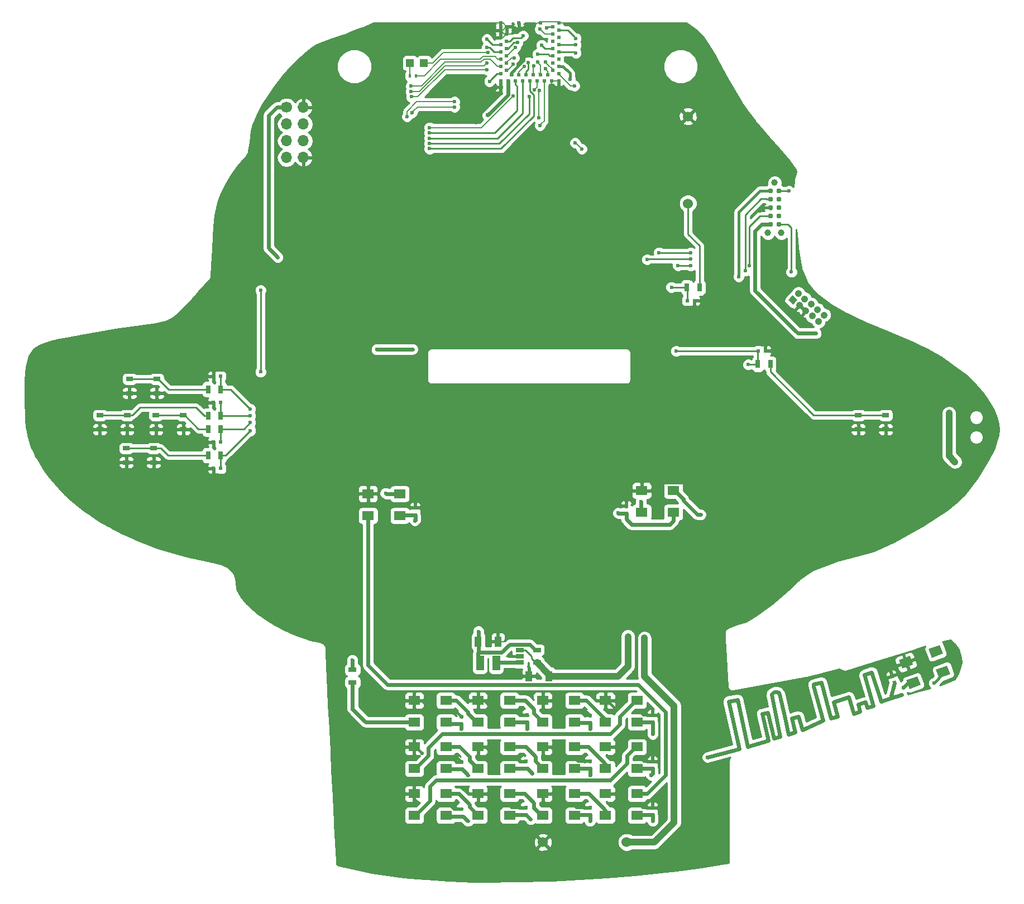
<source format=gtl>
G04 #@! TF.FileFunction,Copper,L1,Top,Signal*
%FSLAX46Y46*%
G04 Gerber Fmt 4.6, Leading zero omitted, Abs format (unit mm)*
G04 Created by KiCad (PCBNEW 4.0.6-e0-6349~52~ubuntu16.10.1) date Sat Jun 17 22:57:17 2017*
%MOMM*%
%LPD*%
G01*
G04 APERTURE LIST*
%ADD10C,0.100000*%
%ADD11C,0.787400*%
%ADD12C,0.990600*%
%ADD13C,1.524000*%
%ADD14R,0.600000X0.500000*%
%ADD15R,1.000000X1.600000*%
%ADD16R,1.150000X2.200000*%
%ADD17R,0.700000X1.300000*%
%ADD18R,1.049020X0.647700*%
%ADD19R,1.200000X0.700000*%
%ADD20R,0.500000X0.500000*%
%ADD21R,1.198880X1.198880*%
%ADD22R,0.400000X0.600000*%
%ADD23C,1.000000*%
%ADD24R,0.500000X0.600000*%
%ADD25R,1.300000X0.700000*%
%ADD26C,1.700000*%
%ADD27O,1.700000X1.700000*%
%ADD28R,1.800000X1.400000*%
%ADD29C,0.600000*%
%ADD30C,1.000000*%
%ADD31C,0.400000*%
%ADD32C,0.600000*%
%ADD33C,0.200000*%
%ADD34C,0.250000*%
%ADD35C,0.254000*%
G04 APERTURE END LIST*
D10*
D11*
X173599000Y-53400000D03*
X173599000Y-54670000D03*
X173599000Y-55940000D03*
X173599000Y-57210000D03*
X173599000Y-58480000D03*
X174869000Y-58480000D03*
X174869000Y-57210000D03*
X174869000Y-55940000D03*
X174869000Y-54670000D03*
X174869000Y-53400000D03*
D12*
X174234000Y-52130000D03*
X175250000Y-59750000D03*
X173218000Y-59750000D03*
D13*
X151800000Y-152200000D03*
X139100000Y-152200000D03*
D14*
X171750000Y-77650000D03*
X172850000Y-77650000D03*
D15*
X140000000Y-127000000D03*
X137000000Y-127000000D03*
D14*
X90250000Y-81500000D03*
X89150000Y-81500000D03*
X90250000Y-95500000D03*
X89150000Y-95500000D03*
X90250000Y-85500000D03*
X89150000Y-85500000D03*
X90250000Y-91500000D03*
X89150000Y-91500000D03*
D15*
X129300000Y-121750000D03*
X132300000Y-121750000D03*
D16*
X132025000Y-125000000D03*
X129575000Y-125000000D03*
D17*
X90250000Y-83500000D03*
X88350000Y-83500000D03*
X90250000Y-93500000D03*
X88350000Y-93500000D03*
X90250000Y-87500000D03*
X88350000Y-87500000D03*
X90250000Y-89500000D03*
X88350000Y-89500000D03*
X171700000Y-79650000D03*
X173600000Y-79650000D03*
X160950000Y-68050000D03*
X162850000Y-68050000D03*
D18*
X76427360Y-81925580D03*
X80572640Y-81925580D03*
X76427360Y-84074420D03*
X80572640Y-84074420D03*
X75927360Y-92425580D03*
X80072640Y-92425580D03*
X75927360Y-94574420D03*
X80072640Y-94574420D03*
X71927360Y-87425580D03*
X76072640Y-87425580D03*
X71927360Y-89574420D03*
X76072640Y-89574420D03*
X80427360Y-87425580D03*
X84572640Y-87425580D03*
X80427360Y-89574420D03*
X84572640Y-89574420D03*
X186927360Y-87425580D03*
X191072640Y-87425580D03*
X186927360Y-89574420D03*
X191072640Y-89574420D03*
D19*
X135600000Y-123050000D03*
X135600000Y-124000000D03*
X135600000Y-124950000D03*
X138200000Y-124950000D03*
X138200000Y-123050000D03*
D20*
X141500000Y-36700000D03*
X140400000Y-36700000D03*
X139300000Y-36700000D03*
X138200000Y-36700000D03*
X137100000Y-36700000D03*
X136000000Y-36700000D03*
X134900000Y-36700000D03*
X133800000Y-36700000D03*
X132700000Y-36700000D03*
X141500000Y-35600000D03*
X141500000Y-34500000D03*
X141500000Y-33400000D03*
X141500000Y-32300000D03*
X141500000Y-31200000D03*
X141500000Y-29000000D03*
X141500000Y-30100000D03*
X141500000Y-27900000D03*
X140600000Y-35050000D03*
X140600000Y-33950000D03*
X140600000Y-32850000D03*
X140600000Y-31750000D03*
X140600000Y-30650000D03*
X140600000Y-29550000D03*
X140600000Y-28450000D03*
X138750000Y-27900000D03*
X135450000Y-27900000D03*
X132700000Y-27900000D03*
X132700000Y-29000000D03*
X132700000Y-30100000D03*
X132700000Y-31200000D03*
X132700000Y-32300000D03*
X132700000Y-33400000D03*
X132700000Y-34500000D03*
X132700000Y-35600000D03*
X133600000Y-29550000D03*
X133600000Y-28450000D03*
X133600000Y-30650000D03*
X133600000Y-31750000D03*
X133600000Y-32850000D03*
X133600000Y-33950000D03*
X133600000Y-35050000D03*
X139850000Y-35800000D03*
X138750000Y-35800000D03*
X137650000Y-35800000D03*
X136550000Y-35800000D03*
X135450000Y-35800000D03*
X134350000Y-35800000D03*
D14*
X161000000Y-70050000D03*
X162100000Y-70050000D03*
D21*
X121049020Y-34000000D03*
X118950980Y-34000000D03*
D13*
X161100000Y-42100000D03*
X161100000Y-55300000D03*
D22*
X119850000Y-35900000D03*
X118950000Y-35900000D03*
D14*
X133800000Y-38600000D03*
X132700000Y-38600000D03*
D10*
G36*
X177088752Y-70638076D02*
X176322708Y-69995288D01*
X176965496Y-69229244D01*
X177731540Y-69872032D01*
X177088752Y-70638076D01*
X177088752Y-70638076D01*
G37*
D23*
X177843464Y-68960784D02*
X177843464Y-68960784D01*
X178000000Y-70750000D02*
X178000000Y-70750000D01*
X178816341Y-69777124D02*
X178816341Y-69777124D01*
X178972877Y-71566341D02*
X178972877Y-71566341D01*
X179789217Y-70593464D02*
X179789217Y-70593464D01*
X179945753Y-72382681D02*
X179945753Y-72382681D01*
X180762094Y-71409804D02*
X180762094Y-71409804D01*
X180918630Y-73199021D02*
X180918630Y-73199021D01*
X181734970Y-72226145D02*
X181734970Y-72226145D01*
D24*
X126750000Y-134250000D03*
X126750000Y-133150000D03*
X146250000Y-132950000D03*
X146250000Y-134050000D03*
X155750000Y-134000000D03*
X155750000Y-132900000D03*
X136500000Y-139950000D03*
X136500000Y-141050000D03*
X146250000Y-141000000D03*
X146250000Y-139900000D03*
X155750000Y-139950000D03*
X155750000Y-141050000D03*
X126750000Y-148250000D03*
X126750000Y-147150000D03*
X126750000Y-140000000D03*
X126750000Y-141100000D03*
X136500000Y-148050000D03*
X136500000Y-146950000D03*
X146250000Y-146950000D03*
X146250000Y-148050000D03*
X136750000Y-134000000D03*
X136750000Y-132900000D03*
D10*
G36*
X191724360Y-126786766D02*
X192194206Y-126615756D01*
X192399418Y-127179572D01*
X191929572Y-127350582D01*
X191724360Y-126786766D01*
X191724360Y-126786766D01*
G37*
G36*
X192100582Y-127820428D02*
X192570428Y-127649418D01*
X192775640Y-128213234D01*
X192305794Y-128384244D01*
X192100582Y-127820428D01*
X192100582Y-127820428D01*
G37*
D24*
X119750000Y-102550000D03*
X119750000Y-101450000D03*
X151750000Y-101200000D03*
X151750000Y-102300000D03*
X155750000Y-148050000D03*
X155750000Y-146950000D03*
D25*
X110250000Y-126050000D03*
X110250000Y-127950000D03*
D26*
X100250000Y-40710000D03*
D27*
X102790000Y-40710000D03*
X100250000Y-43250000D03*
X102790000Y-43250000D03*
X100250000Y-45790000D03*
X102790000Y-45790000D03*
X100250000Y-48330000D03*
X102790000Y-48330000D03*
D28*
X124400000Y-134000000D03*
X124400000Y-130700000D03*
X119600000Y-130700000D03*
X119600000Y-134000000D03*
X153399998Y-141050000D03*
X153399998Y-137750000D03*
X148599998Y-137750000D03*
X148599998Y-141050000D03*
D10*
G36*
X198725388Y-126008336D02*
X200416834Y-125392700D01*
X200895662Y-126708270D01*
X199204216Y-127323906D01*
X198725388Y-126008336D01*
X198725388Y-126008336D01*
G37*
G36*
X197596721Y-122907351D02*
X199288167Y-122291715D01*
X199766995Y-123607285D01*
X198075549Y-124222921D01*
X197596721Y-122907351D01*
X197596721Y-122907351D01*
G37*
G36*
X193086196Y-124549048D02*
X194777642Y-123933412D01*
X195256470Y-125248982D01*
X193565024Y-125864618D01*
X193086196Y-124549048D01*
X193086196Y-124549048D01*
G37*
G36*
X194214863Y-127650033D02*
X195906309Y-127034397D01*
X196385137Y-128349967D01*
X194693691Y-128965603D01*
X194214863Y-127650033D01*
X194214863Y-127650033D01*
G37*
D28*
X143900000Y-141050000D03*
X143900000Y-137750000D03*
X139100000Y-137750000D03*
X139100000Y-141050000D03*
X134066666Y-141050000D03*
X134066666Y-137750000D03*
X129266666Y-137750000D03*
X129266666Y-141050000D03*
X124400000Y-141050000D03*
X124400000Y-137750000D03*
X119600000Y-137750000D03*
X119600000Y-141050000D03*
X153399998Y-148150000D03*
X153399998Y-144850000D03*
X148599998Y-144850000D03*
X148599998Y-148150000D03*
X153399998Y-134000000D03*
X153399998Y-130700000D03*
X148599998Y-130700000D03*
X148599998Y-134000000D03*
X143900000Y-148150000D03*
X143900000Y-144850000D03*
X139100000Y-144850000D03*
X139100000Y-148150000D03*
X143900000Y-134000000D03*
X143900000Y-130700000D03*
X139100000Y-130700000D03*
X139100000Y-134000000D03*
X134066666Y-148150000D03*
X134066666Y-144850000D03*
X129266666Y-144850000D03*
X129266666Y-148150000D03*
X134066666Y-134000000D03*
X134066666Y-130700000D03*
X129266666Y-130700000D03*
X129266666Y-134000000D03*
X124400000Y-148150000D03*
X124400000Y-144850000D03*
X119600000Y-144850000D03*
X119600000Y-148150000D03*
X158900000Y-102150000D03*
X158900000Y-98850000D03*
X154100000Y-98850000D03*
X154100000Y-102150000D03*
X117400000Y-102650000D03*
X117400000Y-99350000D03*
X112600000Y-99350000D03*
X112600000Y-102650000D03*
D29*
X136600000Y-32800000D03*
X172000000Y-56400000D03*
X168300000Y-97449999D03*
X128935001Y-42957872D03*
X140400000Y-41650020D03*
X137500000Y-28650000D03*
X94900000Y-69050000D03*
X106700000Y-70250000D03*
X104700000Y-68250000D03*
X110100000Y-78650000D03*
X106500000Y-78650000D03*
X135300010Y-28850000D03*
X134100000Y-123950000D03*
X141500000Y-38950000D03*
X140400000Y-39000000D03*
X140400000Y-51350000D03*
X140400000Y-43550000D03*
X132200000Y-119450000D03*
X134000000Y-121150000D03*
X131000000Y-28750000D03*
X149700000Y-30350000D03*
X151700000Y-28950000D03*
X136300000Y-46050000D03*
X191000000Y-91350000D03*
X186900000Y-91750000D03*
X168600000Y-92550000D03*
X168200000Y-104450000D03*
X124900000Y-146450000D03*
X133900000Y-146550000D03*
X153700000Y-146450000D03*
X153800000Y-139350000D03*
X153700000Y-132250000D03*
X150200000Y-132050000D03*
X143800000Y-132450000D03*
X144000000Y-139450000D03*
X143800000Y-146550000D03*
X124800000Y-139450000D03*
X124900000Y-132450000D03*
X131400000Y-131950000D03*
X122000000Y-131950000D03*
X117500000Y-130750000D03*
X150700000Y-138550000D03*
X141700000Y-139150000D03*
X131300000Y-138650000D03*
X120800000Y-138750000D03*
X117600000Y-137850000D03*
X117600000Y-144850000D03*
X120100000Y-146150000D03*
X131600000Y-144850000D03*
X134500000Y-47150000D03*
X135300000Y-46050000D03*
X168800000Y-66406536D03*
X130700000Y-41899994D03*
X164091620Y-139308840D03*
X198399400Y-128066800D03*
X193500000Y-129839594D03*
X98900000Y-63450000D03*
X119350000Y-77400000D03*
X113900000Y-77450000D03*
X150500000Y-102250000D03*
X119695288Y-103424978D03*
X155750000Y-135800000D03*
X155750000Y-149000000D03*
X127750000Y-149000000D03*
X146250000Y-149000000D03*
X137250000Y-148750000D03*
X155500000Y-142000000D03*
X127750000Y-142000000D03*
X137500000Y-141750000D03*
X146250000Y-142000000D03*
X126750000Y-135000000D03*
X136750000Y-135000000D03*
X146250000Y-135000000D03*
X129325021Y-120227884D03*
X154000000Y-100500000D03*
X115250000Y-99250000D03*
X136100000Y-29850000D03*
X94749996Y-86500000D03*
X130634199Y-31609054D03*
X94750000Y-89750006D03*
X130612969Y-30359042D03*
X94750000Y-87500000D03*
X135300000Y-30850000D03*
X94750006Y-88500000D03*
X159299998Y-77700000D03*
X138900000Y-31250000D03*
X170250000Y-79750000D03*
X131000000Y-36750000D03*
X110200000Y-124550000D03*
X170425010Y-64750000D03*
X159600000Y-64700000D03*
X144100000Y-30250000D03*
X161500000Y-64750000D03*
X176800000Y-65686410D03*
X154900000Y-63800008D03*
X138300000Y-32650013D03*
X161500000Y-63750000D03*
X176400000Y-53400000D03*
X144100000Y-31226990D03*
X156727179Y-62750000D03*
X161500000Y-62750000D03*
X169800000Y-65500000D03*
X139700000Y-28650000D03*
X130754450Y-32399977D03*
X134900000Y-31625711D03*
X121924979Y-46984793D03*
X136919976Y-33869988D03*
X121924979Y-46184780D03*
X137031396Y-39049979D03*
X121924979Y-45384769D03*
X136296011Y-34493954D03*
X121924979Y-43784745D03*
X134587613Y-38990295D03*
X121924979Y-44584758D03*
X96300000Y-80850000D03*
X96300000Y-68450000D03*
X143200697Y-36466327D03*
X158600006Y-68000000D03*
X144106136Y-32477002D03*
X139500000Y-34850022D03*
X138612752Y-38152096D03*
X137700000Y-34449992D03*
X138500000Y-42250000D03*
X139500000Y-33850035D03*
X138649990Y-43452493D03*
X145000011Y-47022349D03*
X144000000Y-46100000D03*
X143900707Y-37449968D03*
X180500000Y-75000000D03*
D30*
X152000000Y-121000000D03*
D29*
X138700000Y-28850000D03*
X200700000Y-87100000D03*
X201600000Y-94500000D03*
X154500000Y-121200000D03*
X193750000Y-128750000D03*
X163000000Y-102500000D03*
X119100000Y-37450000D03*
X130600000Y-35000000D03*
X134600000Y-34200000D03*
X119148544Y-39098544D03*
X118500000Y-42100010D03*
X137821874Y-38031554D03*
X125700000Y-39849987D03*
X119252986Y-41491042D03*
X138300004Y-33850025D03*
X125700000Y-40650000D03*
X130600010Y-34000000D03*
X134756895Y-33215523D03*
X119124272Y-38274272D03*
D31*
X135300001Y-34536001D02*
X135300001Y-34099999D01*
X134350000Y-35800000D02*
X134350000Y-35486002D01*
X135300001Y-34099999D02*
X136300001Y-33099999D01*
X136300001Y-33099999D02*
X136600000Y-32800000D01*
X134350000Y-35486002D02*
X135300001Y-34536001D01*
X173599000Y-55940000D02*
X172460000Y-55940000D01*
X172460000Y-55940000D02*
X172000000Y-56400000D01*
X137500000Y-28650000D02*
X135500010Y-28650000D01*
X135500010Y-28650000D02*
X135300010Y-28850000D01*
X136200000Y-31400000D02*
X137500000Y-30100000D01*
X137500000Y-30100000D02*
X137500000Y-28650000D01*
X136200000Y-33600000D02*
X136200000Y-31400000D01*
X134350000Y-35450000D02*
X136200000Y-33600000D01*
X134350000Y-35800000D02*
X134350000Y-35450000D01*
X167875736Y-97449999D02*
X168300000Y-97449999D01*
X163100000Y-97650000D02*
X163300001Y-97449999D01*
X163300001Y-97449999D02*
X167875736Y-97449999D01*
D32*
X128935001Y-42314999D02*
X128935001Y-42533608D01*
X132700000Y-38600000D02*
X132650000Y-38600000D01*
X128935001Y-42533608D02*
X128935001Y-42957872D01*
X132650000Y-38600000D02*
X128935001Y-42314999D01*
D33*
X140400000Y-39000000D02*
X140400000Y-41650020D01*
X137799999Y-28350001D02*
X137500000Y-28650000D01*
X138250000Y-27900000D02*
X137799999Y-28350001D01*
X138750000Y-27900000D02*
X138250000Y-27900000D01*
X135450000Y-28700010D02*
X135300010Y-28850000D01*
X135450000Y-27900000D02*
X135450000Y-28700010D01*
X135000011Y-28550001D02*
X135300010Y-28850000D01*
X134900010Y-28450000D02*
X135000011Y-28550001D01*
X133600000Y-28450000D02*
X134900010Y-28450000D01*
X135000011Y-29149999D02*
X135300010Y-28850000D01*
X134600010Y-29550000D02*
X135000011Y-29149999D01*
X133600000Y-29550000D02*
X134600010Y-29550000D01*
D31*
X135600000Y-124000000D02*
X134150000Y-124000000D01*
X134150000Y-124000000D02*
X134100000Y-123950000D01*
D33*
X132759998Y-36700000D02*
X132700000Y-36700000D01*
X140400000Y-36700000D02*
X141500000Y-36700000D01*
X141500000Y-36700000D02*
X141500000Y-38950000D01*
X140400000Y-36700000D02*
X140400000Y-39000000D01*
X140400000Y-43550000D02*
X140400000Y-51350000D01*
X132300000Y-121750000D02*
X132300000Y-119550000D01*
X132300000Y-119550000D02*
X132200000Y-119450000D01*
X132300000Y-121750000D02*
X133400000Y-121750000D01*
X133400000Y-121750000D02*
X134000000Y-121150000D01*
X138750000Y-27900000D02*
X138900000Y-27750000D01*
X138900000Y-27750000D02*
X141350000Y-27750000D01*
X141350000Y-27750000D02*
X141500000Y-27900000D01*
X132700000Y-29000000D02*
X133050000Y-29000000D01*
X133050000Y-29000000D02*
X133600000Y-28450000D01*
X132700000Y-30100000D02*
X133050000Y-30100000D01*
X133050000Y-30100000D02*
X133600000Y-29550000D01*
X133600000Y-29550000D02*
X133250000Y-29550000D01*
X133250000Y-29550000D02*
X132700000Y-29000000D01*
X132700000Y-27900000D02*
X131850000Y-27900000D01*
X131850000Y-27900000D02*
X131000000Y-28750000D01*
X132700000Y-29000000D02*
X131250000Y-29000000D01*
X131250000Y-29000000D02*
X131000000Y-28750000D01*
X132700000Y-27900000D02*
X133050000Y-27900000D01*
X133050000Y-27900000D02*
X133600000Y-28450000D01*
X143950000Y-27900000D02*
X144200000Y-28150000D01*
X141500000Y-27900000D02*
X143950000Y-27900000D01*
D31*
X191072640Y-89574420D02*
X191072640Y-91277360D01*
X191072640Y-91277360D02*
X191000000Y-91350000D01*
X186927360Y-89574420D02*
X186927360Y-91722640D01*
X186927360Y-91722640D02*
X186900000Y-91750000D01*
X168200000Y-104450000D02*
X168200000Y-92950000D01*
X168200000Y-92950000D02*
X168600000Y-92550000D01*
X163100000Y-99350000D02*
X168200000Y-104450000D01*
X157779998Y-97650000D02*
X163100000Y-97650000D01*
X163100000Y-97650000D02*
X163100000Y-99350000D01*
X154100000Y-98850000D02*
X155400000Y-98850000D01*
X156600000Y-97650000D02*
X157779998Y-97650000D01*
X155400000Y-98850000D02*
X156600000Y-97650000D01*
X126750000Y-147150000D02*
X125600000Y-147150000D01*
X125600000Y-147150000D02*
X124900000Y-146450000D01*
X136500000Y-146950000D02*
X134300000Y-146950000D01*
X134300000Y-146950000D02*
X133900000Y-146550000D01*
X146250000Y-146950000D02*
X144200000Y-146950000D01*
X144200000Y-146950000D02*
X143800000Y-146550000D01*
X155750000Y-146950000D02*
X154200000Y-146950000D01*
X154200000Y-146950000D02*
X153700000Y-146450000D01*
X155750000Y-139950000D02*
X154400000Y-139950000D01*
X154400000Y-139950000D02*
X153800000Y-139350000D01*
X155750000Y-132900000D02*
X154350000Y-132900000D01*
X154350000Y-132900000D02*
X153700000Y-132250000D01*
X148599998Y-130700000D02*
X148850000Y-130700000D01*
X148850000Y-130700000D02*
X150200000Y-132050000D01*
X146250000Y-132950000D02*
X145750000Y-132450000D01*
X145750000Y-132450000D02*
X143800000Y-132450000D01*
X146250000Y-139900000D02*
X144450000Y-139900000D01*
X144450000Y-139900000D02*
X144000000Y-139450000D01*
X126750000Y-140000000D02*
X126200000Y-139450000D01*
X126200000Y-139450000D02*
X124800000Y-139450000D01*
X126750000Y-133150000D02*
X126050000Y-132450000D01*
X126050000Y-132450000D02*
X124900000Y-132450000D01*
X129266666Y-130700000D02*
X130150000Y-130700000D01*
X130150000Y-130700000D02*
X131400000Y-131950000D01*
X129266666Y-130700000D02*
X130566666Y-130700000D01*
X130566666Y-130700000D02*
X131816666Y-131950000D01*
X119600000Y-130700000D02*
X120750000Y-130700000D01*
X120750000Y-130700000D02*
X122000000Y-131950000D01*
X119600000Y-130700000D02*
X117550000Y-130700000D01*
X117550000Y-130700000D02*
X117500000Y-130750000D01*
X148599998Y-137750000D02*
X149900000Y-137750000D01*
X149900000Y-137750000D02*
X150700000Y-138550000D01*
X139100000Y-137750000D02*
X140300000Y-137750000D01*
X140300000Y-137750000D02*
X141700000Y-139150000D01*
X129266666Y-137750000D02*
X130400000Y-137750000D01*
X130400000Y-137750000D02*
X131300000Y-138650000D01*
X119600000Y-137750000D02*
X119800000Y-137750000D01*
X119800000Y-137750000D02*
X120800000Y-138750000D01*
X119600000Y-137750000D02*
X117700000Y-137750000D01*
X117700000Y-137750000D02*
X117600000Y-137850000D01*
X119600000Y-144850000D02*
X117600000Y-144850000D01*
X119600000Y-144850000D02*
X119600000Y-145650000D01*
X119600000Y-145650000D02*
X120100000Y-146150000D01*
X129266666Y-144850000D02*
X131600000Y-144850000D01*
D32*
X127984306Y-41234308D02*
X127684307Y-41534307D01*
X130618614Y-38600000D02*
X127984306Y-41234308D01*
X132700000Y-38600000D02*
X130618614Y-38600000D01*
D31*
X168800000Y-56600000D02*
X168800000Y-66406536D01*
X173599000Y-53400000D02*
X172000000Y-53400000D01*
X172000000Y-53400000D02*
X168800000Y-56600000D01*
D32*
X130999999Y-41599995D02*
X130700000Y-41899994D01*
X133800000Y-38600000D02*
X133800000Y-38799994D01*
X133800000Y-38799994D02*
X130999999Y-41599995D01*
X173116240Y-136039860D02*
X173309280Y-136814560D01*
X173217840Y-132542280D02*
X174162720Y-136458960D01*
X174162720Y-136458960D02*
X175092360Y-136199880D01*
X175092360Y-136199880D02*
X173804580Y-129852420D01*
X173116240Y-136039860D02*
X172318680Y-132740400D01*
X173804580Y-129852420D02*
X173812200Y-129730500D01*
X173812200Y-129730500D02*
X173873160Y-129669540D01*
X173873160Y-129669540D02*
X173949360Y-129593340D01*
X173949360Y-129593340D02*
X174086520Y-129517140D01*
X174086520Y-129517140D02*
X174223680Y-129448560D01*
X174223680Y-129448560D02*
X174368460Y-129440940D01*
X174368460Y-129440940D02*
X174528480Y-129433320D01*
X174528480Y-129433320D02*
X174680880Y-129425700D01*
X174680880Y-129425700D02*
X174787560Y-129456180D01*
X174787560Y-129456180D02*
X174863760Y-129532380D01*
X174863760Y-129532380D02*
X174917100Y-129623820D01*
X174917100Y-129623820D02*
X174962820Y-129715260D01*
X174962820Y-129715260D02*
X175808640Y-133365240D01*
X172318680Y-132740400D02*
X173217840Y-132542280D01*
X176860946Y-133414249D02*
X177332640Y-135493760D01*
X176296320Y-135818880D02*
X177332640Y-135493760D01*
X175808640Y-133365240D02*
X176296320Y-135818880D01*
X164091620Y-139308840D02*
X167919400Y-138275060D01*
X167919400Y-138275060D02*
X168869360Y-138051540D01*
X168869360Y-138051540D02*
X167248840Y-130870960D01*
X167248840Y-130870960D02*
X168645840Y-130563620D01*
X168645840Y-130563620D02*
X170182540Y-137688320D01*
X173309280Y-136814560D02*
X170182540Y-137688320D01*
X188992097Y-126408731D02*
X187848240Y-126796800D01*
X191817824Y-130365383D02*
X190362841Y-130820160D01*
X188992097Y-126408731D02*
X190362841Y-130820160D01*
X187848240Y-126796800D02*
X189229025Y-131491469D01*
X176860946Y-133414249D02*
X177866040Y-133121400D01*
X188244480Y-131795520D02*
X189229025Y-131491469D01*
X188000640Y-130957320D02*
X188244480Y-131795520D01*
X186933840Y-131307840D02*
X188000640Y-130957320D01*
X187192920Y-132359400D02*
X186933840Y-131307840D01*
X186217560Y-132679440D02*
X187192920Y-132359400D01*
X185516520Y-130180080D02*
X186217560Y-132679440D01*
X183184800Y-130896360D02*
X185516520Y-130180080D01*
X183748680Y-133136640D02*
X183184800Y-130896360D01*
X182788560Y-133426200D02*
X183748680Y-133136640D01*
X181361080Y-127960120D02*
X182788560Y-133426200D01*
X180103780Y-128267460D02*
X181361080Y-127960120D01*
X180182520Y-128587500D02*
X180103780Y-128267460D01*
X181554120Y-133766560D02*
X180182520Y-128587500D01*
X177866040Y-133121400D02*
X178414680Y-135163560D01*
X178414680Y-135163560D02*
X181554120Y-133766560D01*
X176860946Y-133414249D02*
X176860200Y-133410960D01*
X192438111Y-128016831D02*
X191817824Y-130365383D01*
X191817824Y-130365383D02*
X193500000Y-129839594D01*
D31*
X199810525Y-126655675D02*
X198399400Y-128066800D01*
D32*
X98900000Y-63450000D02*
X97500000Y-62050000D01*
X97500000Y-62050000D02*
X97500000Y-41970000D01*
X97500000Y-41970000D02*
X98810000Y-40660000D01*
X98810000Y-40660000D02*
X100260000Y-40660000D01*
X113900000Y-77450000D02*
X119300000Y-77450000D01*
X119300000Y-77450000D02*
X119350000Y-77400000D01*
X151750000Y-102300000D02*
X150550000Y-102300000D01*
X150550000Y-102300000D02*
X150500000Y-102250000D01*
X151750000Y-102300000D02*
X151750000Y-103200000D01*
X151750000Y-103200000D02*
X152550000Y-104000000D01*
X152550000Y-104000000D02*
X158350000Y-104000000D01*
X158350000Y-104000000D02*
X158900000Y-103450000D01*
X158900000Y-103450000D02*
X158900000Y-102150000D01*
X119750000Y-102550000D02*
X119750000Y-103370266D01*
X119750000Y-103370266D02*
X119695288Y-103424978D01*
X119750000Y-102550000D02*
X117500000Y-102550000D01*
X117500000Y-102550000D02*
X117400000Y-102650000D01*
X155750000Y-134750000D02*
X155750000Y-135800000D01*
X155750000Y-134000000D02*
X155750000Y-134750000D01*
X155750000Y-148050000D02*
X155750000Y-149000000D01*
X126750000Y-148250000D02*
X127000000Y-148250000D01*
X127000000Y-148250000D02*
X127750000Y-149000000D01*
X146250000Y-148050000D02*
X146250000Y-149000000D01*
X136500000Y-148050000D02*
X136550000Y-148050000D01*
X136550000Y-148050000D02*
X137250000Y-148750000D01*
X155750000Y-141050000D02*
X155750000Y-141750000D01*
X155750000Y-141750000D02*
X155500000Y-142000000D01*
X126750000Y-141100000D02*
X126850000Y-141100000D01*
X126850000Y-141100000D02*
X127750000Y-142000000D01*
X136500000Y-141050000D02*
X136800000Y-141050000D01*
X136800000Y-141050000D02*
X137500000Y-141750000D01*
X146250000Y-141000000D02*
X146250000Y-142000000D01*
X126750000Y-134250000D02*
X126750000Y-135000000D01*
X136750000Y-134000000D02*
X136750000Y-135000000D01*
X146250000Y-134050000D02*
X146250000Y-135000000D01*
X155750000Y-148050000D02*
X153499998Y-148050000D01*
X153499998Y-148050000D02*
X153399998Y-148150000D01*
X146250000Y-148050000D02*
X144000000Y-148050000D01*
X144000000Y-148050000D02*
X143900000Y-148150000D01*
X136500000Y-148050000D02*
X134166666Y-148050000D01*
X134166666Y-148050000D02*
X134066666Y-148150000D01*
X136500000Y-141050000D02*
X134066666Y-141050000D01*
X126750000Y-141100000D02*
X124450000Y-141100000D01*
X124450000Y-141100000D02*
X124400000Y-141050000D01*
X126750000Y-148250000D02*
X124500000Y-148250000D01*
X124500000Y-148250000D02*
X124400000Y-148150000D01*
X153399998Y-141050000D02*
X155750000Y-141050000D01*
X155750000Y-134000000D02*
X153399998Y-134000000D01*
X146250000Y-134050000D02*
X143950000Y-134050000D01*
X143950000Y-134050000D02*
X143900000Y-134000000D01*
X146250000Y-141000000D02*
X143950000Y-141000000D01*
X143950000Y-141000000D02*
X143900000Y-141050000D01*
X134066666Y-134000000D02*
X136750000Y-134000000D01*
X126750000Y-134250000D02*
X124650000Y-134250000D01*
X124650000Y-134250000D02*
X124400000Y-134000000D01*
D31*
X199810525Y-126358303D02*
X199810525Y-126655675D01*
D32*
X129325021Y-122750000D02*
X129325021Y-120227884D01*
X129325021Y-123474979D02*
X129325021Y-122750000D01*
X129325021Y-122750000D02*
X129325021Y-121775021D01*
X129325021Y-121775021D02*
X129300000Y-121750000D01*
X129300000Y-123500000D02*
X129325021Y-123474979D01*
X133800000Y-38600000D02*
X133800000Y-36700000D01*
X132850003Y-123399999D02*
X129400001Y-123399999D01*
X129300000Y-123500000D02*
X129300000Y-124725000D01*
X138200000Y-123050000D02*
X137950000Y-123050000D01*
X137099999Y-122199999D02*
X134050003Y-122199999D01*
X137950000Y-123050000D02*
X137099999Y-122199999D01*
X134050003Y-122199999D02*
X132850003Y-123399999D01*
X129400001Y-123399999D02*
X129300000Y-123500000D01*
X129300000Y-124725000D02*
X129575000Y-125000000D01*
X135600000Y-124950000D02*
X132075000Y-124950000D01*
X132075000Y-124950000D02*
X132025000Y-125000000D01*
X154000000Y-100500000D02*
X154000000Y-102050000D01*
X154000000Y-102050000D02*
X154100000Y-102150000D01*
X117400000Y-99350000D02*
X115350000Y-99350000D01*
X115350000Y-99350000D02*
X115250000Y-99250000D01*
X134066666Y-137750000D02*
X136500000Y-137750000D01*
X136500000Y-137750000D02*
X138000000Y-139250000D01*
X138000000Y-139250000D02*
X138000000Y-139950000D01*
X138000000Y-139950000D02*
X139100000Y-141050000D01*
D34*
X82347720Y-83500000D02*
X88350000Y-83500000D01*
X80572640Y-81925580D02*
X80773300Y-81925580D01*
X80773300Y-81925580D02*
X82347720Y-83500000D01*
X76427360Y-81925580D02*
X80572640Y-81925580D01*
X82250000Y-93500000D02*
X88350000Y-93500000D01*
X81175580Y-92425580D02*
X82250000Y-93500000D01*
X80072640Y-92425580D02*
X81175580Y-92425580D01*
X75927360Y-92425580D02*
X80072640Y-92425580D01*
X78022730Y-86250000D02*
X86500000Y-86250000D01*
X86500000Y-86250000D02*
X87750000Y-87500000D01*
X87750000Y-87500000D02*
X88350000Y-87500000D01*
X76072640Y-87425580D02*
X76847150Y-87425580D01*
X76847150Y-87425580D02*
X78022730Y-86250000D01*
X76072640Y-87425580D02*
X71927360Y-87425580D01*
X84572640Y-87425580D02*
X84773300Y-87425580D01*
X84773300Y-87425580D02*
X86847720Y-89500000D01*
X86847720Y-89500000D02*
X88350000Y-89500000D01*
X80427360Y-87425580D02*
X84572640Y-87425580D01*
X134100000Y-30650000D02*
X134600001Y-30149999D01*
X135800001Y-30149999D02*
X136100000Y-29850000D01*
X134600001Y-30149999D02*
X135800001Y-30149999D01*
X133600000Y-30650000D02*
X134100000Y-30650000D01*
X91749996Y-83500000D02*
X94749996Y-86500000D01*
X90250000Y-83500000D02*
X91749996Y-83500000D01*
X90250000Y-83500000D02*
X90250000Y-81500000D01*
X131058463Y-31609054D02*
X130634199Y-31609054D01*
X132700000Y-32300000D02*
X131749409Y-32300000D01*
X131749409Y-32300000D02*
X131058463Y-31609054D01*
X91000006Y-93500000D02*
X94750000Y-89750006D01*
X90250000Y-93500000D02*
X91000006Y-93500000D01*
X90250000Y-93500000D02*
X90250000Y-95500000D01*
X131453927Y-31200000D02*
X130912968Y-30659041D01*
X130912968Y-30659041D02*
X130612969Y-30359042D01*
X132700000Y-31200000D02*
X131453927Y-31200000D01*
X90250000Y-87500000D02*
X94750000Y-87500000D01*
X90250000Y-87500000D02*
X90250000Y-85500000D01*
X134875736Y-30850000D02*
X135300000Y-30850000D01*
X134706739Y-30850000D02*
X134875736Y-30850000D01*
X133806739Y-31750000D02*
X134706739Y-30850000D01*
X133600000Y-31750000D02*
X133806739Y-31750000D01*
X93750006Y-89500000D02*
X94750006Y-88500000D01*
X90250000Y-89500000D02*
X93750006Y-89500000D01*
X90250000Y-89500000D02*
X90250000Y-91500000D01*
X159349998Y-77650000D02*
X159299998Y-77700000D01*
X171750000Y-77650000D02*
X159349998Y-77650000D01*
X139199999Y-31549999D02*
X138900000Y-31250000D01*
X139400000Y-31750000D02*
X139199999Y-31549999D01*
X140600000Y-31750000D02*
X139400000Y-31750000D01*
X171700000Y-79650000D02*
X171700000Y-77700000D01*
X171700000Y-77700000D02*
X171750000Y-77650000D01*
X170250000Y-79750000D02*
X171600000Y-79750000D01*
X171600000Y-79750000D02*
X171700000Y-79650000D01*
X140550000Y-31800000D02*
X140600000Y-31750000D01*
X132150000Y-35600000D02*
X131299999Y-36450001D01*
X132700000Y-35600000D02*
X132150000Y-35600000D01*
X131299999Y-36450001D02*
X131000000Y-36750000D01*
D32*
X110200000Y-124550000D02*
X110200000Y-126000000D01*
X110200000Y-126000000D02*
X110250000Y-126050000D01*
D34*
X170400000Y-58800000D02*
X170400000Y-64724990D01*
X171990000Y-57210000D02*
X170400000Y-58800000D01*
X173599000Y-57210000D02*
X171990000Y-57210000D01*
X170400000Y-64724990D02*
X170425010Y-64750000D01*
X159650000Y-64750000D02*
X159600000Y-64700000D01*
X161500000Y-64750000D02*
X159650000Y-64750000D01*
X143800001Y-29950001D02*
X144100000Y-30250000D01*
X142850000Y-29000000D02*
X143800001Y-29950001D01*
X141500000Y-29000000D02*
X142850000Y-29000000D01*
X176800000Y-59000000D02*
X176800000Y-65686410D01*
X176280000Y-58480000D02*
X176800000Y-59000000D01*
X174869000Y-58480000D02*
X176280000Y-58480000D01*
X154950008Y-63750000D02*
X154900000Y-63800008D01*
X161500000Y-63750000D02*
X154950008Y-63750000D01*
X140600000Y-32850000D02*
X140100000Y-32850000D01*
X139900013Y-32650013D02*
X138300000Y-32650013D01*
X140100000Y-32850000D02*
X139900013Y-32650013D01*
X174869000Y-53400000D02*
X176400000Y-53400000D01*
X144073010Y-31200000D02*
X144100000Y-31226990D01*
X141500000Y-31200000D02*
X144073010Y-31200000D01*
X161500000Y-62750000D02*
X156727179Y-62750000D01*
X172200000Y-54600000D02*
X169800000Y-57000000D01*
X169800000Y-57000000D02*
X169800000Y-65500000D01*
X172972225Y-54600000D02*
X172200000Y-54600000D01*
X173599000Y-54670000D02*
X173042225Y-54670000D01*
X173042225Y-54670000D02*
X172972225Y-54600000D01*
X139700000Y-28450000D02*
X139700000Y-28650000D01*
X140600000Y-28450000D02*
X139700000Y-28450000D01*
D33*
X121049020Y-34000000D02*
X122400000Y-34000000D01*
X122400000Y-34000000D02*
X124000023Y-32399977D01*
X124000023Y-32399977D02*
X130330186Y-32399977D01*
X130330186Y-32399977D02*
X130754450Y-32399977D01*
X134600001Y-31925710D02*
X134900000Y-31625711D01*
X133600000Y-32850000D02*
X133675711Y-32850000D01*
X133675711Y-32850000D02*
X134600001Y-31925710D01*
X118950000Y-35900000D02*
X118950000Y-34000980D01*
X118950000Y-34000980D02*
X118950980Y-34000000D01*
D34*
X132765207Y-46984793D02*
X122349243Y-46984793D01*
X122349243Y-46984793D02*
X121924979Y-46984793D01*
X137750000Y-42000000D02*
X132765207Y-46984793D01*
X137100000Y-38193579D02*
X137750000Y-38843579D01*
X137100000Y-36700000D02*
X137100000Y-38193579D01*
X137750000Y-38843579D02*
X137750000Y-42000000D01*
X136921012Y-34295288D02*
X136919976Y-34294252D01*
X136550000Y-35300000D02*
X136921012Y-34928988D01*
X136921012Y-34928988D02*
X136921012Y-34295288D01*
X136550000Y-35800000D02*
X136550000Y-35300000D01*
X136919976Y-34294252D02*
X136919976Y-33869988D01*
X137031396Y-41657191D02*
X132503807Y-46184780D01*
X137031396Y-39049979D02*
X137031396Y-41657191D01*
X132503807Y-46184780D02*
X122349243Y-46184780D01*
X122349243Y-46184780D02*
X121924979Y-46184780D01*
X132251641Y-45384769D02*
X122349243Y-45384769D01*
X136000000Y-41636410D02*
X132251641Y-45384769D01*
X122349243Y-45384769D02*
X121924979Y-45384769D01*
X136000000Y-36700000D02*
X136000000Y-41636410D01*
D33*
X135996012Y-34793953D02*
X136296011Y-34493954D01*
X135450000Y-35800000D02*
X135450000Y-35339965D01*
X135450000Y-35339965D02*
X135996012Y-34793953D01*
X122349243Y-43784745D02*
X121924979Y-43784745D01*
X134587613Y-38990295D02*
X129793163Y-43784745D01*
X129793163Y-43784745D02*
X122349243Y-43784745D01*
D34*
X131778832Y-44584758D02*
X122349243Y-44584758D01*
X134900000Y-37200000D02*
X135212615Y-37512615D01*
X135212615Y-37512615D02*
X135212615Y-41150975D01*
X134900000Y-36700000D02*
X134900000Y-37200000D01*
X122349243Y-44584758D02*
X121924979Y-44584758D01*
X135212615Y-41150975D02*
X131778832Y-44584758D01*
X96300000Y-68450000D02*
X96300000Y-80850000D01*
D33*
X129600000Y-33400000D02*
X123600000Y-33400000D01*
X132700000Y-33400000D02*
X132250000Y-33400000D01*
X132250000Y-33400000D02*
X131849987Y-32999987D01*
X131849987Y-32999987D02*
X130000013Y-32999987D01*
X130000013Y-32999987D02*
X129600000Y-33400000D01*
X123600000Y-33400000D02*
X121100000Y-35900000D01*
X121100000Y-35900000D02*
X120250000Y-35900000D01*
X120250000Y-35900000D02*
X119850000Y-35900000D01*
D31*
X143200697Y-35550697D02*
X143200697Y-36466327D01*
X141500000Y-34500000D02*
X142150000Y-34500000D01*
X142150000Y-34500000D02*
X143200697Y-35550697D01*
D34*
X158650006Y-68050000D02*
X158600006Y-68000000D01*
X160950000Y-68050000D02*
X158650006Y-68050000D01*
X141500000Y-32300000D02*
X143929134Y-32300000D01*
X143929134Y-32300000D02*
X144106136Y-32477002D01*
X161000000Y-70050000D02*
X161000000Y-68100000D01*
X161000000Y-68100000D02*
X160950000Y-68050000D01*
D33*
X139850000Y-35800000D02*
X139850000Y-35200022D01*
X139850000Y-35200022D02*
X139799999Y-35150021D01*
X139799999Y-35150021D02*
X139500000Y-34850022D01*
X138500000Y-38264848D02*
X138612752Y-38152096D01*
X138500000Y-42250000D02*
X138500000Y-38264848D01*
X137650000Y-34499992D02*
X137700000Y-34449992D01*
X137650000Y-35800000D02*
X137650000Y-34499992D01*
X139799999Y-34150034D02*
X139500000Y-33850035D01*
X140600000Y-34950035D02*
X139799999Y-34150034D01*
X140600000Y-35050000D02*
X140600000Y-34950035D01*
X138949989Y-43152494D02*
X138649990Y-43452493D01*
X139300000Y-42802483D02*
X138949989Y-43152494D01*
X139300000Y-42000000D02*
X139300000Y-42802483D01*
X139300000Y-36700000D02*
X139300000Y-42000000D01*
X144077662Y-46100000D02*
X144000000Y-46100000D01*
X145000011Y-47022349D02*
X144077662Y-46100000D01*
X141500000Y-35674252D02*
X143275716Y-37449968D01*
X141500000Y-35600000D02*
X141500000Y-35674252D01*
X143275716Y-37449968D02*
X143476443Y-37449968D01*
X143476443Y-37449968D02*
X143900707Y-37449968D01*
D34*
X186927360Y-87425580D02*
X180175580Y-87425580D01*
X180175580Y-87425580D02*
X173600000Y-80850000D01*
X173600000Y-80850000D02*
X173600000Y-79650000D01*
X173600000Y-79650000D02*
X173600000Y-79950000D01*
X191072640Y-87425580D02*
X186927360Y-87425580D01*
X162850000Y-68050000D02*
X162850000Y-61700000D01*
X162850000Y-61700000D02*
X161100000Y-59950000D01*
X161100000Y-59950000D02*
X161100000Y-55300000D01*
D32*
X173599000Y-58480000D02*
X172270000Y-58480000D01*
X172270000Y-58480000D02*
X171250000Y-59500000D01*
X171250000Y-59500000D02*
X171250000Y-68500000D01*
X177750000Y-75000000D02*
X180500000Y-75000000D01*
X171250000Y-68500000D02*
X177750000Y-75000000D01*
D23*
X150500000Y-127000000D02*
X140000000Y-127000000D01*
X152000000Y-121000000D02*
X152000000Y-125500000D01*
X152000000Y-125500000D02*
X150500000Y-127000000D01*
D34*
X138200000Y-124950000D02*
X137950000Y-124950000D01*
X137950000Y-124950000D02*
X137350000Y-124350000D01*
X136450000Y-123050000D02*
X135600000Y-123050000D01*
X137350000Y-124350000D02*
X137350000Y-123950000D01*
X137350000Y-123950000D02*
X136450000Y-123050000D01*
D23*
X140000000Y-127000000D02*
X140000000Y-126750000D01*
X140000000Y-126750000D02*
X138200000Y-124950000D01*
D33*
X140600000Y-29550000D02*
X139400000Y-29550000D01*
X138999999Y-29149999D02*
X138700000Y-28850000D01*
X139400000Y-29550000D02*
X138999999Y-29149999D01*
D23*
X201600000Y-94500000D02*
X200700000Y-93600000D01*
X200700000Y-93600000D02*
X200700000Y-87100000D01*
X159000000Y-131500000D02*
X154500000Y-127000000D01*
X154500000Y-127000000D02*
X154500000Y-121200000D01*
X159000000Y-136300000D02*
X159000000Y-131500000D01*
X159000000Y-149200000D02*
X159000000Y-136300000D01*
X156000000Y-152200000D02*
X159000000Y-149200000D01*
X151800000Y-152200000D02*
X156000000Y-152200000D01*
D32*
X124400000Y-130700000D02*
X125966666Y-130700000D01*
X125966666Y-130700000D02*
X127766666Y-132500000D01*
X127766666Y-132500000D02*
X127766666Y-132700000D01*
X127766666Y-132700000D02*
X129066666Y-134000000D01*
X129066666Y-134000000D02*
X129266666Y-134000000D01*
X119600000Y-134000000D02*
X112250000Y-134000000D01*
X112250000Y-134000000D02*
X110250000Y-132000000D01*
X110250000Y-132000000D02*
X110250000Y-127950000D01*
X124400000Y-144850000D02*
X126350000Y-144850000D01*
X126350000Y-144850000D02*
X128000000Y-146500000D01*
X128000000Y-146500000D02*
X128000000Y-146883334D01*
X128000000Y-146883334D02*
X129266666Y-148150000D01*
X122000000Y-143750000D02*
X122000000Y-145950000D01*
X119800000Y-148150000D02*
X119600000Y-148150000D01*
X122949998Y-142800002D02*
X122000000Y-143750000D01*
X128134002Y-142800002D02*
X122949998Y-142800002D01*
X128184004Y-142750000D02*
X128134002Y-142800002D01*
X145815996Y-142750000D02*
X128184004Y-142750000D01*
X145865998Y-142800002D02*
X145815996Y-142750000D01*
X149349998Y-142800002D02*
X145865998Y-142800002D01*
X151899998Y-140250002D02*
X149349998Y-142800002D01*
X122000000Y-145950000D02*
X119800000Y-148150000D01*
X151899998Y-139050000D02*
X151899998Y-140250002D01*
X153199998Y-137750000D02*
X151899998Y-139050000D01*
X153399998Y-137750000D02*
X153199998Y-137750000D01*
X134066666Y-130700000D02*
X136450000Y-130700000D01*
X136450000Y-130700000D02*
X137750000Y-132000000D01*
X137750000Y-132000000D02*
X137750000Y-132650000D01*
X137750000Y-132650000D02*
X139100000Y-134000000D01*
X134066666Y-144850000D02*
X136350000Y-144850000D01*
X137750000Y-147000000D02*
X138900000Y-148150000D01*
X136350000Y-144850000D02*
X137750000Y-146250000D01*
X137750000Y-146250000D02*
X137750000Y-147000000D01*
X138900000Y-148150000D02*
X139100000Y-148150000D01*
X143900000Y-130700000D02*
X145700000Y-130700000D01*
X145700000Y-130700000D02*
X148599998Y-133599998D01*
X148599998Y-133599998D02*
X148599998Y-134000000D01*
X143900000Y-144850000D02*
X146100000Y-144850000D01*
X146100000Y-144850000D02*
X148599998Y-147349998D01*
X148599998Y-147349998D02*
X148599998Y-148150000D01*
X123849996Y-135800002D02*
X121750000Y-137899998D01*
X121750000Y-137899998D02*
X121750000Y-139100000D01*
X121750000Y-139100000D02*
X119800000Y-141050000D01*
X127184004Y-135750000D02*
X127134002Y-135800002D01*
X127134002Y-135800002D02*
X123849996Y-135800002D01*
X137434004Y-135750000D02*
X137384002Y-135800002D01*
X137384002Y-135800002D02*
X136365998Y-135800002D01*
X136365998Y-135800002D02*
X136315996Y-135750000D01*
X145865998Y-135800002D02*
X145815996Y-135750000D01*
X145815996Y-135750000D02*
X137434004Y-135750000D01*
X119800000Y-141050000D02*
X119600000Y-141050000D01*
X150750000Y-133149998D02*
X150750000Y-134350000D01*
X150750000Y-134350000D02*
X149299998Y-135800002D01*
X149299998Y-135800002D02*
X145865998Y-135800002D01*
X153199998Y-130700000D02*
X150750000Y-133149998D01*
X136315996Y-135750000D02*
X127184004Y-135750000D01*
X153399998Y-130700000D02*
X153199998Y-130700000D01*
X115550001Y-128300001D02*
X112600000Y-125350000D01*
X112600000Y-125350000D02*
X112600000Y-102650000D01*
X157750000Y-132500000D02*
X153550001Y-128300001D01*
X153550001Y-128300001D02*
X115550001Y-128300001D01*
X157750000Y-141999998D02*
X157750000Y-132500000D01*
X153399998Y-144850000D02*
X154899998Y-144850000D01*
X154899998Y-144850000D02*
X157750000Y-141999998D01*
X124400000Y-137750000D02*
X126500000Y-137750000D01*
X126500000Y-137750000D02*
X128000000Y-139250000D01*
X128000000Y-139250000D02*
X128000000Y-139783334D01*
X128000000Y-139783334D02*
X129266666Y-141050000D01*
X193750000Y-128750000D02*
X194500000Y-128000000D01*
X163000000Y-102500000D02*
X162550000Y-102500000D01*
X160400000Y-100350000D02*
X160400000Y-100150000D01*
X162550000Y-102500000D02*
X160400000Y-100350000D01*
X160400000Y-100150000D02*
X159100000Y-98850000D01*
X159100000Y-98850000D02*
X158900000Y-98850000D01*
X195300000Y-128000000D02*
X194500000Y-128000000D01*
X143900000Y-137750000D02*
X146000000Y-137750000D01*
X148599998Y-140349998D02*
X148599998Y-141050000D01*
X146000000Y-137750000D02*
X148599998Y-140349998D01*
D33*
X119524264Y-37450000D02*
X119100000Y-37450000D01*
X124268623Y-33849977D02*
X120668600Y-37450000D01*
X129715723Y-33849977D02*
X124268623Y-33849977D01*
X130165702Y-33399998D02*
X129715723Y-33849977D01*
X131149998Y-33399998D02*
X130165702Y-33399998D01*
X132250000Y-34500000D02*
X131149998Y-33399998D01*
X132700000Y-34500000D02*
X132250000Y-34500000D01*
X120668600Y-37450000D02*
X119524264Y-37450000D01*
X130600000Y-35000000D02*
X124250000Y-35000000D01*
X124250000Y-35000000D02*
X120151456Y-39098544D01*
X120151456Y-39098544D02*
X119572808Y-39098544D01*
X119572808Y-39098544D02*
X119148544Y-39098544D01*
X133750000Y-35050000D02*
X134300001Y-34499999D01*
X133600000Y-35050000D02*
X133750000Y-35050000D01*
X134300001Y-34499999D02*
X134600000Y-34200000D01*
X118500000Y-41675746D02*
X118500000Y-42100010D01*
X125700000Y-39849987D02*
X119975749Y-39849987D01*
X118500000Y-41325736D02*
X118500000Y-41675746D01*
X119975749Y-39849987D02*
X118500000Y-41325736D01*
X138121873Y-37731555D02*
X137821874Y-38031554D01*
X138200000Y-37653428D02*
X138121873Y-37731555D01*
X138200000Y-36700000D02*
X138200000Y-37653428D01*
X138250000Y-36750000D02*
X138200000Y-36700000D01*
X120094028Y-40650000D02*
X119552985Y-41191043D01*
X125700000Y-40650000D02*
X120094028Y-40650000D01*
X119552985Y-41191043D02*
X119252986Y-41491042D01*
X138600003Y-34150024D02*
X138300004Y-33850025D01*
X138750000Y-35800000D02*
X138750000Y-34300021D01*
X138750000Y-34300021D02*
X138600003Y-34150024D01*
X138500000Y-35550000D02*
X138750000Y-35800000D01*
X119124272Y-38274272D02*
X120410028Y-38274272D01*
X120410028Y-38274272D02*
X124284300Y-34400000D01*
X124284300Y-34400000D02*
X130200010Y-34400000D01*
X130200010Y-34400000D02*
X130600010Y-34000000D01*
X134332631Y-33215523D02*
X134756895Y-33215523D01*
X133600000Y-33948154D02*
X134332631Y-33215523D01*
X133600000Y-33950000D02*
X133600000Y-33948154D01*
D35*
G36*
X131815000Y-28027002D02*
X131971748Y-28027002D01*
X131815000Y-28183750D01*
X131815000Y-28276309D01*
X131886945Y-28450000D01*
X131815000Y-28623691D01*
X131815000Y-28716250D01*
X131973750Y-28875000D01*
X132575000Y-28875000D01*
X132575000Y-28025000D01*
X132553000Y-28025000D01*
X132553000Y-27927000D01*
X132775761Y-27927000D01*
X132715000Y-28073691D01*
X132715000Y-28166250D01*
X132825000Y-28276250D01*
X132825000Y-28623750D01*
X132715000Y-28733750D01*
X132715000Y-28826309D01*
X132786945Y-29000000D01*
X132715000Y-29173691D01*
X132715000Y-29266250D01*
X132825000Y-29376250D01*
X132825000Y-29723750D01*
X132715000Y-29833750D01*
X132715000Y-29926309D01*
X132786755Y-30099541D01*
X132753569Y-30148110D01*
X132733543Y-30247000D01*
X132575000Y-30247000D01*
X132575000Y-30225000D01*
X131973750Y-30225000D01*
X131815000Y-30383750D01*
X131815000Y-30440000D01*
X131768729Y-30440000D01*
X131548091Y-30219362D01*
X131548131Y-30173875D01*
X131406086Y-29830099D01*
X131143296Y-29566850D01*
X130799768Y-29424204D01*
X130427802Y-29423880D01*
X130084026Y-29565925D01*
X129820777Y-29828715D01*
X129678131Y-30172243D01*
X129677807Y-30544209D01*
X129819852Y-30887985D01*
X129926281Y-30994600D01*
X129842007Y-31078727D01*
X129699361Y-31422255D01*
X129699150Y-31664977D01*
X124000023Y-31664977D01*
X123718751Y-31720926D01*
X123480299Y-31880254D01*
X122229574Y-33130980D01*
X122112550Y-32949119D01*
X121900350Y-32804129D01*
X121648460Y-32753120D01*
X120449580Y-32753120D01*
X120214263Y-32797398D01*
X119998139Y-32936470D01*
X119997457Y-32937467D01*
X119802310Y-32804129D01*
X119550420Y-32753120D01*
X118351540Y-32753120D01*
X118116223Y-32797398D01*
X117900099Y-32936470D01*
X117755109Y-33148670D01*
X117704100Y-33400560D01*
X117704100Y-34599440D01*
X117748378Y-34834757D01*
X117887450Y-35050881D01*
X118099650Y-35195871D01*
X118215000Y-35219230D01*
X118215000Y-35258203D01*
X118153569Y-35348110D01*
X118102560Y-35600000D01*
X118102560Y-36200000D01*
X118146838Y-36435317D01*
X118285910Y-36651441D01*
X118458427Y-36769317D01*
X118307808Y-36919673D01*
X118165162Y-37263201D01*
X118164838Y-37635167D01*
X118270781Y-37891569D01*
X118189434Y-38087473D01*
X118189110Y-38459439D01*
X118295053Y-38715841D01*
X118213706Y-38911745D01*
X118213382Y-39283711D01*
X118355427Y-39627487D01*
X118618217Y-39890736D01*
X118814181Y-39972108D01*
X117980277Y-40806013D01*
X117820949Y-41044464D01*
X117765000Y-41325736D01*
X117765000Y-41512591D01*
X117707808Y-41569683D01*
X117565162Y-41913211D01*
X117564838Y-42285177D01*
X117706883Y-42628953D01*
X117969673Y-42892202D01*
X118313201Y-43034848D01*
X118685167Y-43035172D01*
X119028943Y-42893127D01*
X119292192Y-42630337D01*
X119376978Y-42426151D01*
X119438153Y-42426204D01*
X119781929Y-42284159D01*
X120045178Y-42021369D01*
X120187824Y-41677841D01*
X120187896Y-41595579D01*
X120398475Y-41385000D01*
X125112581Y-41385000D01*
X125169673Y-41442192D01*
X125513201Y-41584838D01*
X125885167Y-41585162D01*
X126228943Y-41443117D01*
X126492192Y-41180327D01*
X126634838Y-40836799D01*
X126635162Y-40464833D01*
X126546349Y-40249889D01*
X126634838Y-40036786D01*
X126635162Y-39664820D01*
X126493117Y-39321044D01*
X126230327Y-39057795D01*
X125886799Y-38915149D01*
X125514833Y-38914825D01*
X125171057Y-39056870D01*
X125112838Y-39114987D01*
X121174459Y-39114987D01*
X122065756Y-38223690D01*
X131765000Y-38223690D01*
X131765000Y-38316250D01*
X131923750Y-38475000D01*
X132573000Y-38475000D01*
X132573000Y-37873750D01*
X132414250Y-37715000D01*
X132273691Y-37715000D01*
X132040302Y-37811673D01*
X131861673Y-37990301D01*
X131765000Y-38223690D01*
X122065756Y-38223690D01*
X124554447Y-35735000D01*
X130012581Y-35735000D01*
X130069673Y-35792192D01*
X130413201Y-35934838D01*
X130524176Y-35934935D01*
X130471057Y-35956883D01*
X130207808Y-36219673D01*
X130065162Y-36563201D01*
X130064838Y-36935167D01*
X130206883Y-37278943D01*
X130469673Y-37542192D01*
X130813201Y-37684838D01*
X131185167Y-37685162D01*
X131528943Y-37543117D01*
X131792192Y-37280327D01*
X131845916Y-37150946D01*
X131911673Y-37309698D01*
X132090301Y-37488327D01*
X132323690Y-37585000D01*
X132416250Y-37585000D01*
X132575000Y-37426250D01*
X132575000Y-36825000D01*
X132553000Y-36825000D01*
X132553000Y-36575000D01*
X132575000Y-36575000D01*
X132575000Y-36553000D01*
X132825000Y-36553000D01*
X132825000Y-36575000D01*
X132847000Y-36575000D01*
X132847000Y-36825000D01*
X132825000Y-36825000D01*
X132825000Y-37426250D01*
X132865000Y-37466250D01*
X132865000Y-37835750D01*
X132827000Y-37873750D01*
X132827000Y-38450704D01*
X132552704Y-38725000D01*
X131923750Y-38725000D01*
X131765000Y-38883750D01*
X131765000Y-38976310D01*
X131861673Y-39209699D01*
X131964839Y-39312865D01*
X130039146Y-41238558D01*
X129907808Y-41369667D01*
X129765162Y-41713195D01*
X129764838Y-42085161D01*
X129906883Y-42428937D01*
X130008116Y-42530346D01*
X129488717Y-43049745D01*
X122512398Y-43049745D01*
X122455306Y-42992553D01*
X122111778Y-42849907D01*
X121739812Y-42849583D01*
X121396036Y-42991628D01*
X121132787Y-43254418D01*
X120990141Y-43597946D01*
X120989817Y-43969912D01*
X121078630Y-44184856D01*
X120990141Y-44397959D01*
X120989817Y-44769925D01*
X121078629Y-44984868D01*
X120990141Y-45197970D01*
X120989817Y-45569936D01*
X121078629Y-45784879D01*
X120990141Y-45997981D01*
X120989817Y-46369947D01*
X121078630Y-46584891D01*
X120990141Y-46797994D01*
X120989817Y-47169960D01*
X121131862Y-47513736D01*
X121394652Y-47776985D01*
X121738180Y-47919631D01*
X122110146Y-47919955D01*
X122453922Y-47777910D01*
X122487097Y-47744793D01*
X132765207Y-47744793D01*
X133056046Y-47686941D01*
X133302608Y-47522194D01*
X134539635Y-46285167D01*
X143064838Y-46285167D01*
X143206883Y-46628943D01*
X143469673Y-46892192D01*
X143813201Y-47034838D01*
X143973193Y-47034977D01*
X144064919Y-47126704D01*
X144064849Y-47207516D01*
X144206894Y-47551292D01*
X144469684Y-47814541D01*
X144813212Y-47957187D01*
X145185178Y-47957511D01*
X145528954Y-47815466D01*
X145792203Y-47552676D01*
X145934849Y-47209148D01*
X145935173Y-46837182D01*
X145793128Y-46493406D01*
X145530338Y-46230157D01*
X145186810Y-46087511D01*
X145104548Y-46087439D01*
X144935159Y-45918051D01*
X144935162Y-45914833D01*
X144793117Y-45571057D01*
X144530327Y-45307808D01*
X144186799Y-45165162D01*
X143814833Y-45164838D01*
X143471057Y-45306883D01*
X143207808Y-45569673D01*
X143065162Y-45913201D01*
X143064838Y-46285167D01*
X134539635Y-46285167D01*
X137825959Y-42998843D01*
X137715152Y-43265694D01*
X137714828Y-43637660D01*
X137856873Y-43981436D01*
X138119663Y-44244685D01*
X138463191Y-44387331D01*
X138835157Y-44387655D01*
X139178933Y-44245610D01*
X139442182Y-43982820D01*
X139584828Y-43639292D01*
X139584900Y-43557030D01*
X139819723Y-43322207D01*
X139979051Y-43083755D01*
X139979755Y-43080213D01*
X160299392Y-43080213D01*
X160368857Y-43322397D01*
X160892302Y-43509144D01*
X161447368Y-43481362D01*
X161831143Y-43322397D01*
X161900608Y-43080213D01*
X161100000Y-42279605D01*
X160299392Y-43080213D01*
X139979755Y-43080213D01*
X139997376Y-42991628D01*
X140035000Y-42802483D01*
X140035000Y-41892302D01*
X159690856Y-41892302D01*
X159718638Y-42447368D01*
X159877603Y-42831143D01*
X160119787Y-42900608D01*
X160920395Y-42100000D01*
X161279605Y-42100000D01*
X162080213Y-42900608D01*
X162322397Y-42831143D01*
X162509144Y-42307698D01*
X162481362Y-41752632D01*
X162322397Y-41368857D01*
X162080213Y-41299392D01*
X161279605Y-42100000D01*
X160920395Y-42100000D01*
X160119787Y-41299392D01*
X159877603Y-41368857D01*
X159690856Y-41892302D01*
X140035000Y-41892302D01*
X140035000Y-41119787D01*
X160299392Y-41119787D01*
X161100000Y-41920395D01*
X161900608Y-41119787D01*
X161831143Y-40877603D01*
X161307698Y-40690856D01*
X160752632Y-40718638D01*
X160368857Y-40877603D01*
X160299392Y-41119787D01*
X140035000Y-41119787D01*
X140035000Y-37364975D01*
X140146431Y-37201890D01*
X140151471Y-37177000D01*
X140343250Y-37177000D01*
X140400000Y-37120250D01*
X140456750Y-37177000D01*
X140656708Y-37177000D01*
X140711673Y-37309698D01*
X140890301Y-37488327D01*
X141123690Y-37585000D01*
X141216250Y-37585000D01*
X141375000Y-37426250D01*
X141375000Y-36825000D01*
X141353000Y-36825000D01*
X141353000Y-36575000D01*
X141361302Y-36575000D01*
X141625000Y-36838698D01*
X141625000Y-37426250D01*
X141783750Y-37585000D01*
X141876310Y-37585000D01*
X142109699Y-37488327D01*
X142192163Y-37405862D01*
X142755993Y-37969692D01*
X142948185Y-38098110D01*
X142994444Y-38129019D01*
X143275716Y-38184968D01*
X143313288Y-38184968D01*
X143370380Y-38242160D01*
X143713908Y-38384806D01*
X144085874Y-38385130D01*
X144429650Y-38243085D01*
X144692899Y-37980295D01*
X144835545Y-37636767D01*
X144835869Y-37264801D01*
X144693824Y-36921025D01*
X144431034Y-36657776D01*
X144135638Y-36535116D01*
X144135859Y-36281160D01*
X144035697Y-36038749D01*
X144035697Y-35550697D01*
X143972136Y-35231156D01*
X143832272Y-35021834D01*
X157364543Y-35021834D01*
X157764853Y-35990658D01*
X158505443Y-36732542D01*
X159473567Y-37134542D01*
X160521834Y-37135457D01*
X161490658Y-36735147D01*
X162232542Y-35994557D01*
X162634542Y-35026433D01*
X162635457Y-33978166D01*
X162235147Y-33009342D01*
X161494557Y-32267458D01*
X160526433Y-31865458D01*
X159478166Y-31864543D01*
X158509342Y-32264853D01*
X157767458Y-33005443D01*
X157365458Y-33973567D01*
X157364543Y-35021834D01*
X143832272Y-35021834D01*
X143791131Y-34960263D01*
X142740434Y-33909566D01*
X142681201Y-33869988D01*
X142469541Y-33728561D01*
X142384939Y-33711732D01*
X142397440Y-33650000D01*
X142397440Y-33150000D01*
X142380505Y-33060000D01*
X143366980Y-33060000D01*
X143575809Y-33269194D01*
X143919337Y-33411840D01*
X144291303Y-33412164D01*
X144635079Y-33270119D01*
X144898328Y-33007329D01*
X145040974Y-32663801D01*
X145041298Y-32291835D01*
X144899253Y-31948059D01*
X144800358Y-31848991D01*
X144892192Y-31757317D01*
X145034838Y-31413789D01*
X145035162Y-31041823D01*
X144909696Y-30738172D01*
X145034838Y-30436799D01*
X145035162Y-30064833D01*
X144893117Y-29721057D01*
X144630327Y-29457808D01*
X144286799Y-29315162D01*
X144239923Y-29315121D01*
X143387401Y-28462599D01*
X143140839Y-28297852D01*
X142850000Y-28240000D01*
X142385000Y-28240000D01*
X142385000Y-28183750D01*
X142228252Y-28027002D01*
X142385000Y-28027002D01*
X142385000Y-27927000D01*
X160831675Y-27927000D01*
X161120218Y-28100126D01*
X161947663Y-28651755D01*
X162197954Y-28902046D01*
X162225014Y-28920127D01*
X162245469Y-28945437D01*
X162820725Y-29424817D01*
X163070151Y-29674243D01*
X163431379Y-30125778D01*
X164110929Y-31096563D01*
X165186572Y-32758922D01*
X166171708Y-34630680D01*
X166172260Y-34631362D01*
X166172511Y-34632200D01*
X167072510Y-36332200D01*
X167081138Y-36342799D01*
X167085547Y-36355736D01*
X168185547Y-38255736D01*
X168187203Y-38257620D01*
X168188027Y-38259984D01*
X169188027Y-39959984D01*
X169212136Y-39987029D01*
X169227452Y-40019868D01*
X170327453Y-41519869D01*
X170330319Y-41522495D01*
X170332000Y-41526000D01*
X171232000Y-42726000D01*
X171252160Y-42744076D01*
X171265671Y-42767538D01*
X171957133Y-43557781D01*
X173248959Y-45147721D01*
X173261259Y-45157917D01*
X173269339Y-45171698D01*
X174869339Y-46971698D01*
X176439973Y-48738661D01*
X177432369Y-50182147D01*
X177478267Y-50411636D01*
X177404320Y-50855314D01*
X177211199Y-51627800D01*
X177208520Y-51682855D01*
X177192916Y-51735720D01*
X177098335Y-52776110D01*
X176930327Y-52607808D01*
X176586799Y-52465162D01*
X176214833Y-52464838D01*
X175871057Y-52606883D01*
X175837882Y-52640000D01*
X175563858Y-52640000D01*
X175452472Y-52528419D01*
X175315969Y-52471738D01*
X175364103Y-52355817D01*
X175364496Y-51906156D01*
X175192781Y-51490573D01*
X174875100Y-51172337D01*
X174459817Y-50999897D01*
X174010156Y-50999504D01*
X173594573Y-51171219D01*
X173276337Y-51488900D01*
X173103897Y-51904183D01*
X173103504Y-52353844D01*
X173152151Y-52471579D01*
X173017050Y-52527402D01*
X172979386Y-52565000D01*
X172000000Y-52565000D01*
X171680459Y-52628561D01*
X171443618Y-52786813D01*
X171409566Y-52809566D01*
X168209566Y-56009566D01*
X168028561Y-56280459D01*
X167965000Y-56600000D01*
X167965000Y-65979302D01*
X167865162Y-66219737D01*
X167864838Y-66591703D01*
X168006883Y-66935479D01*
X168269673Y-67198728D01*
X168613201Y-67341374D01*
X168985167Y-67341698D01*
X169328943Y-67199653D01*
X169592192Y-66936863D01*
X169734838Y-66593335D01*
X169734976Y-66434944D01*
X169985167Y-66435162D01*
X170315000Y-66298878D01*
X170315000Y-68500000D01*
X170386173Y-68857809D01*
X170588855Y-69161145D01*
X177088855Y-75661145D01*
X177392191Y-75863827D01*
X177750000Y-75935000D01*
X180499184Y-75935000D01*
X180685167Y-75935162D01*
X181028943Y-75793117D01*
X181292192Y-75530327D01*
X181434838Y-75186799D01*
X181435162Y-74814833D01*
X181293117Y-74471057D01*
X181131654Y-74309312D01*
X181428429Y-74222808D01*
X181773803Y-73945612D01*
X181802389Y-73911545D01*
X182015394Y-73523280D01*
X182038752Y-73309982D01*
X182244769Y-73249932D01*
X182590143Y-72972736D01*
X182618729Y-72938669D01*
X182831734Y-72550404D01*
X182879943Y-72110181D01*
X182756016Y-71685019D01*
X182478820Y-71339645D01*
X182090555Y-71126640D01*
X181850674Y-71100371D01*
X181783140Y-70868678D01*
X181505944Y-70523304D01*
X181117679Y-70310299D01*
X180877797Y-70284029D01*
X180810263Y-70052338D01*
X180533067Y-69706964D01*
X180144802Y-69493959D01*
X179904921Y-69467690D01*
X179837387Y-69235998D01*
X179560191Y-68890624D01*
X179171926Y-68677619D01*
X178932044Y-68651349D01*
X178864510Y-68419658D01*
X178587314Y-68074284D01*
X178199049Y-67861279D01*
X177758826Y-67813070D01*
X177333665Y-67936997D01*
X176988291Y-68214193D01*
X176959705Y-68248261D01*
X176749923Y-68630651D01*
X176670516Y-68652906D01*
X176469528Y-68813077D01*
X175826740Y-69579121D01*
X175709400Y-69787846D01*
X175677014Y-70042800D01*
X175746370Y-70290268D01*
X175906541Y-70491256D01*
X176672585Y-71134044D01*
X176881310Y-71251384D01*
X176998941Y-71266326D01*
X177065465Y-71394103D01*
X177280524Y-71409862D01*
X177567224Y-71068186D01*
X177584720Y-71054243D01*
X177994269Y-70566162D01*
X178072491Y-70663624D01*
X178186009Y-70725901D01*
X178178922Y-70734346D01*
X178312111Y-70846105D01*
X178957223Y-71387419D01*
X178964311Y-71378972D01*
X179045367Y-71479964D01*
X179158886Y-71542241D01*
X179151799Y-71550687D01*
X179167120Y-71563543D01*
X179138555Y-71597586D01*
X179090580Y-71636090D01*
X179061994Y-71670158D01*
X179032410Y-71724083D01*
X179003852Y-71758118D01*
X178988531Y-71745263D01*
X178447976Y-72389471D01*
X178500840Y-72598526D01*
X178767509Y-72682620D01*
X178854042Y-72681373D01*
X178924707Y-72923807D01*
X179201903Y-73269181D01*
X179590168Y-73482186D01*
X179830050Y-73508456D01*
X179897584Y-73740147D01*
X180158310Y-74065000D01*
X178137290Y-74065000D01*
X175645420Y-71573130D01*
X177475099Y-71573130D01*
X177527963Y-71782185D01*
X177794632Y-71866279D01*
X177893460Y-71864855D01*
X177909219Y-71962429D01*
X178038342Y-72210444D01*
X178253401Y-72226203D01*
X178793955Y-71581995D01*
X178570034Y-71394103D01*
X178015654Y-70928922D01*
X177475099Y-71573130D01*
X175645420Y-71573130D01*
X172185000Y-68112710D01*
X172185000Y-60209803D01*
X172259219Y-60389427D01*
X172576900Y-60707663D01*
X172992183Y-60880103D01*
X173441844Y-60880496D01*
X173857427Y-60708781D01*
X174175663Y-60391100D01*
X174233930Y-60250777D01*
X174291219Y-60389427D01*
X174608900Y-60707663D01*
X175024183Y-60880103D01*
X175473844Y-60880496D01*
X175889427Y-60708781D01*
X176040000Y-60558471D01*
X176040000Y-65123947D01*
X176007808Y-65156083D01*
X175865162Y-65499611D01*
X175864838Y-65871577D01*
X176006883Y-66215353D01*
X176269673Y-66478602D01*
X176613201Y-66621248D01*
X176985167Y-66621572D01*
X177328943Y-66479527D01*
X177592192Y-66216737D01*
X177734838Y-65873209D01*
X177735162Y-65501243D01*
X177593117Y-65157467D01*
X177560000Y-65124292D01*
X177560000Y-59237272D01*
X177692091Y-60954455D01*
X177694322Y-60962419D01*
X177693524Y-60970648D01*
X177793524Y-61970648D01*
X177797965Y-61985208D01*
X177797136Y-62000409D01*
X178097136Y-64100409D01*
X178107254Y-64129172D01*
X178108182Y-64159650D01*
X178408182Y-65459650D01*
X178436187Y-65521834D01*
X178451194Y-65588358D01*
X178849270Y-66484030D01*
X179147407Y-67179682D01*
X179195351Y-67249575D01*
X179232000Y-67326000D01*
X179832000Y-68126000D01*
X179852160Y-68144076D01*
X179865671Y-68167538D01*
X180565671Y-68967539D01*
X180624477Y-69012767D01*
X180674000Y-69068000D01*
X182674000Y-70568000D01*
X182711286Y-70585880D01*
X182742252Y-70613283D01*
X185142252Y-72013283D01*
X185172710Y-72023774D01*
X185198652Y-72042876D01*
X188398652Y-73542876D01*
X188414745Y-73546848D01*
X188428530Y-73556052D01*
X191326565Y-74755239D01*
X195108911Y-76347806D01*
X197376602Y-77432354D01*
X199524039Y-78603683D01*
X201179976Y-79772579D01*
X203231721Y-81335813D01*
X204777076Y-82881168D01*
X205848540Y-84147444D01*
X206507101Y-84994165D01*
X207367258Y-86523335D01*
X207927384Y-87736940D01*
X208195437Y-88809153D01*
X208238892Y-89504429D01*
X208194354Y-90395178D01*
X208120144Y-90692021D01*
X207932747Y-91207362D01*
X207931266Y-91217003D01*
X207926435Y-91225478D01*
X207726435Y-91825478D01*
X207538219Y-92390127D01*
X207309075Y-92894243D01*
X206678443Y-94155506D01*
X205597530Y-95924273D01*
X204917966Y-96992158D01*
X202974053Y-99519244D01*
X201728024Y-100669426D01*
X200373893Y-101830110D01*
X196731113Y-104192993D01*
X192377825Y-106666452D01*
X189374504Y-108022790D01*
X188545979Y-108206907D01*
X188532145Y-108213002D01*
X188517059Y-108213973D01*
X184017060Y-109413973D01*
X183987301Y-109428604D01*
X183954549Y-109433777D01*
X180154549Y-110833776D01*
X180079736Y-110879577D01*
X179999075Y-110914032D01*
X178099074Y-112214032D01*
X178060348Y-112253620D01*
X178013391Y-112282978D01*
X176322031Y-113874846D01*
X173856991Y-116044080D01*
X171427786Y-117793109D01*
X169868860Y-118701460D01*
X169344095Y-118909179D01*
X168694573Y-119089602D01*
X168663749Y-119105155D01*
X168629725Y-119111024D01*
X168476378Y-119170005D01*
X167345276Y-119559606D01*
X167250638Y-119614811D01*
X167151747Y-119661967D01*
X166925247Y-119831067D01*
X166879553Y-119881805D01*
X166824642Y-119922402D01*
X166787751Y-119983742D01*
X166739859Y-120036921D01*
X166717059Y-120101284D01*
X166681865Y-120159803D01*
X166671257Y-120230583D01*
X166647358Y-120298049D01*
X166650925Y-120366241D01*
X166640804Y-120433771D01*
X166690704Y-121481678D01*
X166740616Y-122679557D01*
X166742116Y-122685740D01*
X166741246Y-122692045D01*
X167091246Y-128592044D01*
X167102206Y-128633986D01*
X167101511Y-128677329D01*
X167136937Y-128766891D01*
X167161287Y-128860072D01*
X167187462Y-128894625D01*
X167203407Y-128934937D01*
X167270410Y-129004124D01*
X167328565Y-129080895D01*
X167365970Y-129102801D01*
X167396128Y-129133942D01*
X167484513Y-129172224D01*
X167567616Y-129220892D01*
X167610556Y-129226816D01*
X167650336Y-129244046D01*
X167746635Y-129245591D01*
X167842045Y-129258754D01*
X167883987Y-129247794D01*
X167927329Y-129248489D01*
X179425929Y-127152389D01*
X179450471Y-127142681D01*
X179476820Y-127141168D01*
X184061615Y-125952256D01*
X184245962Y-125993222D01*
X184546532Y-126165760D01*
X184671443Y-126207815D01*
X184795500Y-126252267D01*
X184802467Y-126251928D01*
X184809079Y-126254154D01*
X184940578Y-126245207D01*
X185072200Y-126238801D01*
X185472201Y-126138801D01*
X185516033Y-126118094D01*
X185563687Y-126109218D01*
X186036646Y-125920035D01*
X190172258Y-124647539D01*
X192446291Y-124647539D01*
X192631173Y-125155499D01*
X192834644Y-125250379D01*
X193591465Y-124974919D01*
X194334111Y-124974919D01*
X194692975Y-125960892D01*
X194896447Y-126055772D01*
X195354962Y-125888887D01*
X195592346Y-125802486D01*
X195778596Y-125631819D01*
X195885356Y-125402869D01*
X195896375Y-125150491D01*
X195711493Y-124642531D01*
X195508022Y-124547651D01*
X194334111Y-124974919D01*
X193591465Y-124974919D01*
X194008555Y-124823111D01*
X193649691Y-123837138D01*
X193463391Y-123750265D01*
X193888373Y-123750265D01*
X194247237Y-124736237D01*
X195421148Y-124308969D01*
X195516029Y-124105497D01*
X195331147Y-123597538D01*
X195160480Y-123411288D01*
X194931530Y-123304526D01*
X194679152Y-123293507D01*
X194441768Y-123379907D01*
X193983253Y-123546793D01*
X193888373Y-123750265D01*
X193463391Y-123750265D01*
X193446219Y-123742258D01*
X192987704Y-123909143D01*
X192750320Y-123995544D01*
X192564070Y-124166211D01*
X192457310Y-124395161D01*
X192446291Y-124647539D01*
X190172258Y-124647539D01*
X195108801Y-123128603D01*
X195109571Y-123128188D01*
X195110443Y-123128096D01*
X197101563Y-122510162D01*
X197013777Y-122625651D01*
X196950108Y-122874643D01*
X196988326Y-123128788D01*
X197467154Y-124444358D01*
X197589245Y-124650340D01*
X197793849Y-124805865D01*
X198042841Y-124869534D01*
X198296987Y-124831316D01*
X199988433Y-124215680D01*
X200194414Y-124093589D01*
X200349939Y-123888985D01*
X200413608Y-123639993D01*
X200375390Y-123385848D01*
X199896562Y-122070278D01*
X199774471Y-121864296D01*
X199709401Y-121814834D01*
X200870724Y-121531404D01*
X201562193Y-122169799D01*
X202154261Y-123015609D01*
X202499620Y-124138026D01*
X202579470Y-125016373D01*
X202046425Y-126615508D01*
X201591862Y-127448874D01*
X200930945Y-127742615D01*
X199291065Y-128357570D01*
X199292178Y-128354890D01*
X199880213Y-127766855D01*
X201117100Y-127316665D01*
X201323081Y-127194574D01*
X201478606Y-126989970D01*
X201542275Y-126740978D01*
X201504057Y-126486833D01*
X201025229Y-125171263D01*
X200903138Y-124965281D01*
X200698534Y-124809756D01*
X200449542Y-124746087D01*
X200195396Y-124784305D01*
X198503950Y-125399941D01*
X198297969Y-125522032D01*
X198142444Y-125726636D01*
X198078775Y-125975628D01*
X198116993Y-126229773D01*
X198367446Y-126917886D01*
X198111067Y-127174265D01*
X197870457Y-127273683D01*
X197607208Y-127536473D01*
X197464562Y-127880001D01*
X197464238Y-128251967D01*
X197606283Y-128595743D01*
X197807740Y-128797551D01*
X196112887Y-129265097D01*
X194435106Y-129718551D01*
X194435162Y-129654427D01*
X194381991Y-129525743D01*
X194411991Y-129548547D01*
X194660983Y-129612216D01*
X194915129Y-129573998D01*
X196606575Y-128958362D01*
X196812556Y-128836271D01*
X196968081Y-128631667D01*
X197031750Y-128382675D01*
X196993532Y-128128530D01*
X196514704Y-126812960D01*
X196392613Y-126606978D01*
X196188009Y-126451453D01*
X195939017Y-126387784D01*
X195684871Y-126426002D01*
X193993425Y-127041638D01*
X193787444Y-127163729D01*
X193631919Y-127368333D01*
X193570952Y-127606758D01*
X193344619Y-127833091D01*
X193246166Y-127546434D01*
X193204956Y-127499781D01*
X193178823Y-127427981D01*
X193056732Y-127221999D01*
X193033927Y-127204665D01*
X193039323Y-127081081D01*
X192991249Y-126948998D01*
X192787777Y-126854118D01*
X192222787Y-127059757D01*
X192229628Y-127078552D01*
X191994705Y-127164056D01*
X191987864Y-127145262D01*
X191422874Y-127350902D01*
X191327993Y-127554374D01*
X191376067Y-127686456D01*
X191457217Y-127775016D01*
X191453969Y-127787720D01*
X191482120Y-127974919D01*
X191045755Y-129627096D01*
X190977821Y-129648330D01*
X190119264Y-126885257D01*
X191084455Y-126885257D01*
X191132529Y-127017340D01*
X191336001Y-127112220D01*
X191900991Y-126906581D01*
X191678934Y-126296485D01*
X191495567Y-126210980D01*
X191913857Y-126210980D01*
X192135914Y-126821076D01*
X192700904Y-126615436D01*
X192795785Y-126411964D01*
X192747711Y-126279882D01*
X192577044Y-126093632D01*
X192348094Y-125986870D01*
X192095716Y-125975851D01*
X192008738Y-126007509D01*
X191913857Y-126210980D01*
X191495567Y-126210980D01*
X191475462Y-126201605D01*
X191625869Y-126146861D01*
X191388484Y-126233262D01*
X191202235Y-126403929D01*
X191095474Y-126632879D01*
X191084455Y-126885257D01*
X190119264Y-126885257D01*
X189884986Y-126131288D01*
X189879128Y-126120503D01*
X189877528Y-126108337D01*
X189850932Y-126062252D01*
X191858332Y-126062252D01*
X192008738Y-126007509D01*
X192008738Y-126007508D01*
X191858332Y-126062252D01*
X189850932Y-126062252D01*
X189792270Y-125960608D01*
X189710845Y-125810713D01*
X189701306Y-125802992D01*
X189695172Y-125792363D01*
X189565118Y-125692533D01*
X192826637Y-125692533D01*
X193011519Y-126200492D01*
X193182186Y-126386742D01*
X193411136Y-126493504D01*
X193663514Y-126504523D01*
X193900898Y-126418123D01*
X194359413Y-126251237D01*
X194454293Y-126047765D01*
X194095429Y-125061793D01*
X192921518Y-125489061D01*
X192826637Y-125692533D01*
X189565118Y-125692533D01*
X189559882Y-125688514D01*
X189427283Y-125581181D01*
X189415513Y-125577697D01*
X189405780Y-125570226D01*
X189241045Y-125526055D01*
X189077467Y-125477637D01*
X189065261Y-125478922D01*
X189053408Y-125475744D01*
X188884296Y-125497978D01*
X188714654Y-125515842D01*
X188703870Y-125521700D01*
X188691702Y-125523300D01*
X187547846Y-125911369D01*
X187406159Y-125993140D01*
X187261228Y-126069036D01*
X187248744Y-126083988D01*
X187231872Y-126093725D01*
X187132266Y-126223488D01*
X187027407Y-126349073D01*
X187021594Y-126367668D01*
X187009735Y-126383117D01*
X186967369Y-126541122D01*
X186918553Y-126697273D01*
X186920298Y-126716673D01*
X186915253Y-126735488D01*
X186936578Y-126897683D01*
X186951233Y-127060626D01*
X187830926Y-130051584D01*
X187739467Y-130059537D01*
X187724982Y-130067068D01*
X187708777Y-130069040D01*
X186641977Y-130419560D01*
X186566692Y-130462049D01*
X186416777Y-129927569D01*
X186411485Y-129917147D01*
X186410299Y-129905520D01*
X186329091Y-129754867D01*
X186251617Y-129602277D01*
X186242741Y-129594675D01*
X186237195Y-129584385D01*
X186104516Y-129476276D01*
X185974546Y-129364949D01*
X185963435Y-129361321D01*
X185954375Y-129353939D01*
X185790435Y-129304837D01*
X185627744Y-129251719D01*
X185616091Y-129252619D01*
X185604895Y-129249266D01*
X185434627Y-129266640D01*
X185264009Y-129279823D01*
X185253589Y-129285113D01*
X185241960Y-129286300D01*
X182910240Y-130002580D01*
X182866929Y-130025927D01*
X182265740Y-127723866D01*
X182189245Y-127566234D01*
X182115238Y-127407426D01*
X182109729Y-127402375D01*
X182106466Y-127395652D01*
X181975502Y-127279319D01*
X181846325Y-127160893D01*
X181839301Y-127158334D01*
X181833714Y-127153372D01*
X181668187Y-127096008D01*
X181503537Y-127036036D01*
X181496070Y-127036360D01*
X181489008Y-127033913D01*
X181314094Y-127044262D01*
X181139062Y-127051862D01*
X179881761Y-127359202D01*
X179881115Y-127359503D01*
X179880402Y-127359535D01*
X179716006Y-127436447D01*
X179551086Y-127513302D01*
X179550602Y-127513830D01*
X179549958Y-127514131D01*
X179427774Y-127647808D01*
X179304553Y-127782215D01*
X179304308Y-127782888D01*
X179303828Y-127783413D01*
X179242027Y-127953876D01*
X179179696Y-128125003D01*
X179179727Y-128125717D01*
X179179484Y-128126387D01*
X179187641Y-128307980D01*
X179195522Y-128489479D01*
X179195823Y-128490125D01*
X179195855Y-128490838D01*
X179274595Y-128810878D01*
X179278155Y-128818488D01*
X179278680Y-128826869D01*
X180446398Y-133236086D01*
X179033871Y-133864638D01*
X178769021Y-132878808D01*
X178764585Y-132869827D01*
X178763713Y-132859850D01*
X178683961Y-132706612D01*
X178607449Y-132551719D01*
X178599914Y-132545120D01*
X178595290Y-132536235D01*
X178462960Y-132425173D01*
X178333006Y-132311358D01*
X178323520Y-132308145D01*
X178315847Y-132301705D01*
X178151079Y-132249736D01*
X177987470Y-132194319D01*
X177977476Y-132194981D01*
X177967924Y-132191968D01*
X177795835Y-132207006D01*
X177623448Y-132218419D01*
X177614467Y-132222855D01*
X177604490Y-132223727D01*
X176659901Y-132498947D01*
X176653380Y-132499121D01*
X176642207Y-132504102D01*
X176599396Y-132516576D01*
X176574728Y-132529414D01*
X175873683Y-129504183D01*
X175828263Y-129403575D01*
X175799109Y-129297115D01*
X175753389Y-129205675D01*
X175734674Y-129181561D01*
X175724733Y-129152700D01*
X175671393Y-129061261D01*
X175591710Y-128971216D01*
X175524905Y-128871235D01*
X175448705Y-128795035D01*
X175403827Y-128765049D01*
X175368914Y-128723887D01*
X175253373Y-128664519D01*
X175145369Y-128592353D01*
X175092433Y-128581823D01*
X175044424Y-128557155D01*
X174937744Y-128526675D01*
X174785398Y-128514162D01*
X174634188Y-128491867D01*
X174483208Y-128499416D01*
X174323987Y-128506998D01*
X174321675Y-128507573D01*
X174319317Y-128507232D01*
X174174537Y-128514852D01*
X174166068Y-128517005D01*
X174157399Y-128515912D01*
X173989574Y-128561871D01*
X173820964Y-128604733D01*
X173813965Y-128609962D01*
X173805536Y-128612270D01*
X173668375Y-128680851D01*
X173652082Y-128693496D01*
X173632444Y-128699803D01*
X173495284Y-128776003D01*
X173396223Y-128860026D01*
X173288215Y-128932195D01*
X173151055Y-129069355D01*
X173065617Y-129197223D01*
X172972375Y-129319504D01*
X172964806Y-129348097D01*
X172948373Y-129372691D01*
X172918371Y-129523518D01*
X172879021Y-129672176D01*
X172871401Y-129794096D01*
X172887780Y-129915659D01*
X172888248Y-130038326D01*
X173210116Y-131624810D01*
X173189917Y-131625626D01*
X173016649Y-131629182D01*
X172117489Y-131827302D01*
X172108643Y-131831181D01*
X172098995Y-131831575D01*
X171941908Y-131904289D01*
X171783377Y-131973801D01*
X171776691Y-131980767D01*
X171767925Y-131984825D01*
X171650600Y-132112142D01*
X171530759Y-132237006D01*
X171527248Y-132246001D01*
X171520702Y-132253104D01*
X171461029Y-132415632D01*
X171398096Y-132576849D01*
X171398294Y-132586503D01*
X171394965Y-132595570D01*
X171402030Y-132768524D01*
X171405582Y-132941591D01*
X171409461Y-132950437D01*
X171409855Y-132960085D01*
X172182985Y-136158479D01*
X170887177Y-136520590D01*
X169559822Y-130366487D01*
X169559043Y-130364688D01*
X169559003Y-130362724D01*
X169486512Y-130197252D01*
X169414809Y-130031727D01*
X169413400Y-130030362D01*
X169412612Y-130028564D01*
X169282428Y-129903536D01*
X169152729Y-129777942D01*
X169150903Y-129777220D01*
X169149489Y-129775862D01*
X168981473Y-129710212D01*
X168813478Y-129643771D01*
X168811515Y-129643803D01*
X168809689Y-129643089D01*
X168629203Y-129646735D01*
X168448707Y-129649638D01*
X168446908Y-129650417D01*
X168444944Y-129650457D01*
X167047944Y-129957797D01*
X167045581Y-129958832D01*
X167043005Y-129958898D01*
X166878623Y-130031974D01*
X166713784Y-130104188D01*
X166711998Y-130106048D01*
X166709642Y-130107095D01*
X166585690Y-130237565D01*
X166461082Y-130367311D01*
X166460144Y-130369712D01*
X166458367Y-130371582D01*
X166393756Y-130539616D01*
X166328309Y-130707111D01*
X166328361Y-130709688D01*
X166327435Y-130712096D01*
X166332044Y-130891997D01*
X166335677Y-131071856D01*
X166336712Y-131074219D01*
X166336778Y-131076795D01*
X167753333Y-137353601D01*
X167705248Y-137364915D01*
X167691114Y-137371353D01*
X167675616Y-137372400D01*
X163967983Y-138373732D01*
X163906453Y-138373678D01*
X163562677Y-138515723D01*
X163299428Y-138778513D01*
X163156782Y-139122041D01*
X163156458Y-139494007D01*
X163298503Y-139837783D01*
X163561293Y-140101032D01*
X163904821Y-140243678D01*
X164276787Y-140244002D01*
X164393273Y-140195871D01*
X167501618Y-139356391D01*
X167451072Y-139421519D01*
X167366817Y-139528786D01*
X167366250Y-139530811D01*
X167364956Y-139532478D01*
X167328899Y-139664149D01*
X167292091Y-139795546D01*
X167242091Y-140445545D01*
X167246632Y-140483339D01*
X167240307Y-140520873D01*
X167290000Y-142210435D01*
X167290000Y-155359435D01*
X163099090Y-155997183D01*
X159410159Y-156495687D01*
X156921466Y-156794330D01*
X153039043Y-157192527D01*
X148750585Y-157491722D01*
X148749404Y-157492044D01*
X148748187Y-157491893D01*
X144657183Y-157791235D01*
X140476986Y-157990292D01*
X134687760Y-158090106D01*
X134685020Y-158090700D01*
X134682256Y-158090222D01*
X130691136Y-158190000D01*
X128227271Y-158190000D01*
X126954455Y-158092091D01*
X126943223Y-158093441D01*
X126932240Y-158090732D01*
X124733735Y-157990800D01*
X122743049Y-157891266D01*
X121352517Y-157791942D01*
X120060880Y-157692585D01*
X117970816Y-157493532D01*
X116095614Y-157296142D01*
X113131543Y-156802130D01*
X109359301Y-156007974D01*
X108183684Y-155714070D01*
X107810000Y-155607303D01*
X107810000Y-155400000D01*
X107807395Y-155386906D01*
X107809514Y-155373722D01*
X107728273Y-153180213D01*
X138299392Y-153180213D01*
X138368857Y-153422397D01*
X138892302Y-153609144D01*
X139447368Y-153581362D01*
X139831143Y-153422397D01*
X139900608Y-153180213D01*
X139100000Y-152379605D01*
X138299392Y-153180213D01*
X107728273Y-153180213D01*
X107709514Y-152673722D01*
X107707838Y-152666671D01*
X107708844Y-152659495D01*
X107670719Y-151992302D01*
X137690856Y-151992302D01*
X137718638Y-152547368D01*
X137877603Y-152931143D01*
X138119787Y-153000608D01*
X138920395Y-152200000D01*
X139279605Y-152200000D01*
X140080213Y-153000608D01*
X140322397Y-152931143D01*
X140509144Y-152407698D01*
X140481362Y-151852632D01*
X140322397Y-151468857D01*
X140080213Y-151399392D01*
X139279605Y-152200000D01*
X138920395Y-152200000D01*
X138119787Y-151399392D01*
X137877603Y-151468857D01*
X137690856Y-151992302D01*
X107670719Y-151992302D01*
X107626576Y-151219787D01*
X138299392Y-151219787D01*
X139100000Y-152020395D01*
X139900608Y-151219787D01*
X139831143Y-150977603D01*
X139307698Y-150790856D01*
X138752632Y-150818638D01*
X138368857Y-150977603D01*
X138299392Y-151219787D01*
X107626576Y-151219787D01*
X107508935Y-149161082D01*
X107309089Y-145364013D01*
X107297955Y-145135750D01*
X118065000Y-145135750D01*
X118065000Y-145676309D01*
X118161673Y-145909698D01*
X118340301Y-146088327D01*
X118573690Y-146185000D01*
X119314250Y-146185000D01*
X119473000Y-146026250D01*
X119473000Y-144977000D01*
X118223750Y-144977000D01*
X118065000Y-145135750D01*
X107297955Y-145135750D01*
X107243708Y-144023691D01*
X118065000Y-144023691D01*
X118065000Y-144564250D01*
X118223750Y-144723000D01*
X119473000Y-144723000D01*
X119473000Y-143673750D01*
X119314250Y-143515000D01*
X118573690Y-143515000D01*
X118340301Y-143611673D01*
X118161673Y-143790302D01*
X118065000Y-144023691D01*
X107243708Y-144023691D01*
X107109332Y-141268996D01*
X107009475Y-138672712D01*
X107008167Y-138667244D01*
X107008965Y-138661677D01*
X106975132Y-138035750D01*
X118065000Y-138035750D01*
X118065000Y-138576309D01*
X118161673Y-138809698D01*
X118340301Y-138988327D01*
X118573690Y-139085000D01*
X119314250Y-139085000D01*
X119473000Y-138926250D01*
X119473000Y-137877000D01*
X118223750Y-137877000D01*
X118065000Y-138035750D01*
X106975132Y-138035750D01*
X106915021Y-136923691D01*
X118065000Y-136923691D01*
X118065000Y-137464250D01*
X118223750Y-137623000D01*
X119473000Y-137623000D01*
X119473000Y-136573750D01*
X119314250Y-136415000D01*
X118573690Y-136415000D01*
X118340301Y-136511673D01*
X118161673Y-136690302D01*
X118065000Y-136923691D01*
X106915021Y-136923691D01*
X106808965Y-134961678D01*
X106808831Y-134961153D01*
X106808907Y-134960616D01*
X106609059Y-131363352D01*
X106409196Y-127166229D01*
X106408760Y-127164475D01*
X106409019Y-127162683D01*
X106332036Y-125700000D01*
X108952560Y-125700000D01*
X108952560Y-126400000D01*
X108996838Y-126635317D01*
X109135910Y-126851441D01*
X109348110Y-126996431D01*
X109361197Y-126999081D01*
X109148559Y-127135910D01*
X109003569Y-127348110D01*
X108952560Y-127600000D01*
X108952560Y-128300000D01*
X108996838Y-128535317D01*
X109135910Y-128751441D01*
X109315000Y-128873808D01*
X109315000Y-132000000D01*
X109386173Y-132357809D01*
X109588855Y-132661145D01*
X111588855Y-134661145D01*
X111892191Y-134863827D01*
X112250000Y-134935000D01*
X118096778Y-134935000D01*
X118096838Y-134935317D01*
X118235910Y-135151441D01*
X118448110Y-135296431D01*
X118700000Y-135347440D01*
X120500000Y-135347440D01*
X120735317Y-135303162D01*
X120951441Y-135164090D01*
X121096431Y-134951890D01*
X121147440Y-134700000D01*
X121147440Y-133300000D01*
X121103162Y-133064683D01*
X120964090Y-132848559D01*
X120751890Y-132703569D01*
X120500000Y-132652560D01*
X118700000Y-132652560D01*
X118464683Y-132696838D01*
X118248559Y-132835910D01*
X118103569Y-133048110D01*
X118100149Y-133065000D01*
X112637290Y-133065000D01*
X111185000Y-131612710D01*
X111185000Y-130985750D01*
X118065000Y-130985750D01*
X118065000Y-131526309D01*
X118161673Y-131759698D01*
X118340301Y-131938327D01*
X118573690Y-132035000D01*
X119314250Y-132035000D01*
X119473000Y-131876250D01*
X119473000Y-130827000D01*
X119727000Y-130827000D01*
X119727000Y-131876250D01*
X119885750Y-132035000D01*
X120626310Y-132035000D01*
X120859699Y-131938327D01*
X121038327Y-131759698D01*
X121135000Y-131526309D01*
X121135000Y-130985750D01*
X120976250Y-130827000D01*
X119727000Y-130827000D01*
X119473000Y-130827000D01*
X118223750Y-130827000D01*
X118065000Y-130985750D01*
X111185000Y-130985750D01*
X111185000Y-129873691D01*
X118065000Y-129873691D01*
X118065000Y-130414250D01*
X118223750Y-130573000D01*
X119473000Y-130573000D01*
X119473000Y-129523750D01*
X119727000Y-129523750D01*
X119727000Y-130573000D01*
X120976250Y-130573000D01*
X121135000Y-130414250D01*
X121135000Y-129873691D01*
X121038327Y-129640302D01*
X120859699Y-129461673D01*
X120626310Y-129365000D01*
X119885750Y-129365000D01*
X119727000Y-129523750D01*
X119473000Y-129523750D01*
X119314250Y-129365000D01*
X118573690Y-129365000D01*
X118340301Y-129461673D01*
X118161673Y-129640302D01*
X118065000Y-129873691D01*
X111185000Y-129873691D01*
X111185000Y-128871192D01*
X111351441Y-128764090D01*
X111496431Y-128551890D01*
X111547440Y-128300000D01*
X111547440Y-127600000D01*
X111503162Y-127364683D01*
X111364090Y-127148559D01*
X111151890Y-127003569D01*
X111138803Y-127000919D01*
X111351441Y-126864090D01*
X111496431Y-126651890D01*
X111547440Y-126400000D01*
X111547440Y-125700000D01*
X111503162Y-125464683D01*
X111364090Y-125248559D01*
X111151890Y-125103569D01*
X111135000Y-125100149D01*
X111135000Y-124550816D01*
X111135162Y-124364833D01*
X110993117Y-124021057D01*
X110730327Y-123757808D01*
X110386799Y-123615162D01*
X110014833Y-123614838D01*
X109671057Y-123756883D01*
X109407808Y-124019673D01*
X109265162Y-124363201D01*
X109264838Y-124735167D01*
X109265000Y-124735559D01*
X109265000Y-125160982D01*
X109148559Y-125235910D01*
X109003569Y-125448110D01*
X108952560Y-125700000D01*
X106332036Y-125700000D01*
X106309019Y-125262683D01*
X106308469Y-125260519D01*
X106308775Y-125258308D01*
X106210000Y-123579132D01*
X106210000Y-122700000D01*
X106155954Y-122428295D01*
X106002046Y-122197954D01*
X105902046Y-122097954D01*
X105858153Y-122068626D01*
X105822685Y-122029529D01*
X105744032Y-121992373D01*
X105671705Y-121944046D01*
X105619931Y-121933747D01*
X105572200Y-121911199D01*
X104772200Y-121711199D01*
X104762713Y-121710737D01*
X104754020Y-121706907D01*
X103874687Y-121511500D01*
X103219115Y-121324193D01*
X102142638Y-120932747D01*
X101070556Y-120542899D01*
X99816099Y-119963919D01*
X98349919Y-119181956D01*
X97396699Y-118610024D01*
X96626000Y-118032000D01*
X96618429Y-118028369D01*
X96612680Y-118022250D01*
X95941180Y-117542607D01*
X95172626Y-116870123D01*
X94119251Y-115912509D01*
X93378393Y-114986437D01*
X92760856Y-114016021D01*
X92701334Y-113777931D01*
X92606476Y-112829352D01*
X92594044Y-112788589D01*
X92593093Y-112745979D01*
X92393093Y-111845979D01*
X92347207Y-111741837D01*
X92308820Y-111634708D01*
X92008820Y-111134708D01*
X91950374Y-111070282D01*
X91902046Y-110997954D01*
X91502046Y-110597954D01*
X91407422Y-110534729D01*
X91317522Y-110464957D01*
X90917522Y-110264957D01*
X90897123Y-110259371D01*
X90879682Y-110247407D01*
X90179683Y-109947407D01*
X90112147Y-109933115D01*
X90048766Y-109905760D01*
X88651384Y-109606321D01*
X85068556Y-108810137D01*
X82103920Y-108019568D01*
X80636993Y-107530592D01*
X79849298Y-107235206D01*
X78264618Y-106640951D01*
X77582133Y-106348457D01*
X75984581Y-105649528D01*
X75981924Y-105648945D01*
X75979682Y-105647407D01*
X75298849Y-105355621D01*
X74535158Y-104973775D01*
X73858797Y-104587283D01*
X73365292Y-104291180D01*
X73349526Y-104285531D01*
X73336611Y-104274865D01*
X72066038Y-103590711D01*
X71793837Y-103409244D01*
X71777990Y-103402699D01*
X71765292Y-103391180D01*
X71286701Y-103104025D01*
X70307158Y-102418345D01*
X70307157Y-102418344D01*
X69638094Y-101950000D01*
X111052560Y-101950000D01*
X111052560Y-103350000D01*
X111096838Y-103585317D01*
X111235910Y-103801441D01*
X111448110Y-103946431D01*
X111665000Y-103990352D01*
X111665000Y-125350000D01*
X111736173Y-125707809D01*
X111938855Y-126011145D01*
X114888856Y-128961146D01*
X115192192Y-129163828D01*
X115550001Y-129235001D01*
X153162711Y-129235001D01*
X153280270Y-129352560D01*
X152499998Y-129352560D01*
X152264681Y-129396838D01*
X152048557Y-129535910D01*
X151903567Y-129748110D01*
X151852558Y-130000000D01*
X151852558Y-130725150D01*
X150088855Y-132488853D01*
X149886173Y-132792189D01*
X149885624Y-132794947D01*
X149751888Y-132703569D01*
X149499998Y-132652560D01*
X148974849Y-132652560D01*
X148335769Y-132013479D01*
X148472998Y-131876250D01*
X148472998Y-130827000D01*
X148726998Y-130827000D01*
X148726998Y-131876250D01*
X148885748Y-132035000D01*
X149626308Y-132035000D01*
X149859697Y-131938327D01*
X150038325Y-131759698D01*
X150134998Y-131526309D01*
X150134998Y-130985750D01*
X149976248Y-130827000D01*
X148726998Y-130827000D01*
X148472998Y-130827000D01*
X147223748Y-130827000D01*
X147186519Y-130864229D01*
X146361145Y-130038855D01*
X146113959Y-129873691D01*
X147064998Y-129873691D01*
X147064998Y-130414250D01*
X147223748Y-130573000D01*
X148472998Y-130573000D01*
X148472998Y-129523750D01*
X148726998Y-129523750D01*
X148726998Y-130573000D01*
X149976248Y-130573000D01*
X150134998Y-130414250D01*
X150134998Y-129873691D01*
X150038325Y-129640302D01*
X149859697Y-129461673D01*
X149626308Y-129365000D01*
X148885748Y-129365000D01*
X148726998Y-129523750D01*
X148472998Y-129523750D01*
X148314248Y-129365000D01*
X147573688Y-129365000D01*
X147340299Y-129461673D01*
X147161671Y-129640302D01*
X147064998Y-129873691D01*
X146113959Y-129873691D01*
X146057809Y-129836173D01*
X145700000Y-129765000D01*
X145403222Y-129765000D01*
X145403162Y-129764683D01*
X145264090Y-129548559D01*
X145051890Y-129403569D01*
X144800000Y-129352560D01*
X143000000Y-129352560D01*
X142764683Y-129396838D01*
X142548559Y-129535910D01*
X142403569Y-129748110D01*
X142352560Y-130000000D01*
X142352560Y-131400000D01*
X142396838Y-131635317D01*
X142535910Y-131851441D01*
X142748110Y-131996431D01*
X143000000Y-132047440D01*
X144800000Y-132047440D01*
X145035317Y-132003162D01*
X145251441Y-131864090D01*
X145369303Y-131691593D01*
X145745718Y-132068008D01*
X145640301Y-132111673D01*
X145461673Y-132290302D01*
X145365000Y-132523691D01*
X145365000Y-132664250D01*
X145523750Y-132823000D01*
X146125000Y-132823000D01*
X146125000Y-132803000D01*
X146375000Y-132803000D01*
X146375000Y-132823000D01*
X146397000Y-132823000D01*
X146397000Y-133077000D01*
X146375000Y-133077000D01*
X146375000Y-133097000D01*
X146125000Y-133097000D01*
X146125000Y-133077000D01*
X145523750Y-133077000D01*
X145485750Y-133115000D01*
X145412630Y-133115000D01*
X145403162Y-133064683D01*
X145264090Y-132848559D01*
X145051890Y-132703569D01*
X144800000Y-132652560D01*
X143000000Y-132652560D01*
X142764683Y-132696838D01*
X142548559Y-132835910D01*
X142403569Y-133048110D01*
X142352560Y-133300000D01*
X142352560Y-134700000D01*
X142374199Y-134815000D01*
X140624152Y-134815000D01*
X140647440Y-134700000D01*
X140647440Y-133300000D01*
X140603162Y-133064683D01*
X140464090Y-132848559D01*
X140251890Y-132703569D01*
X140000000Y-132652560D01*
X139074850Y-132652560D01*
X138685000Y-132262710D01*
X138685000Y-132035000D01*
X138814250Y-132035000D01*
X138973000Y-131876250D01*
X138973000Y-130827000D01*
X139227000Y-130827000D01*
X139227000Y-131876250D01*
X139385750Y-132035000D01*
X140126310Y-132035000D01*
X140359699Y-131938327D01*
X140538327Y-131759698D01*
X140635000Y-131526309D01*
X140635000Y-130985750D01*
X140476250Y-130827000D01*
X139227000Y-130827000D01*
X138973000Y-130827000D01*
X138953000Y-130827000D01*
X138953000Y-130573000D01*
X138973000Y-130573000D01*
X138973000Y-129523750D01*
X139227000Y-129523750D01*
X139227000Y-130573000D01*
X140476250Y-130573000D01*
X140635000Y-130414250D01*
X140635000Y-129873691D01*
X140538327Y-129640302D01*
X140359699Y-129461673D01*
X140126310Y-129365000D01*
X139385750Y-129365000D01*
X139227000Y-129523750D01*
X138973000Y-129523750D01*
X138814250Y-129365000D01*
X138073690Y-129365000D01*
X137840301Y-129461673D01*
X137661673Y-129640302D01*
X137565000Y-129873691D01*
X137565000Y-130414250D01*
X137723748Y-130572998D01*
X137645288Y-130572998D01*
X137111145Y-130038855D01*
X136807809Y-129836173D01*
X136450000Y-129765000D01*
X135569888Y-129765000D01*
X135569828Y-129764683D01*
X135430756Y-129548559D01*
X135218556Y-129403569D01*
X134966666Y-129352560D01*
X133166666Y-129352560D01*
X132931349Y-129396838D01*
X132715225Y-129535910D01*
X132570235Y-129748110D01*
X132519226Y-130000000D01*
X132519226Y-131400000D01*
X132563504Y-131635317D01*
X132702576Y-131851441D01*
X132914776Y-131996431D01*
X133166666Y-132047440D01*
X134966666Y-132047440D01*
X135201983Y-132003162D01*
X135418107Y-131864090D01*
X135563097Y-131651890D01*
X135566517Y-131635000D01*
X136062710Y-131635000D01*
X136392710Y-131965000D01*
X136373690Y-131965000D01*
X136140301Y-132061673D01*
X135961673Y-132240302D01*
X135865000Y-132473691D01*
X135865000Y-132614250D01*
X136023750Y-132773000D01*
X136625000Y-132773000D01*
X136625000Y-132753000D01*
X136835488Y-132753000D01*
X136886173Y-133007809D01*
X136897000Y-133024013D01*
X136897000Y-133027000D01*
X136875000Y-133027000D01*
X136875000Y-133047000D01*
X136625000Y-133047000D01*
X136625000Y-133027000D01*
X136023750Y-133027000D01*
X135985750Y-133065000D01*
X135569888Y-133065000D01*
X135569828Y-133064683D01*
X135430756Y-132848559D01*
X135218556Y-132703569D01*
X134966666Y-132652560D01*
X133166666Y-132652560D01*
X132931349Y-132696838D01*
X132715225Y-132835910D01*
X132570235Y-133048110D01*
X132519226Y-133300000D01*
X132519226Y-134700000D01*
X132540865Y-134815000D01*
X130790818Y-134815000D01*
X130814106Y-134700000D01*
X130814106Y-133300000D01*
X130769828Y-133064683D01*
X130630756Y-132848559D01*
X130418556Y-132703569D01*
X130166666Y-132652560D01*
X129041516Y-132652560D01*
X128655161Y-132266205D01*
X128630493Y-132142191D01*
X128558870Y-132035000D01*
X128980916Y-132035000D01*
X129139666Y-131876250D01*
X129139666Y-130827000D01*
X129393666Y-130827000D01*
X129393666Y-131876250D01*
X129552416Y-132035000D01*
X130292976Y-132035000D01*
X130526365Y-131938327D01*
X130704993Y-131759698D01*
X130801666Y-131526309D01*
X130801666Y-130985750D01*
X130642916Y-130827000D01*
X129393666Y-130827000D01*
X129139666Y-130827000D01*
X127890416Y-130827000D01*
X127731666Y-130985750D01*
X127731666Y-131142710D01*
X126627811Y-130038855D01*
X126380625Y-129873691D01*
X127731666Y-129873691D01*
X127731666Y-130414250D01*
X127890416Y-130573000D01*
X129139666Y-130573000D01*
X129139666Y-129523750D01*
X129393666Y-129523750D01*
X129393666Y-130573000D01*
X130642916Y-130573000D01*
X130801666Y-130414250D01*
X130801666Y-129873691D01*
X130704993Y-129640302D01*
X130526365Y-129461673D01*
X130292976Y-129365000D01*
X129552416Y-129365000D01*
X129393666Y-129523750D01*
X129139666Y-129523750D01*
X128980916Y-129365000D01*
X128240356Y-129365000D01*
X128006967Y-129461673D01*
X127828339Y-129640302D01*
X127731666Y-129873691D01*
X126380625Y-129873691D01*
X126324475Y-129836173D01*
X125966666Y-129765000D01*
X125903222Y-129765000D01*
X125903162Y-129764683D01*
X125764090Y-129548559D01*
X125551890Y-129403569D01*
X125300000Y-129352560D01*
X123500000Y-129352560D01*
X123264683Y-129396838D01*
X123048559Y-129535910D01*
X122903569Y-129748110D01*
X122852560Y-130000000D01*
X122852560Y-131400000D01*
X122896838Y-131635317D01*
X123035910Y-131851441D01*
X123248110Y-131996431D01*
X123500000Y-132047440D01*
X125300000Y-132047440D01*
X125535317Y-132003162D01*
X125751441Y-131864090D01*
X125774588Y-131830212D01*
X126222147Y-132277771D01*
X126140301Y-132311673D01*
X125961673Y-132490302D01*
X125865000Y-132723691D01*
X125865000Y-132864250D01*
X126023748Y-133022998D01*
X125876338Y-133022998D01*
X125764090Y-132848559D01*
X125551890Y-132703569D01*
X125300000Y-132652560D01*
X123500000Y-132652560D01*
X123264683Y-132696838D01*
X123048559Y-132835910D01*
X122903569Y-133048110D01*
X122852560Y-133300000D01*
X122852560Y-134700000D01*
X122896838Y-134935317D01*
X123035910Y-135151441D01*
X123119294Y-135208414D01*
X121135000Y-137192708D01*
X121135000Y-136923691D01*
X121038327Y-136690302D01*
X120859699Y-136511673D01*
X120626310Y-136415000D01*
X119885750Y-136415000D01*
X119727000Y-136573750D01*
X119727000Y-137623000D01*
X119747000Y-137623000D01*
X119747000Y-137877000D01*
X119727000Y-137877000D01*
X119727000Y-138926250D01*
X119885750Y-139085000D01*
X120442710Y-139085000D01*
X119825150Y-139702560D01*
X118700000Y-139702560D01*
X118464683Y-139746838D01*
X118248559Y-139885910D01*
X118103569Y-140098110D01*
X118052560Y-140350000D01*
X118052560Y-141750000D01*
X118096838Y-141985317D01*
X118235910Y-142201441D01*
X118448110Y-142346431D01*
X118700000Y-142397440D01*
X120500000Y-142397440D01*
X120735317Y-142353162D01*
X120951441Y-142214090D01*
X121096431Y-142001890D01*
X121147440Y-141750000D01*
X121147440Y-141024850D01*
X122411145Y-139761145D01*
X122613827Y-139457809D01*
X122685000Y-139100000D01*
X122685000Y-138287288D01*
X122852560Y-138119728D01*
X122852560Y-138450000D01*
X122896838Y-138685317D01*
X123035910Y-138901441D01*
X123248110Y-139046431D01*
X123500000Y-139097440D01*
X125300000Y-139097440D01*
X125535317Y-139053162D01*
X125751441Y-138914090D01*
X125896431Y-138701890D01*
X125899851Y-138685000D01*
X126112710Y-138685000D01*
X126622998Y-139195288D01*
X126622998Y-139221748D01*
X126466250Y-139065000D01*
X126373690Y-139065000D01*
X126140301Y-139161673D01*
X125961673Y-139340302D01*
X125865000Y-139573691D01*
X125865000Y-139714250D01*
X126023750Y-139873000D01*
X126625000Y-139873000D01*
X126625000Y-139853000D01*
X126875000Y-139853000D01*
X126875000Y-139873000D01*
X126897000Y-139873000D01*
X126897000Y-140127000D01*
X126875000Y-140127000D01*
X126875000Y-140147000D01*
X126625000Y-140147000D01*
X126625000Y-140127000D01*
X126023750Y-140127000D01*
X125985750Y-140165000D01*
X125912630Y-140165000D01*
X125903162Y-140114683D01*
X125764090Y-139898559D01*
X125551890Y-139753569D01*
X125300000Y-139702560D01*
X123500000Y-139702560D01*
X123264683Y-139746838D01*
X123048559Y-139885910D01*
X122903569Y-140098110D01*
X122852560Y-140350000D01*
X122852560Y-141750000D01*
X122876934Y-141879535D01*
X122592189Y-141936175D01*
X122288853Y-142138857D01*
X121338855Y-143088855D01*
X121136173Y-143392191D01*
X121065000Y-143750000D01*
X121065000Y-143854696D01*
X121038327Y-143790302D01*
X120859699Y-143611673D01*
X120626310Y-143515000D01*
X119885750Y-143515000D01*
X119727000Y-143673750D01*
X119727000Y-144723000D01*
X119747000Y-144723000D01*
X119747000Y-144977000D01*
X119727000Y-144977000D01*
X119727000Y-146026250D01*
X119885750Y-146185000D01*
X120442710Y-146185000D01*
X119825150Y-146802560D01*
X118700000Y-146802560D01*
X118464683Y-146846838D01*
X118248559Y-146985910D01*
X118103569Y-147198110D01*
X118052560Y-147450000D01*
X118052560Y-148850000D01*
X118096838Y-149085317D01*
X118235910Y-149301441D01*
X118448110Y-149446431D01*
X118700000Y-149497440D01*
X120500000Y-149497440D01*
X120735317Y-149453162D01*
X120951441Y-149314090D01*
X121096431Y-149101890D01*
X121147440Y-148850000D01*
X121147440Y-148124850D01*
X122661145Y-146611145D01*
X122863827Y-146307809D01*
X122935000Y-145950000D01*
X122935000Y-145844622D01*
X123035910Y-146001441D01*
X123248110Y-146146431D01*
X123500000Y-146197440D01*
X125300000Y-146197440D01*
X125535317Y-146153162D01*
X125751441Y-146014090D01*
X125896431Y-145801890D01*
X125899851Y-145785000D01*
X125962710Y-145785000D01*
X126392710Y-146215000D01*
X126373690Y-146215000D01*
X126140301Y-146311673D01*
X125961673Y-146490302D01*
X125865000Y-146723691D01*
X125865000Y-146864250D01*
X126023750Y-147023000D01*
X126625000Y-147023000D01*
X126625000Y-147003000D01*
X126875000Y-147003000D01*
X126875000Y-147023000D01*
X126897000Y-147023000D01*
X126897000Y-147277000D01*
X126875000Y-147277000D01*
X126875000Y-147297000D01*
X126625000Y-147297000D01*
X126625000Y-147277000D01*
X126023750Y-147277000D01*
X125985750Y-147315000D01*
X125922038Y-147315000D01*
X125903162Y-147214683D01*
X125764090Y-146998559D01*
X125551890Y-146853569D01*
X125300000Y-146802560D01*
X123500000Y-146802560D01*
X123264683Y-146846838D01*
X123048559Y-146985910D01*
X122903569Y-147198110D01*
X122852560Y-147450000D01*
X122852560Y-148850000D01*
X122896838Y-149085317D01*
X123035910Y-149301441D01*
X123248110Y-149446431D01*
X123500000Y-149497440D01*
X125300000Y-149497440D01*
X125535317Y-149453162D01*
X125751441Y-149314090D01*
X125839644Y-149185000D01*
X126438569Y-149185000D01*
X126500000Y-149197440D01*
X126625150Y-149197440D01*
X127088564Y-149660854D01*
X127219673Y-149792192D01*
X127563201Y-149934838D01*
X127935167Y-149935162D01*
X128278943Y-149793117D01*
X128542192Y-149530327D01*
X128555848Y-149497440D01*
X130166666Y-149497440D01*
X130401983Y-149453162D01*
X130618107Y-149314090D01*
X130763097Y-149101890D01*
X130814106Y-148850000D01*
X130814106Y-147450000D01*
X130769828Y-147214683D01*
X130630756Y-146998559D01*
X130418556Y-146853569D01*
X130166666Y-146802560D01*
X129241516Y-146802560D01*
X128934018Y-146495062D01*
X128872342Y-146185000D01*
X128980916Y-146185000D01*
X129139666Y-146026250D01*
X129139666Y-144977000D01*
X129393666Y-144977000D01*
X129393666Y-146026250D01*
X129552416Y-146185000D01*
X130292976Y-146185000D01*
X130526365Y-146088327D01*
X130704993Y-145909698D01*
X130801666Y-145676309D01*
X130801666Y-145135750D01*
X130642916Y-144977000D01*
X129393666Y-144977000D01*
X129139666Y-144977000D01*
X127890416Y-144977000D01*
X127844853Y-145022563D01*
X127011145Y-144188855D01*
X126707809Y-143986173D01*
X126350000Y-143915000D01*
X125903222Y-143915000D01*
X125903162Y-143914683D01*
X125787540Y-143735002D01*
X127883639Y-143735002D01*
X127828339Y-143790302D01*
X127731666Y-144023691D01*
X127731666Y-144564250D01*
X127890416Y-144723000D01*
X129139666Y-144723000D01*
X129139666Y-144703000D01*
X129393666Y-144703000D01*
X129393666Y-144723000D01*
X130642916Y-144723000D01*
X130801666Y-144564250D01*
X130801666Y-144023691D01*
X130704993Y-143790302D01*
X130599692Y-143685000D01*
X132716639Y-143685000D01*
X132715225Y-143685910D01*
X132570235Y-143898110D01*
X132519226Y-144150000D01*
X132519226Y-145550000D01*
X132563504Y-145785317D01*
X132702576Y-146001441D01*
X132914776Y-146146431D01*
X133166666Y-146197440D01*
X134966666Y-146197440D01*
X135201983Y-146153162D01*
X135418107Y-146014090D01*
X135563097Y-145801890D01*
X135566517Y-145785000D01*
X135962710Y-145785000D01*
X136192710Y-146015000D01*
X136123690Y-146015000D01*
X135890301Y-146111673D01*
X135711673Y-146290302D01*
X135615000Y-146523691D01*
X135615000Y-146664250D01*
X135773750Y-146823000D01*
X136375000Y-146823000D01*
X136375000Y-146803000D01*
X136625000Y-146803000D01*
X136625000Y-146823000D01*
X136647000Y-146823000D01*
X136647000Y-147077000D01*
X136625000Y-147077000D01*
X136625000Y-147097000D01*
X136375000Y-147097000D01*
X136375000Y-147077000D01*
X135773750Y-147077000D01*
X135735750Y-147115000D01*
X135505684Y-147115000D01*
X135430756Y-146998559D01*
X135218556Y-146853569D01*
X134966666Y-146802560D01*
X133166666Y-146802560D01*
X132931349Y-146846838D01*
X132715225Y-146985910D01*
X132570235Y-147198110D01*
X132519226Y-147450000D01*
X132519226Y-148850000D01*
X132563504Y-149085317D01*
X132702576Y-149301441D01*
X132914776Y-149446431D01*
X133166666Y-149497440D01*
X134966666Y-149497440D01*
X135201983Y-149453162D01*
X135418107Y-149314090D01*
X135563097Y-149101890D01*
X135586768Y-148985000D01*
X136162710Y-148985000D01*
X136587992Y-149410281D01*
X136719673Y-149542192D01*
X137063201Y-149684838D01*
X137435167Y-149685162D01*
X137778943Y-149543117D01*
X137905181Y-149417099D01*
X137948110Y-149446431D01*
X138200000Y-149497440D01*
X140000000Y-149497440D01*
X140235317Y-149453162D01*
X140451441Y-149314090D01*
X140596431Y-149101890D01*
X140647440Y-148850000D01*
X140647440Y-147450000D01*
X140603162Y-147214683D01*
X140464090Y-146998559D01*
X140251890Y-146853569D01*
X140000000Y-146802560D01*
X138874850Y-146802560D01*
X138685000Y-146612710D01*
X138685000Y-146250000D01*
X138672071Y-146185000D01*
X138814250Y-146185000D01*
X138973000Y-146026250D01*
X138973000Y-144977000D01*
X139227000Y-144977000D01*
X139227000Y-146026250D01*
X139385750Y-146185000D01*
X140126310Y-146185000D01*
X140359699Y-146088327D01*
X140538327Y-145909698D01*
X140635000Y-145676309D01*
X140635000Y-145135750D01*
X140476250Y-144977000D01*
X139227000Y-144977000D01*
X138973000Y-144977000D01*
X138953000Y-144977000D01*
X138953000Y-144723000D01*
X138973000Y-144723000D01*
X138973000Y-144703000D01*
X139227000Y-144703000D01*
X139227000Y-144723000D01*
X140476250Y-144723000D01*
X140635000Y-144564250D01*
X140635000Y-144023691D01*
X140538327Y-143790302D01*
X140433026Y-143685000D01*
X142549973Y-143685000D01*
X142548559Y-143685910D01*
X142403569Y-143898110D01*
X142352560Y-144150000D01*
X142352560Y-145550000D01*
X142396838Y-145785317D01*
X142535910Y-146001441D01*
X142748110Y-146146431D01*
X143000000Y-146197440D01*
X144800000Y-146197440D01*
X145035317Y-146153162D01*
X145251441Y-146014090D01*
X145396431Y-145801890D01*
X145399851Y-145785000D01*
X145712710Y-145785000D01*
X145942710Y-146015000D01*
X145873690Y-146015000D01*
X145640301Y-146111673D01*
X145461673Y-146290302D01*
X145365000Y-146523691D01*
X145365000Y-146664250D01*
X145523750Y-146823000D01*
X146125000Y-146823000D01*
X146125000Y-146803000D01*
X146375000Y-146803000D01*
X146375000Y-146823000D01*
X146397000Y-146823000D01*
X146397000Y-147077000D01*
X146375000Y-147077000D01*
X146375000Y-147097000D01*
X146125000Y-147097000D01*
X146125000Y-147077000D01*
X145523750Y-147077000D01*
X145485750Y-147115000D01*
X145339018Y-147115000D01*
X145264090Y-146998559D01*
X145051890Y-146853569D01*
X144800000Y-146802560D01*
X143000000Y-146802560D01*
X142764683Y-146846838D01*
X142548559Y-146985910D01*
X142403569Y-147198110D01*
X142352560Y-147450000D01*
X142352560Y-148850000D01*
X142396838Y-149085317D01*
X142535910Y-149301441D01*
X142748110Y-149446431D01*
X143000000Y-149497440D01*
X144800000Y-149497440D01*
X145035317Y-149453162D01*
X145251441Y-149314090D01*
X145324143Y-149207687D01*
X145456883Y-149528943D01*
X145719673Y-149792192D01*
X146063201Y-149934838D01*
X146435167Y-149935162D01*
X146778943Y-149793117D01*
X147042192Y-149530327D01*
X147175935Y-149208240D01*
X147235908Y-149301441D01*
X147448108Y-149446431D01*
X147699998Y-149497440D01*
X149499998Y-149497440D01*
X149735315Y-149453162D01*
X149951439Y-149314090D01*
X150096429Y-149101890D01*
X150147438Y-148850000D01*
X150147438Y-147450000D01*
X151852558Y-147450000D01*
X151852558Y-148850000D01*
X151896836Y-149085317D01*
X152035908Y-149301441D01*
X152248108Y-149446431D01*
X152499998Y-149497440D01*
X154299998Y-149497440D01*
X154535315Y-149453162D01*
X154751439Y-149314090D01*
X154824142Y-149207685D01*
X154956883Y-149528943D01*
X155219673Y-149792192D01*
X155563201Y-149934838D01*
X155935167Y-149935162D01*
X156278943Y-149793117D01*
X156542192Y-149530327D01*
X156684838Y-149186799D01*
X156685162Y-148814833D01*
X156685000Y-148814441D01*
X156685000Y-148050000D01*
X156647440Y-147861174D01*
X156647440Y-147750000D01*
X156603162Y-147514683D01*
X156587661Y-147490594D01*
X156635000Y-147376309D01*
X156635000Y-147235750D01*
X156476250Y-147077000D01*
X155875000Y-147077000D01*
X155875000Y-147097000D01*
X155625000Y-147097000D01*
X155625000Y-147077000D01*
X155023750Y-147077000D01*
X154985750Y-147115000D01*
X154839016Y-147115000D01*
X154764088Y-146998559D01*
X154551888Y-146853569D01*
X154299998Y-146802560D01*
X152499998Y-146802560D01*
X152264681Y-146846838D01*
X152048557Y-146985910D01*
X151903567Y-147198110D01*
X151852558Y-147450000D01*
X150147438Y-147450000D01*
X150103160Y-147214683D01*
X149964088Y-146998559D01*
X149751888Y-146853569D01*
X149499998Y-146802560D01*
X149337119Y-146802560D01*
X149261143Y-146688853D01*
X149095981Y-146523691D01*
X154865000Y-146523691D01*
X154865000Y-146664250D01*
X155023750Y-146823000D01*
X155625000Y-146823000D01*
X155625000Y-146173750D01*
X155875000Y-146173750D01*
X155875000Y-146823000D01*
X156476250Y-146823000D01*
X156635000Y-146664250D01*
X156635000Y-146523691D01*
X156538327Y-146290302D01*
X156359699Y-146111673D01*
X156126310Y-146015000D01*
X156033750Y-146015000D01*
X155875000Y-146173750D01*
X155625000Y-146173750D01*
X155466250Y-146015000D01*
X155373690Y-146015000D01*
X155140301Y-146111673D01*
X154961673Y-146290302D01*
X154865000Y-146523691D01*
X149095981Y-146523691D01*
X148727000Y-146154710D01*
X148727000Y-146026252D01*
X148885748Y-146185000D01*
X149626308Y-146185000D01*
X149859697Y-146088327D01*
X150038325Y-145909698D01*
X150134998Y-145676309D01*
X150134998Y-145135750D01*
X149976248Y-144977000D01*
X148726998Y-144977000D01*
X148726998Y-144997000D01*
X148472998Y-144997000D01*
X148472998Y-144977000D01*
X148452998Y-144977000D01*
X148452998Y-144723000D01*
X148472998Y-144723000D01*
X148472998Y-144703000D01*
X148726998Y-144703000D01*
X148726998Y-144723000D01*
X149976248Y-144723000D01*
X150134998Y-144564250D01*
X150134998Y-144023691D01*
X150038325Y-143790302D01*
X149859697Y-143611673D01*
X149814119Y-143592794D01*
X150011143Y-143461147D01*
X151852558Y-141619732D01*
X151852558Y-141750000D01*
X151896836Y-141985317D01*
X152035908Y-142201441D01*
X152248108Y-142346431D01*
X152499998Y-142397440D01*
X154299998Y-142397440D01*
X154535315Y-142353162D01*
X154613472Y-142302870D01*
X154706883Y-142528943D01*
X154969673Y-142792192D01*
X155313201Y-142934838D01*
X155492714Y-142934994D01*
X154743331Y-143684377D01*
X154551888Y-143553569D01*
X154299998Y-143502560D01*
X152499998Y-143502560D01*
X152264681Y-143546838D01*
X152048557Y-143685910D01*
X151903567Y-143898110D01*
X151852558Y-144150000D01*
X151852558Y-145550000D01*
X151896836Y-145785317D01*
X152035908Y-146001441D01*
X152248108Y-146146431D01*
X152499998Y-146197440D01*
X154299998Y-146197440D01*
X154535315Y-146153162D01*
X154751439Y-146014090D01*
X154896429Y-145801890D01*
X154899849Y-145785000D01*
X154899998Y-145785000D01*
X155257807Y-145713827D01*
X155561143Y-145511145D01*
X157865000Y-143207288D01*
X157865000Y-148729868D01*
X155529868Y-151065000D01*
X152640914Y-151065000D01*
X152592370Y-151016371D01*
X152079100Y-150803243D01*
X151523339Y-150802758D01*
X151009697Y-151014990D01*
X150616371Y-151407630D01*
X150403243Y-151920900D01*
X150402758Y-152476661D01*
X150614990Y-152990303D01*
X151007630Y-153383629D01*
X151520900Y-153596757D01*
X152076661Y-153597242D01*
X152590303Y-153385010D01*
X152640400Y-153335000D01*
X156000000Y-153335000D01*
X156434346Y-153248603D01*
X156802566Y-153002566D01*
X159802566Y-150002566D01*
X160048604Y-149634345D01*
X160135000Y-149200000D01*
X160135000Y-131500000D01*
X160048603Y-131065654D01*
X159802566Y-130697434D01*
X155635000Y-126529868D01*
X155635000Y-121200000D01*
X155548603Y-120765654D01*
X155302566Y-120397434D01*
X154934346Y-120151397D01*
X154500000Y-120065000D01*
X154065654Y-120151397D01*
X153697434Y-120397434D01*
X153451397Y-120765654D01*
X153365000Y-121200000D01*
X153365000Y-127000000D01*
X153437603Y-127365001D01*
X151740131Y-127365001D01*
X152802566Y-126302566D01*
X153048603Y-125934346D01*
X153053173Y-125911369D01*
X153135000Y-125500000D01*
X153135000Y-121000803D01*
X153135197Y-120775225D01*
X152962767Y-120357914D01*
X152643765Y-120038355D01*
X152226756Y-119865197D01*
X151775225Y-119864803D01*
X151357914Y-120037233D01*
X151038355Y-120356235D01*
X150865197Y-120773244D01*
X150864803Y-121224775D01*
X150865000Y-121225252D01*
X150865000Y-125029868D01*
X150029868Y-125865000D01*
X141039018Y-125865000D01*
X140964090Y-125748559D01*
X140751890Y-125603569D01*
X140500000Y-125552560D01*
X140407692Y-125552560D01*
X139445657Y-124590525D01*
X139403162Y-124364683D01*
X139264090Y-124148559D01*
X139051890Y-124003569D01*
X139038803Y-124000919D01*
X139251441Y-123864090D01*
X139396431Y-123651890D01*
X139447440Y-123400000D01*
X139447440Y-122700000D01*
X139403162Y-122464683D01*
X139264090Y-122248559D01*
X139051890Y-122103569D01*
X138800000Y-122052560D01*
X138274850Y-122052560D01*
X137761144Y-121538854D01*
X137457808Y-121336172D01*
X137099999Y-121264999D01*
X134050003Y-121264999D01*
X133692194Y-121336172D01*
X133388858Y-121538854D01*
X133304714Y-121622998D01*
X133276252Y-121622998D01*
X133435000Y-121464250D01*
X133435000Y-120823690D01*
X133338327Y-120590301D01*
X133159698Y-120411673D01*
X132926309Y-120315000D01*
X132585750Y-120315000D01*
X132427000Y-120473750D01*
X132427000Y-121623000D01*
X132447000Y-121623000D01*
X132447000Y-121877000D01*
X132427000Y-121877000D01*
X132427000Y-121897000D01*
X132173000Y-121897000D01*
X132173000Y-121877000D01*
X131323750Y-121877000D01*
X131165000Y-122035750D01*
X131165000Y-122464999D01*
X130447440Y-122464999D01*
X130447440Y-120950000D01*
X130423674Y-120823690D01*
X131165000Y-120823690D01*
X131165000Y-121464250D01*
X131323750Y-121623000D01*
X132173000Y-121623000D01*
X132173000Y-120473750D01*
X132014250Y-120315000D01*
X131673691Y-120315000D01*
X131440302Y-120411673D01*
X131261673Y-120590301D01*
X131165000Y-120823690D01*
X130423674Y-120823690D01*
X130403162Y-120714683D01*
X130264090Y-120498559D01*
X130260021Y-120495779D01*
X130260021Y-120228700D01*
X130260183Y-120042717D01*
X130118138Y-119698941D01*
X129855348Y-119435692D01*
X129511820Y-119293046D01*
X129139854Y-119292722D01*
X128796078Y-119434767D01*
X128532829Y-119697557D01*
X128390183Y-120041085D01*
X128389859Y-120413051D01*
X128390021Y-120413443D01*
X128390021Y-120459230D01*
X128348559Y-120485910D01*
X128203569Y-120698110D01*
X128152560Y-120950000D01*
X128152560Y-122550000D01*
X128196838Y-122785317D01*
X128335910Y-123001441D01*
X128390021Y-123038413D01*
X128390021Y-123374212D01*
X128365000Y-123500000D01*
X128365000Y-123838569D01*
X128352560Y-123900000D01*
X128352560Y-126100000D01*
X128396838Y-126335317D01*
X128535910Y-126551441D01*
X128748110Y-126696431D01*
X129000000Y-126747440D01*
X130150000Y-126747440D01*
X130385317Y-126703162D01*
X130601441Y-126564090D01*
X130746431Y-126351890D01*
X130797440Y-126100000D01*
X130797440Y-124334999D01*
X130802560Y-124334999D01*
X130802560Y-126100000D01*
X130846838Y-126335317D01*
X130985910Y-126551441D01*
X131198110Y-126696431D01*
X131450000Y-126747440D01*
X132600000Y-126747440D01*
X132835317Y-126703162D01*
X133051441Y-126564090D01*
X133196431Y-126351890D01*
X133247440Y-126100000D01*
X133247440Y-125885000D01*
X134731380Y-125885000D01*
X134748110Y-125896431D01*
X135000000Y-125947440D01*
X135917295Y-125947440D01*
X135865000Y-126073690D01*
X135865000Y-126714250D01*
X136023750Y-126873000D01*
X136873000Y-126873000D01*
X136873000Y-125723750D01*
X136757751Y-125608501D01*
X136796431Y-125551890D01*
X136847440Y-125300000D01*
X136847440Y-124922242D01*
X136952560Y-125027362D01*
X136952560Y-125300000D01*
X136996838Y-125535317D01*
X137127000Y-125737594D01*
X137127000Y-126873000D01*
X137976250Y-126873000D01*
X138135000Y-126714250D01*
X138135000Y-126490132D01*
X138852560Y-127207692D01*
X138852560Y-127365001D01*
X138135000Y-127365001D01*
X138135000Y-127285750D01*
X137976250Y-127127000D01*
X137127000Y-127127000D01*
X137127000Y-127147000D01*
X136873000Y-127147000D01*
X136873000Y-127127000D01*
X136023750Y-127127000D01*
X135865000Y-127285750D01*
X135865000Y-127365001D01*
X115937291Y-127365001D01*
X113535000Y-124962710D01*
X113535000Y-103990854D01*
X113735317Y-103953162D01*
X113951441Y-103814090D01*
X114096431Y-103601890D01*
X114147440Y-103350000D01*
X114147440Y-101950000D01*
X115852560Y-101950000D01*
X115852560Y-103350000D01*
X115896838Y-103585317D01*
X116035910Y-103801441D01*
X116248110Y-103946431D01*
X116500000Y-103997440D01*
X118300000Y-103997440D01*
X118535317Y-103953162D01*
X118751441Y-103814090D01*
X118809366Y-103729314D01*
X118902171Y-103953921D01*
X119164961Y-104217170D01*
X119508489Y-104359816D01*
X119880455Y-104360140D01*
X120224231Y-104218095D01*
X120487480Y-103955305D01*
X120529314Y-103854558D01*
X120613827Y-103728075D01*
X120685000Y-103370266D01*
X120685000Y-102550000D01*
X120662159Y-102435167D01*
X149564838Y-102435167D01*
X149706883Y-102778943D01*
X149969673Y-103042192D01*
X150076602Y-103086593D01*
X150192191Y-103163827D01*
X150550000Y-103235000D01*
X150821962Y-103235000D01*
X150886173Y-103557809D01*
X151088855Y-103861145D01*
X151888855Y-104661145D01*
X152192191Y-104863827D01*
X152550000Y-104935000D01*
X158350000Y-104935000D01*
X158707809Y-104863827D01*
X159011145Y-104661145D01*
X159561145Y-104111145D01*
X159763827Y-103807809D01*
X159826558Y-103492443D01*
X160035317Y-103453162D01*
X160251441Y-103314090D01*
X160396431Y-103101890D01*
X160447440Y-102850000D01*
X160447440Y-101719730D01*
X161888855Y-103161145D01*
X162192191Y-103363827D01*
X162550000Y-103435000D01*
X162999184Y-103435000D01*
X163185167Y-103435162D01*
X163528943Y-103293117D01*
X163792192Y-103030327D01*
X163934838Y-102686799D01*
X163935162Y-102314833D01*
X163793117Y-101971057D01*
X163530327Y-101707808D01*
X163186799Y-101565162D01*
X162937235Y-101564945D01*
X161288495Y-99916205D01*
X161263827Y-99792191D01*
X161061145Y-99488855D01*
X160447440Y-98875150D01*
X160447440Y-98150000D01*
X160403162Y-97914683D01*
X160264090Y-97698559D01*
X160051890Y-97553569D01*
X159800000Y-97502560D01*
X158000000Y-97502560D01*
X157764683Y-97546838D01*
X157548559Y-97685910D01*
X157403569Y-97898110D01*
X157352560Y-98150000D01*
X157352560Y-99550000D01*
X157396838Y-99785317D01*
X157535910Y-100001441D01*
X157748110Y-100146431D01*
X158000000Y-100197440D01*
X159125150Y-100197440D01*
X159511505Y-100583795D01*
X159536173Y-100707809D01*
X159599483Y-100802560D01*
X158000000Y-100802560D01*
X157764683Y-100846838D01*
X157548559Y-100985910D01*
X157403569Y-101198110D01*
X157352560Y-101450000D01*
X157352560Y-102850000D01*
X157393015Y-103065000D01*
X155603901Y-103065000D01*
X155647440Y-102850000D01*
X155647440Y-101450000D01*
X155603162Y-101214683D01*
X155464090Y-100998559D01*
X155251890Y-100853569D01*
X155000000Y-100802560D01*
X154935000Y-100802560D01*
X154935000Y-100500816D01*
X154935162Y-100314833D01*
X154881516Y-100185000D01*
X155126310Y-100185000D01*
X155359699Y-100088327D01*
X155538327Y-99909698D01*
X155635000Y-99676309D01*
X155635000Y-99135750D01*
X155476250Y-98977000D01*
X154227000Y-98977000D01*
X154227000Y-98997000D01*
X153973000Y-98997000D01*
X153973000Y-98977000D01*
X152723750Y-98977000D01*
X152565000Y-99135750D01*
X152565000Y-99676309D01*
X152661673Y-99909698D01*
X152840301Y-100088327D01*
X153073690Y-100185000D01*
X153118396Y-100185000D01*
X153065162Y-100313201D01*
X153064838Y-100685167D01*
X153065000Y-100685559D01*
X153065000Y-100827962D01*
X152964683Y-100846838D01*
X152748559Y-100985910D01*
X152635000Y-101152109D01*
X152635000Y-101072998D01*
X152476252Y-101072998D01*
X152635000Y-100914250D01*
X152635000Y-100773691D01*
X152538327Y-100540302D01*
X152359699Y-100361673D01*
X152126310Y-100265000D01*
X152033750Y-100265000D01*
X151875000Y-100423750D01*
X151875000Y-101073000D01*
X151897000Y-101073000D01*
X151897000Y-101327000D01*
X151875000Y-101327000D01*
X151875000Y-101347000D01*
X151625000Y-101347000D01*
X151625000Y-101327000D01*
X151023750Y-101327000D01*
X150985750Y-101365000D01*
X150806822Y-101365000D01*
X150686799Y-101315162D01*
X150314833Y-101314838D01*
X149971057Y-101456883D01*
X149707808Y-101719673D01*
X149565162Y-102063201D01*
X149564838Y-102435167D01*
X120662159Y-102435167D01*
X120647440Y-102361174D01*
X120647440Y-102250000D01*
X120603162Y-102014683D01*
X120587661Y-101990594D01*
X120635000Y-101876309D01*
X120635000Y-101735750D01*
X120476250Y-101577000D01*
X119875000Y-101577000D01*
X119875000Y-101597000D01*
X119625000Y-101597000D01*
X119625000Y-101577000D01*
X119023750Y-101577000D01*
X118985750Y-101615000D01*
X118839018Y-101615000D01*
X118764090Y-101498559D01*
X118551890Y-101353569D01*
X118300000Y-101302560D01*
X116500000Y-101302560D01*
X116264683Y-101346838D01*
X116048559Y-101485910D01*
X115903569Y-101698110D01*
X115852560Y-101950000D01*
X114147440Y-101950000D01*
X114103162Y-101714683D01*
X113964090Y-101498559D01*
X113751890Y-101353569D01*
X113500000Y-101302560D01*
X111700000Y-101302560D01*
X111464683Y-101346838D01*
X111248559Y-101485910D01*
X111103569Y-101698110D01*
X111052560Y-101950000D01*
X69638094Y-101950000D01*
X69325786Y-101731385D01*
X68441169Y-101023691D01*
X118865000Y-101023691D01*
X118865000Y-101164250D01*
X119023750Y-101323000D01*
X119625000Y-101323000D01*
X119625000Y-100673750D01*
X119875000Y-100673750D01*
X119875000Y-101323000D01*
X120476250Y-101323000D01*
X120635000Y-101164250D01*
X120635000Y-101023691D01*
X120538327Y-100790302D01*
X120521717Y-100773691D01*
X150865000Y-100773691D01*
X150865000Y-100914250D01*
X151023750Y-101073000D01*
X151625000Y-101073000D01*
X151625000Y-100423750D01*
X151466250Y-100265000D01*
X151373690Y-100265000D01*
X151140301Y-100361673D01*
X150961673Y-100540302D01*
X150865000Y-100773691D01*
X120521717Y-100773691D01*
X120359699Y-100611673D01*
X120126310Y-100515000D01*
X120033750Y-100515000D01*
X119875000Y-100673750D01*
X119625000Y-100673750D01*
X119466250Y-100515000D01*
X119373690Y-100515000D01*
X119140301Y-100611673D01*
X118961673Y-100790302D01*
X118865000Y-101023691D01*
X68441169Y-101023691D01*
X68355763Y-100955367D01*
X67567538Y-100265671D01*
X67560000Y-100261330D01*
X67554531Y-100254563D01*
X66979275Y-99775183D01*
X66839842Y-99635750D01*
X111065000Y-99635750D01*
X111065000Y-100176309D01*
X111161673Y-100409698D01*
X111340301Y-100588327D01*
X111573690Y-100685000D01*
X112314250Y-100685000D01*
X112473000Y-100526250D01*
X112473000Y-99477000D01*
X112727000Y-99477000D01*
X112727000Y-100526250D01*
X112885750Y-100685000D01*
X113626310Y-100685000D01*
X113859699Y-100588327D01*
X114038327Y-100409698D01*
X114135000Y-100176309D01*
X114135000Y-99635750D01*
X113976250Y-99477000D01*
X112727000Y-99477000D01*
X112473000Y-99477000D01*
X111223750Y-99477000D01*
X111065000Y-99635750D01*
X66839842Y-99635750D01*
X66639259Y-99435167D01*
X114314838Y-99435167D01*
X114456883Y-99778943D01*
X114719673Y-100042192D01*
X114761008Y-100059356D01*
X114992191Y-100213827D01*
X115350000Y-100285000D01*
X115896778Y-100285000D01*
X115896838Y-100285317D01*
X116035910Y-100501441D01*
X116248110Y-100646431D01*
X116500000Y-100697440D01*
X118300000Y-100697440D01*
X118535317Y-100653162D01*
X118751441Y-100514090D01*
X118896431Y-100301890D01*
X118947440Y-100050000D01*
X118947440Y-98650000D01*
X118903162Y-98414683D01*
X118764090Y-98198559D01*
X118551890Y-98053569D01*
X118404349Y-98023691D01*
X152565000Y-98023691D01*
X152565000Y-98564250D01*
X152723750Y-98723000D01*
X153973000Y-98723000D01*
X153973000Y-97673750D01*
X154227000Y-97673750D01*
X154227000Y-98723000D01*
X155476250Y-98723000D01*
X155635000Y-98564250D01*
X155635000Y-98023691D01*
X155538327Y-97790302D01*
X155359699Y-97611673D01*
X155126310Y-97515000D01*
X154385750Y-97515000D01*
X154227000Y-97673750D01*
X153973000Y-97673750D01*
X153814250Y-97515000D01*
X153073690Y-97515000D01*
X152840301Y-97611673D01*
X152661673Y-97790302D01*
X152565000Y-98023691D01*
X118404349Y-98023691D01*
X118300000Y-98002560D01*
X116500000Y-98002560D01*
X116264683Y-98046838D01*
X116048559Y-98185910D01*
X115903569Y-98398110D01*
X115900149Y-98415000D01*
X115677234Y-98415000D01*
X115436799Y-98315162D01*
X115064833Y-98314838D01*
X114721057Y-98456883D01*
X114457808Y-98719673D01*
X114315162Y-99063201D01*
X114314838Y-99435167D01*
X66639259Y-99435167D01*
X66402046Y-99197954D01*
X66402043Y-99197952D01*
X65727783Y-98523691D01*
X111065000Y-98523691D01*
X111065000Y-99064250D01*
X111223750Y-99223000D01*
X112473000Y-99223000D01*
X112473000Y-98173750D01*
X112727000Y-98173750D01*
X112727000Y-99223000D01*
X113976250Y-99223000D01*
X114135000Y-99064250D01*
X114135000Y-98523691D01*
X114038327Y-98290302D01*
X113859699Y-98111673D01*
X113626310Y-98015000D01*
X112885750Y-98015000D01*
X112727000Y-98173750D01*
X112473000Y-98173750D01*
X112314250Y-98015000D01*
X111573690Y-98015000D01*
X111340301Y-98111673D01*
X111161673Y-98290302D01*
X111065000Y-98523691D01*
X65727783Y-98523691D01*
X65724817Y-98520725D01*
X65245437Y-97945469D01*
X65238672Y-97940001D01*
X65234330Y-97932462D01*
X64544651Y-97144259D01*
X64166507Y-96671580D01*
X63677751Y-95987321D01*
X63671631Y-95981571D01*
X63668000Y-95974000D01*
X63525313Y-95783750D01*
X88215000Y-95783750D01*
X88215000Y-95876310D01*
X88311673Y-96109699D01*
X88490302Y-96288327D01*
X88723691Y-96385000D01*
X88864250Y-96385000D01*
X89023000Y-96226250D01*
X89023000Y-95625000D01*
X88373750Y-95625000D01*
X88215000Y-95783750D01*
X63525313Y-95783750D01*
X63389976Y-95603301D01*
X63122845Y-95158084D01*
X63035043Y-94982478D01*
X63014153Y-94955562D01*
X63002079Y-94923701D01*
X62962373Y-94860170D01*
X74767850Y-94860170D01*
X74767850Y-95024579D01*
X74864523Y-95257968D01*
X75043151Y-95436597D01*
X75276540Y-95533270D01*
X75641610Y-95533270D01*
X75800360Y-95374520D01*
X75800360Y-94701420D01*
X76054360Y-94701420D01*
X76054360Y-95374520D01*
X76213110Y-95533270D01*
X76578180Y-95533270D01*
X76811569Y-95436597D01*
X76990197Y-95257968D01*
X77086870Y-95024579D01*
X77086870Y-94860170D01*
X78913130Y-94860170D01*
X78913130Y-95024579D01*
X79009803Y-95257968D01*
X79188431Y-95436597D01*
X79421820Y-95533270D01*
X79786890Y-95533270D01*
X79945640Y-95374520D01*
X79945640Y-94701420D01*
X80199640Y-94701420D01*
X80199640Y-95374520D01*
X80358390Y-95533270D01*
X80723460Y-95533270D01*
X80956849Y-95436597D01*
X81135477Y-95257968D01*
X81232150Y-95024579D01*
X81232150Y-94860170D01*
X81073400Y-94701420D01*
X80199640Y-94701420D01*
X79945640Y-94701420D01*
X79071880Y-94701420D01*
X78913130Y-94860170D01*
X77086870Y-94860170D01*
X76928120Y-94701420D01*
X76054360Y-94701420D01*
X75800360Y-94701420D01*
X74926600Y-94701420D01*
X74767850Y-94860170D01*
X62962373Y-94860170D01*
X62505499Y-94129173D01*
X62502552Y-94124261D01*
X74767850Y-94124261D01*
X74767850Y-94288670D01*
X74926600Y-94447420D01*
X75800360Y-94447420D01*
X75800360Y-93774320D01*
X76054360Y-93774320D01*
X76054360Y-94447420D01*
X76928120Y-94447420D01*
X77086870Y-94288670D01*
X77086870Y-94124261D01*
X78913130Y-94124261D01*
X78913130Y-94288670D01*
X79071880Y-94447420D01*
X79945640Y-94447420D01*
X79945640Y-93774320D01*
X80199640Y-93774320D01*
X80199640Y-94447420D01*
X81073400Y-94447420D01*
X81232150Y-94288670D01*
X81232150Y-94124261D01*
X81135477Y-93890872D01*
X80956849Y-93712243D01*
X80723460Y-93615570D01*
X80358390Y-93615570D01*
X80199640Y-93774320D01*
X79945640Y-93774320D01*
X79786890Y-93615570D01*
X79421820Y-93615570D01*
X79188431Y-93712243D01*
X79009803Y-93890872D01*
X78913130Y-94124261D01*
X77086870Y-94124261D01*
X76990197Y-93890872D01*
X76811569Y-93712243D01*
X76578180Y-93615570D01*
X76213110Y-93615570D01*
X76054360Y-93774320D01*
X75800360Y-93774320D01*
X75641610Y-93615570D01*
X75276540Y-93615570D01*
X75043151Y-93712243D01*
X74864523Y-93890872D01*
X74767850Y-94124261D01*
X62502552Y-94124261D01*
X62238089Y-93683490D01*
X62059218Y-93236313D01*
X62042931Y-93211283D01*
X62035043Y-93182478D01*
X61557609Y-92227610D01*
X61276970Y-91385693D01*
X60994239Y-90443255D01*
X60904534Y-89860170D01*
X70767850Y-89860170D01*
X70767850Y-90024579D01*
X70864523Y-90257968D01*
X71043151Y-90436597D01*
X71276540Y-90533270D01*
X71641610Y-90533270D01*
X71800360Y-90374520D01*
X71800360Y-89701420D01*
X72054360Y-89701420D01*
X72054360Y-90374520D01*
X72213110Y-90533270D01*
X72578180Y-90533270D01*
X72811569Y-90436597D01*
X72990197Y-90257968D01*
X73086870Y-90024579D01*
X73086870Y-89860170D01*
X74913130Y-89860170D01*
X74913130Y-90024579D01*
X75009803Y-90257968D01*
X75188431Y-90436597D01*
X75421820Y-90533270D01*
X75786890Y-90533270D01*
X75945640Y-90374520D01*
X75945640Y-89701420D01*
X76199640Y-89701420D01*
X76199640Y-90374520D01*
X76358390Y-90533270D01*
X76723460Y-90533270D01*
X76956849Y-90436597D01*
X77135477Y-90257968D01*
X77232150Y-90024579D01*
X77232150Y-89860170D01*
X79267850Y-89860170D01*
X79267850Y-90024579D01*
X79364523Y-90257968D01*
X79543151Y-90436597D01*
X79776540Y-90533270D01*
X80141610Y-90533270D01*
X80300360Y-90374520D01*
X80300360Y-89701420D01*
X80554360Y-89701420D01*
X80554360Y-90374520D01*
X80713110Y-90533270D01*
X81078180Y-90533270D01*
X81311569Y-90436597D01*
X81490197Y-90257968D01*
X81586870Y-90024579D01*
X81586870Y-89860170D01*
X83413130Y-89860170D01*
X83413130Y-90024579D01*
X83509803Y-90257968D01*
X83688431Y-90436597D01*
X83921820Y-90533270D01*
X84286890Y-90533270D01*
X84445640Y-90374520D01*
X84445640Y-89701420D01*
X84699640Y-89701420D01*
X84699640Y-90374520D01*
X84858390Y-90533270D01*
X85223460Y-90533270D01*
X85456849Y-90436597D01*
X85635477Y-90257968D01*
X85732150Y-90024579D01*
X85732150Y-89860170D01*
X85573400Y-89701420D01*
X84699640Y-89701420D01*
X84445640Y-89701420D01*
X83571880Y-89701420D01*
X83413130Y-89860170D01*
X81586870Y-89860170D01*
X81428120Y-89701420D01*
X80554360Y-89701420D01*
X80300360Y-89701420D01*
X79426600Y-89701420D01*
X79267850Y-89860170D01*
X77232150Y-89860170D01*
X77073400Y-89701420D01*
X76199640Y-89701420D01*
X75945640Y-89701420D01*
X75071880Y-89701420D01*
X74913130Y-89860170D01*
X73086870Y-89860170D01*
X72928120Y-89701420D01*
X72054360Y-89701420D01*
X71800360Y-89701420D01*
X70926600Y-89701420D01*
X70767850Y-89860170D01*
X60904534Y-89860170D01*
X60805496Y-89216429D01*
X60797816Y-89124261D01*
X70767850Y-89124261D01*
X70767850Y-89288670D01*
X70926600Y-89447420D01*
X71800360Y-89447420D01*
X71800360Y-88774320D01*
X72054360Y-88774320D01*
X72054360Y-89447420D01*
X72928120Y-89447420D01*
X73086870Y-89288670D01*
X73086870Y-89124261D01*
X74913130Y-89124261D01*
X74913130Y-89288670D01*
X75071880Y-89447420D01*
X75945640Y-89447420D01*
X75945640Y-88774320D01*
X76199640Y-88774320D01*
X76199640Y-89447420D01*
X77073400Y-89447420D01*
X77232150Y-89288670D01*
X77232150Y-89124261D01*
X79267850Y-89124261D01*
X79267850Y-89288670D01*
X79426600Y-89447420D01*
X80300360Y-89447420D01*
X80300360Y-88774320D01*
X80554360Y-88774320D01*
X80554360Y-89447420D01*
X81428120Y-89447420D01*
X81586870Y-89288670D01*
X81586870Y-89124261D01*
X83413130Y-89124261D01*
X83413130Y-89288670D01*
X83571880Y-89447420D01*
X84445640Y-89447420D01*
X84445640Y-88774320D01*
X84286890Y-88615570D01*
X83921820Y-88615570D01*
X83688431Y-88712243D01*
X83509803Y-88890872D01*
X83413130Y-89124261D01*
X81586870Y-89124261D01*
X81490197Y-88890872D01*
X81311569Y-88712243D01*
X81078180Y-88615570D01*
X80713110Y-88615570D01*
X80554360Y-88774320D01*
X80300360Y-88774320D01*
X80141610Y-88615570D01*
X79776540Y-88615570D01*
X79543151Y-88712243D01*
X79364523Y-88890872D01*
X79267850Y-89124261D01*
X77232150Y-89124261D01*
X77135477Y-88890872D01*
X76956849Y-88712243D01*
X76723460Y-88615570D01*
X76358390Y-88615570D01*
X76199640Y-88774320D01*
X75945640Y-88774320D01*
X75786890Y-88615570D01*
X75421820Y-88615570D01*
X75188431Y-88712243D01*
X75009803Y-88890872D01*
X74913130Y-89124261D01*
X73086870Y-89124261D01*
X72990197Y-88890872D01*
X72811569Y-88712243D01*
X72578180Y-88615570D01*
X72213110Y-88615570D01*
X72054360Y-88774320D01*
X71800360Y-88774320D01*
X71641610Y-88615570D01*
X71276540Y-88615570D01*
X71043151Y-88712243D01*
X70864523Y-88890872D01*
X70767850Y-89124261D01*
X60797816Y-89124261D01*
X60708719Y-88055097D01*
X60667269Y-87101730D01*
X70755410Y-87101730D01*
X70755410Y-87749430D01*
X70799688Y-87984747D01*
X70938760Y-88200871D01*
X71150960Y-88345861D01*
X71402850Y-88396870D01*
X72451870Y-88396870D01*
X72687187Y-88352592D01*
X72903311Y-88213520D01*
X72922402Y-88185580D01*
X75074201Y-88185580D01*
X75084040Y-88200871D01*
X75296240Y-88345861D01*
X75548130Y-88396870D01*
X76597150Y-88396870D01*
X76832467Y-88352592D01*
X77048591Y-88213520D01*
X77102369Y-88134813D01*
X77137989Y-88127728D01*
X77384551Y-87962981D01*
X78337532Y-87010000D01*
X79273986Y-87010000D01*
X79255410Y-87101730D01*
X79255410Y-87749430D01*
X79299688Y-87984747D01*
X79438760Y-88200871D01*
X79650960Y-88345861D01*
X79902850Y-88396870D01*
X80951870Y-88396870D01*
X81187187Y-88352592D01*
X81403311Y-88213520D01*
X81422402Y-88185580D01*
X83574201Y-88185580D01*
X83584040Y-88200871D01*
X83796240Y-88345861D01*
X84048130Y-88396870D01*
X84669788Y-88396870D01*
X84888488Y-88615570D01*
X84858390Y-88615570D01*
X84699640Y-88774320D01*
X84699640Y-89447420D01*
X85573400Y-89447420D01*
X85646869Y-89373951D01*
X86310319Y-90037401D01*
X86556881Y-90202148D01*
X86847720Y-90260000D01*
X87373258Y-90260000D01*
X87396838Y-90385317D01*
X87535910Y-90601441D01*
X87748110Y-90746431D01*
X88000000Y-90797440D01*
X88404535Y-90797440D01*
X88311673Y-90890301D01*
X88215000Y-91123690D01*
X88215000Y-91216250D01*
X88373750Y-91375000D01*
X89023000Y-91375000D01*
X89023000Y-91353000D01*
X89277000Y-91353000D01*
X89277000Y-91375000D01*
X89297000Y-91375000D01*
X89297000Y-91625000D01*
X89277000Y-91625000D01*
X89277000Y-92226250D01*
X89435750Y-92385000D01*
X89449973Y-92385000D01*
X89448559Y-92385910D01*
X89303569Y-92598110D01*
X89300919Y-92611197D01*
X89164090Y-92398559D01*
X88977905Y-92271345D01*
X89023000Y-92226250D01*
X89023000Y-91625000D01*
X88373750Y-91625000D01*
X88215000Y-91783750D01*
X88215000Y-91876310D01*
X88311673Y-92109699D01*
X88404535Y-92202560D01*
X88000000Y-92202560D01*
X87764683Y-92246838D01*
X87548559Y-92385910D01*
X87403569Y-92598110D01*
X87374836Y-92740000D01*
X82564802Y-92740000D01*
X81712981Y-91888179D01*
X81466419Y-91723432D01*
X81175580Y-91665580D01*
X81071079Y-91665580D01*
X81061240Y-91650289D01*
X80849040Y-91505299D01*
X80597150Y-91454290D01*
X79548130Y-91454290D01*
X79312813Y-91498568D01*
X79096689Y-91637640D01*
X79077598Y-91665580D01*
X76925799Y-91665580D01*
X76915960Y-91650289D01*
X76703760Y-91505299D01*
X76451870Y-91454290D01*
X75402850Y-91454290D01*
X75167533Y-91498568D01*
X74951409Y-91637640D01*
X74806419Y-91849840D01*
X74755410Y-92101730D01*
X74755410Y-92749430D01*
X74799688Y-92984747D01*
X74938760Y-93200871D01*
X75150960Y-93345861D01*
X75402850Y-93396870D01*
X76451870Y-93396870D01*
X76687187Y-93352592D01*
X76903311Y-93213520D01*
X76922402Y-93185580D01*
X79074201Y-93185580D01*
X79084040Y-93200871D01*
X79296240Y-93345861D01*
X79548130Y-93396870D01*
X80597150Y-93396870D01*
X80832467Y-93352592D01*
X80951314Y-93276116D01*
X81712599Y-94037401D01*
X81959160Y-94202148D01*
X82250000Y-94260000D01*
X87373258Y-94260000D01*
X87396838Y-94385317D01*
X87535910Y-94601441D01*
X87748110Y-94746431D01*
X88000000Y-94797440D01*
X88404535Y-94797440D01*
X88311673Y-94890301D01*
X88215000Y-95123690D01*
X88215000Y-95216250D01*
X88373750Y-95375000D01*
X89023000Y-95375000D01*
X89023000Y-95353000D01*
X89277000Y-95353000D01*
X89277000Y-95375000D01*
X89297000Y-95375000D01*
X89297000Y-95625000D01*
X89277000Y-95625000D01*
X89277000Y-96226250D01*
X89435750Y-96385000D01*
X89576309Y-96385000D01*
X89687283Y-96339033D01*
X89698110Y-96346431D01*
X89950000Y-96397440D01*
X90550000Y-96397440D01*
X90785317Y-96353162D01*
X91001441Y-96214090D01*
X91146431Y-96001890D01*
X91197440Y-95750000D01*
X91197440Y-95250000D01*
X91153162Y-95014683D01*
X91014090Y-94798559D01*
X91010000Y-94795764D01*
X91010000Y-94640757D01*
X91051441Y-94614090D01*
X91196431Y-94401890D01*
X91234615Y-94213333D01*
X91290845Y-94202148D01*
X91537407Y-94037401D01*
X94889680Y-90685128D01*
X94935167Y-90685168D01*
X95278943Y-90543123D01*
X95542192Y-90280333D01*
X95684838Y-89936805D01*
X95684904Y-89860170D01*
X185767850Y-89860170D01*
X185767850Y-90024579D01*
X185864523Y-90257968D01*
X186043151Y-90436597D01*
X186276540Y-90533270D01*
X186641610Y-90533270D01*
X186800360Y-90374520D01*
X186800360Y-89701420D01*
X187054360Y-89701420D01*
X187054360Y-90374520D01*
X187213110Y-90533270D01*
X187578180Y-90533270D01*
X187811569Y-90436597D01*
X187990197Y-90257968D01*
X188086870Y-90024579D01*
X188086870Y-89860170D01*
X189913130Y-89860170D01*
X189913130Y-90024579D01*
X190009803Y-90257968D01*
X190188431Y-90436597D01*
X190421820Y-90533270D01*
X190786890Y-90533270D01*
X190945640Y-90374520D01*
X190945640Y-89701420D01*
X191199640Y-89701420D01*
X191199640Y-90374520D01*
X191358390Y-90533270D01*
X191723460Y-90533270D01*
X191956849Y-90436597D01*
X192135477Y-90257968D01*
X192232150Y-90024579D01*
X192232150Y-89860170D01*
X192073400Y-89701420D01*
X191199640Y-89701420D01*
X190945640Y-89701420D01*
X190071880Y-89701420D01*
X189913130Y-89860170D01*
X188086870Y-89860170D01*
X187928120Y-89701420D01*
X187054360Y-89701420D01*
X186800360Y-89701420D01*
X185926600Y-89701420D01*
X185767850Y-89860170D01*
X95684904Y-89860170D01*
X95685162Y-89564839D01*
X95543117Y-89221063D01*
X95447290Y-89125069D01*
X95448099Y-89124261D01*
X185767850Y-89124261D01*
X185767850Y-89288670D01*
X185926600Y-89447420D01*
X186800360Y-89447420D01*
X186800360Y-88774320D01*
X187054360Y-88774320D01*
X187054360Y-89447420D01*
X187928120Y-89447420D01*
X188086870Y-89288670D01*
X188086870Y-89124261D01*
X189913130Y-89124261D01*
X189913130Y-89288670D01*
X190071880Y-89447420D01*
X190945640Y-89447420D01*
X190945640Y-88774320D01*
X191199640Y-88774320D01*
X191199640Y-89447420D01*
X192073400Y-89447420D01*
X192232150Y-89288670D01*
X192232150Y-89124261D01*
X192135477Y-88890872D01*
X191956849Y-88712243D01*
X191723460Y-88615570D01*
X191358390Y-88615570D01*
X191199640Y-88774320D01*
X190945640Y-88774320D01*
X190786890Y-88615570D01*
X190421820Y-88615570D01*
X190188431Y-88712243D01*
X190009803Y-88890872D01*
X189913130Y-89124261D01*
X188086870Y-89124261D01*
X187990197Y-88890872D01*
X187811569Y-88712243D01*
X187578180Y-88615570D01*
X187213110Y-88615570D01*
X187054360Y-88774320D01*
X186800360Y-88774320D01*
X186641610Y-88615570D01*
X186276540Y-88615570D01*
X186043151Y-88712243D01*
X185864523Y-88890872D01*
X185767850Y-89124261D01*
X95448099Y-89124261D01*
X95542198Y-89030327D01*
X95684844Y-88686799D01*
X95685168Y-88314833D01*
X95554934Y-87999641D01*
X95684838Y-87686799D01*
X95685162Y-87314833D01*
X95554929Y-86999644D01*
X95684834Y-86686799D01*
X95685158Y-86314833D01*
X95543113Y-85971057D01*
X95280323Y-85707808D01*
X94936795Y-85565162D01*
X94889919Y-85565121D01*
X92287397Y-82962599D01*
X92040835Y-82797852D01*
X91749996Y-82740000D01*
X91226742Y-82740000D01*
X91203162Y-82614683D01*
X91064090Y-82398559D01*
X91010000Y-82361601D01*
X91010000Y-82201563D01*
X91146431Y-82001890D01*
X91197440Y-81750000D01*
X91197440Y-81250000D01*
X91153162Y-81014683D01*
X91014090Y-80798559D01*
X90801890Y-80653569D01*
X90550000Y-80602560D01*
X89950000Y-80602560D01*
X89714683Y-80646838D01*
X89690594Y-80662339D01*
X89576309Y-80615000D01*
X89435750Y-80615000D01*
X89277000Y-80773750D01*
X89277000Y-81375000D01*
X89297000Y-81375000D01*
X89297000Y-81625000D01*
X89277000Y-81625000D01*
X89277000Y-82226250D01*
X89435750Y-82385000D01*
X89449973Y-82385000D01*
X89448559Y-82385910D01*
X89303569Y-82598110D01*
X89300919Y-82611197D01*
X89164090Y-82398559D01*
X88977905Y-82271345D01*
X89023000Y-82226250D01*
X89023000Y-81625000D01*
X88373750Y-81625000D01*
X88215000Y-81783750D01*
X88215000Y-81876310D01*
X88311673Y-82109699D01*
X88404535Y-82202560D01*
X88000000Y-82202560D01*
X87764683Y-82246838D01*
X87548559Y-82385910D01*
X87403569Y-82598110D01*
X87374836Y-82740000D01*
X82662522Y-82740000D01*
X81744590Y-81822068D01*
X81744590Y-81601730D01*
X81700312Y-81366413D01*
X81561240Y-81150289D01*
X81522312Y-81123690D01*
X88215000Y-81123690D01*
X88215000Y-81216250D01*
X88373750Y-81375000D01*
X89023000Y-81375000D01*
X89023000Y-80773750D01*
X88864250Y-80615000D01*
X88723691Y-80615000D01*
X88490302Y-80711673D01*
X88311673Y-80890301D01*
X88215000Y-81123690D01*
X81522312Y-81123690D01*
X81349040Y-81005299D01*
X81097150Y-80954290D01*
X80048130Y-80954290D01*
X79812813Y-80998568D01*
X79596689Y-81137640D01*
X79577598Y-81165580D01*
X77425799Y-81165580D01*
X77415960Y-81150289D01*
X77203760Y-81005299D01*
X76951870Y-80954290D01*
X75902850Y-80954290D01*
X75667533Y-80998568D01*
X75451409Y-81137640D01*
X75306419Y-81349840D01*
X75255410Y-81601730D01*
X75255410Y-82249430D01*
X75299688Y-82484747D01*
X75438760Y-82700871D01*
X75650960Y-82845861D01*
X75902850Y-82896870D01*
X76951870Y-82896870D01*
X77187187Y-82852592D01*
X77403311Y-82713520D01*
X77422402Y-82685580D01*
X79574201Y-82685580D01*
X79584040Y-82700871D01*
X79796240Y-82845861D01*
X80048130Y-82896870D01*
X80669788Y-82896870D01*
X80888488Y-83115570D01*
X80858390Y-83115570D01*
X80699640Y-83274320D01*
X80699640Y-83947420D01*
X81573400Y-83947420D01*
X81646869Y-83873951D01*
X81810319Y-84037401D01*
X82056881Y-84202148D01*
X82347720Y-84260000D01*
X87373258Y-84260000D01*
X87396838Y-84385317D01*
X87535910Y-84601441D01*
X87748110Y-84746431D01*
X88000000Y-84797440D01*
X88404535Y-84797440D01*
X88311673Y-84890301D01*
X88215000Y-85123690D01*
X88215000Y-85216250D01*
X88373750Y-85375000D01*
X89023000Y-85375000D01*
X89023000Y-85353000D01*
X89277000Y-85353000D01*
X89277000Y-85375000D01*
X89297000Y-85375000D01*
X89297000Y-85625000D01*
X89277000Y-85625000D01*
X89277000Y-86226250D01*
X89435750Y-86385000D01*
X89449973Y-86385000D01*
X89448559Y-86385910D01*
X89303569Y-86598110D01*
X89300919Y-86611197D01*
X89164090Y-86398559D01*
X88977905Y-86271345D01*
X89023000Y-86226250D01*
X89023000Y-85625000D01*
X88373750Y-85625000D01*
X88215000Y-85783750D01*
X88215000Y-85876310D01*
X88311673Y-86109699D01*
X88404535Y-86202560D01*
X88000000Y-86202560D01*
X87764683Y-86246838D01*
X87647223Y-86322421D01*
X87037401Y-85712599D01*
X86790839Y-85547852D01*
X86500000Y-85490000D01*
X78022730Y-85490000D01*
X77731890Y-85547852D01*
X77485329Y-85712599D01*
X76718969Y-86478959D01*
X76597150Y-86454290D01*
X75548130Y-86454290D01*
X75312813Y-86498568D01*
X75096689Y-86637640D01*
X75077598Y-86665580D01*
X72925799Y-86665580D01*
X72915960Y-86650289D01*
X72703760Y-86505299D01*
X72451870Y-86454290D01*
X71402850Y-86454290D01*
X71167533Y-86498568D01*
X70951409Y-86637640D01*
X70806419Y-86849840D01*
X70755410Y-87101730D01*
X60667269Y-87101730D01*
X60610000Y-85784570D01*
X60610000Y-84360170D01*
X75267850Y-84360170D01*
X75267850Y-84524579D01*
X75364523Y-84757968D01*
X75543151Y-84936597D01*
X75776540Y-85033270D01*
X76141610Y-85033270D01*
X76300360Y-84874520D01*
X76300360Y-84201420D01*
X76554360Y-84201420D01*
X76554360Y-84874520D01*
X76713110Y-85033270D01*
X77078180Y-85033270D01*
X77311569Y-84936597D01*
X77490197Y-84757968D01*
X77586870Y-84524579D01*
X77586870Y-84360170D01*
X79413130Y-84360170D01*
X79413130Y-84524579D01*
X79509803Y-84757968D01*
X79688431Y-84936597D01*
X79921820Y-85033270D01*
X80286890Y-85033270D01*
X80445640Y-84874520D01*
X80445640Y-84201420D01*
X80699640Y-84201420D01*
X80699640Y-84874520D01*
X80858390Y-85033270D01*
X81223460Y-85033270D01*
X81456849Y-84936597D01*
X81635477Y-84757968D01*
X81732150Y-84524579D01*
X81732150Y-84360170D01*
X81573400Y-84201420D01*
X80699640Y-84201420D01*
X80445640Y-84201420D01*
X79571880Y-84201420D01*
X79413130Y-84360170D01*
X77586870Y-84360170D01*
X77428120Y-84201420D01*
X76554360Y-84201420D01*
X76300360Y-84201420D01*
X75426600Y-84201420D01*
X75267850Y-84360170D01*
X60610000Y-84360170D01*
X60610000Y-83624261D01*
X75267850Y-83624261D01*
X75267850Y-83788670D01*
X75426600Y-83947420D01*
X76300360Y-83947420D01*
X76300360Y-83274320D01*
X76554360Y-83274320D01*
X76554360Y-83947420D01*
X77428120Y-83947420D01*
X77586870Y-83788670D01*
X77586870Y-83624261D01*
X79413130Y-83624261D01*
X79413130Y-83788670D01*
X79571880Y-83947420D01*
X80445640Y-83947420D01*
X80445640Y-83274320D01*
X80286890Y-83115570D01*
X79921820Y-83115570D01*
X79688431Y-83212243D01*
X79509803Y-83390872D01*
X79413130Y-83624261D01*
X77586870Y-83624261D01*
X77490197Y-83390872D01*
X77311569Y-83212243D01*
X77078180Y-83115570D01*
X76713110Y-83115570D01*
X76554360Y-83274320D01*
X76300360Y-83274320D01*
X76141610Y-83115570D01*
X75776540Y-83115570D01*
X75543151Y-83212243D01*
X75364523Y-83390872D01*
X75267850Y-83624261D01*
X60610000Y-83624261D01*
X60610000Y-82225329D01*
X60706855Y-80869364D01*
X60803743Y-80094256D01*
X60896613Y-79444166D01*
X61161233Y-78473894D01*
X61485446Y-77906520D01*
X61892345Y-77418241D01*
X62196699Y-77189976D01*
X62641912Y-76922848D01*
X62998856Y-76744376D01*
X63638319Y-76470320D01*
X64983684Y-76085930D01*
X65749753Y-75894413D01*
X66827009Y-75698548D01*
X69023834Y-75299125D01*
X71918691Y-74800012D01*
X74307468Y-74401882D01*
X78598120Y-73803187D01*
X78599232Y-73802800D01*
X78600409Y-73802864D01*
X80000410Y-73602864D01*
X80019261Y-73596233D01*
X80039242Y-73596212D01*
X81539243Y-73296212D01*
X81592443Y-73274110D01*
X81649298Y-73264794D01*
X82449297Y-72964794D01*
X82518533Y-72921856D01*
X82593837Y-72890756D01*
X83193837Y-72490756D01*
X83230476Y-72454194D01*
X83274965Y-72427739D01*
X84274965Y-71527739D01*
X84286299Y-71512568D01*
X84302046Y-71502046D01*
X85402046Y-70402046D01*
X85417375Y-70379104D01*
X85439072Y-70362062D01*
X86637800Y-68963546D01*
X86922395Y-68635167D01*
X95364838Y-68635167D01*
X95506883Y-68978943D01*
X95540000Y-69012118D01*
X95540000Y-80287537D01*
X95507808Y-80319673D01*
X95365162Y-80663201D01*
X95364838Y-81035167D01*
X95506883Y-81378943D01*
X95769673Y-81642192D01*
X96113201Y-81784838D01*
X96485167Y-81785162D01*
X96828943Y-81643117D01*
X97092192Y-81380327D01*
X97234838Y-81036799D01*
X97235162Y-80664833D01*
X97093117Y-80321057D01*
X97060000Y-80287882D01*
X97060000Y-77635167D01*
X112964838Y-77635167D01*
X113106883Y-77978943D01*
X113369673Y-78242192D01*
X113713201Y-78384838D01*
X114085167Y-78385162D01*
X114085559Y-78385000D01*
X119300000Y-78385000D01*
X119657809Y-78313827D01*
X119772872Y-78236944D01*
X119878943Y-78193117D01*
X119960882Y-78111320D01*
X119961145Y-78111145D01*
X120010854Y-78061436D01*
X120072397Y-78000000D01*
X121540000Y-78000000D01*
X121540000Y-82000000D01*
X121594046Y-82271705D01*
X121747954Y-82502046D01*
X121978295Y-82655954D01*
X122250000Y-82710000D01*
X151750000Y-82710000D01*
X152021705Y-82655954D01*
X152252046Y-82502046D01*
X152405954Y-82271705D01*
X152460000Y-82000000D01*
X152460000Y-78000000D01*
X152437159Y-77885167D01*
X158364836Y-77885167D01*
X158506881Y-78228943D01*
X158769671Y-78492192D01*
X159113199Y-78634838D01*
X159485165Y-78635162D01*
X159828941Y-78493117D01*
X159912203Y-78410000D01*
X170940000Y-78410000D01*
X170940000Y-78509243D01*
X170898559Y-78535910D01*
X170753569Y-78748110D01*
X170716473Y-78931294D01*
X170436799Y-78815162D01*
X170064833Y-78814838D01*
X169721057Y-78956883D01*
X169457808Y-79219673D01*
X169315162Y-79563201D01*
X169314838Y-79935167D01*
X169456883Y-80278943D01*
X169719673Y-80542192D01*
X170063201Y-80684838D01*
X170435167Y-80685162D01*
X170757546Y-80551958D01*
X170885910Y-80751441D01*
X171098110Y-80896431D01*
X171350000Y-80947440D01*
X172050000Y-80947440D01*
X172285317Y-80903162D01*
X172501441Y-80764090D01*
X172646431Y-80551890D01*
X172649081Y-80538803D01*
X172785910Y-80751441D01*
X172840000Y-80788399D01*
X172840000Y-80850000D01*
X172897852Y-81140839D01*
X173062599Y-81387401D01*
X179638179Y-87962981D01*
X179884740Y-88127728D01*
X179932994Y-88137326D01*
X180175580Y-88185580D01*
X185928921Y-88185580D01*
X185938760Y-88200871D01*
X186150960Y-88345861D01*
X186402850Y-88396870D01*
X187451870Y-88396870D01*
X187687187Y-88352592D01*
X187903311Y-88213520D01*
X187922402Y-88185580D01*
X190074201Y-88185580D01*
X190084040Y-88200871D01*
X190296240Y-88345861D01*
X190548130Y-88396870D01*
X191597150Y-88396870D01*
X191832467Y-88352592D01*
X192048591Y-88213520D01*
X192193581Y-88001320D01*
X192244590Y-87749430D01*
X192244590Y-87101730D01*
X192244265Y-87100000D01*
X199565000Y-87100000D01*
X199565000Y-93600000D01*
X199651397Y-94034346D01*
X199821331Y-94288670D01*
X199897434Y-94402566D01*
X200797434Y-95302566D01*
X201165655Y-95548603D01*
X201600000Y-95635000D01*
X202034345Y-95548603D01*
X202402566Y-95302566D01*
X202648603Y-94934345D01*
X202735000Y-94500000D01*
X202648603Y-94065655D01*
X202402566Y-93697434D01*
X201835000Y-93129868D01*
X201835000Y-90964873D01*
X203739812Y-90964873D01*
X203904646Y-91363800D01*
X204209595Y-91669282D01*
X204608233Y-91834811D01*
X205039873Y-91835188D01*
X205438800Y-91670354D01*
X205744282Y-91365405D01*
X205909811Y-90966767D01*
X205910188Y-90535127D01*
X205745354Y-90136200D01*
X205440405Y-89830718D01*
X205041767Y-89665189D01*
X204610127Y-89664812D01*
X204211200Y-89829646D01*
X203905718Y-90134595D01*
X203740189Y-90533233D01*
X203739812Y-90964873D01*
X201835000Y-90964873D01*
X201835000Y-87964873D01*
X203739812Y-87964873D01*
X203904646Y-88363800D01*
X204209595Y-88669282D01*
X204608233Y-88834811D01*
X205039873Y-88835188D01*
X205438800Y-88670354D01*
X205744282Y-88365405D01*
X205909811Y-87966767D01*
X205910188Y-87535127D01*
X205745354Y-87136200D01*
X205440405Y-86830718D01*
X205041767Y-86665189D01*
X204610127Y-86664812D01*
X204211200Y-86829646D01*
X203905718Y-87134595D01*
X203740189Y-87533233D01*
X203739812Y-87964873D01*
X201835000Y-87964873D01*
X201835000Y-87100000D01*
X201748603Y-86665654D01*
X201502566Y-86297434D01*
X201134346Y-86051397D01*
X200700000Y-85965000D01*
X200265654Y-86051397D01*
X199897434Y-86297434D01*
X199651397Y-86665654D01*
X199565000Y-87100000D01*
X192244265Y-87100000D01*
X192200312Y-86866413D01*
X192061240Y-86650289D01*
X191849040Y-86505299D01*
X191597150Y-86454290D01*
X190548130Y-86454290D01*
X190312813Y-86498568D01*
X190096689Y-86637640D01*
X190077598Y-86665580D01*
X187925799Y-86665580D01*
X187915960Y-86650289D01*
X187703760Y-86505299D01*
X187451870Y-86454290D01*
X186402850Y-86454290D01*
X186167533Y-86498568D01*
X185951409Y-86637640D01*
X185932318Y-86665580D01*
X180490382Y-86665580D01*
X174477531Y-80652729D01*
X174546431Y-80551890D01*
X174597440Y-80300000D01*
X174597440Y-79000000D01*
X174553162Y-78764683D01*
X174414090Y-78548559D01*
X174201890Y-78403569D01*
X173950000Y-78352560D01*
X173595465Y-78352560D01*
X173688327Y-78259699D01*
X173785000Y-78026310D01*
X173785000Y-77933750D01*
X173626250Y-77775000D01*
X172977000Y-77775000D01*
X172977000Y-77797000D01*
X172723000Y-77797000D01*
X172723000Y-77775000D01*
X172703000Y-77775000D01*
X172703000Y-77525000D01*
X172723000Y-77525000D01*
X172723000Y-76923750D01*
X172977000Y-76923750D01*
X172977000Y-77525000D01*
X173626250Y-77525000D01*
X173785000Y-77366250D01*
X173785000Y-77273690D01*
X173688327Y-77040301D01*
X173509698Y-76861673D01*
X173276309Y-76765000D01*
X173135750Y-76765000D01*
X172977000Y-76923750D01*
X172723000Y-76923750D01*
X172564250Y-76765000D01*
X172423691Y-76765000D01*
X172312717Y-76810967D01*
X172301890Y-76803569D01*
X172050000Y-76752560D01*
X171450000Y-76752560D01*
X171214683Y-76796838D01*
X171069905Y-76890000D01*
X159787439Y-76890000D01*
X159486797Y-76765162D01*
X159114831Y-76764838D01*
X158771055Y-76906883D01*
X158507806Y-77169673D01*
X158365160Y-77513201D01*
X158364836Y-77885167D01*
X152437159Y-77885167D01*
X152405954Y-77728295D01*
X152252046Y-77497954D01*
X152021705Y-77344046D01*
X151750000Y-77290000D01*
X122250000Y-77290000D01*
X121978295Y-77344046D01*
X121747954Y-77497954D01*
X121594046Y-77728295D01*
X121540000Y-78000000D01*
X120072397Y-78000000D01*
X120142192Y-77930327D01*
X120284838Y-77586799D01*
X120285162Y-77214833D01*
X120143117Y-76871057D01*
X119880327Y-76607808D01*
X119536799Y-76465162D01*
X119164833Y-76464838D01*
X119043431Y-76515000D01*
X113900816Y-76515000D01*
X113714833Y-76514838D01*
X113371057Y-76656883D01*
X113107808Y-76919673D01*
X112965162Y-77263201D01*
X112964838Y-77635167D01*
X97060000Y-77635167D01*
X97060000Y-69012463D01*
X97092192Y-68980327D01*
X97234838Y-68636799D01*
X97235162Y-68264833D01*
X97093117Y-67921057D01*
X96830327Y-67657808D01*
X96486799Y-67515162D01*
X96114833Y-67514838D01*
X95771057Y-67656883D01*
X95507808Y-67919673D01*
X95365162Y-68263201D01*
X95364838Y-68635167D01*
X86922395Y-68635167D01*
X87919951Y-67484141D01*
X88602045Y-66802046D01*
X88668255Y-66702956D01*
X88739873Y-66607672D01*
X88744853Y-66588319D01*
X88755954Y-66571705D01*
X88779205Y-66454815D01*
X88808907Y-66339384D01*
X88908907Y-64539383D01*
X88908296Y-64535071D01*
X88909330Y-64530840D01*
X89009231Y-62233109D01*
X89108821Y-60241324D01*
X89207233Y-58765145D01*
X89403144Y-57099900D01*
X89598461Y-55927997D01*
X89687543Y-55482589D01*
X89964226Y-54652540D01*
X90249560Y-53986760D01*
X90732756Y-52923728D01*
X91112705Y-52258817D01*
X91705499Y-51270827D01*
X92192268Y-50491996D01*
X92864543Y-49531604D01*
X93324817Y-48979275D01*
X94002046Y-48302046D01*
X94065271Y-48207422D01*
X94135043Y-48117522D01*
X94435043Y-47517522D01*
X94464109Y-47411383D01*
X94501744Y-47307961D01*
X94701744Y-46007960D01*
X94701184Y-45995152D01*
X94705137Y-45982957D01*
X94898940Y-44335635D01*
X95172958Y-43330901D01*
X95645983Y-42195643D01*
X95758804Y-41970000D01*
X96565000Y-41970000D01*
X96565000Y-62050000D01*
X96636173Y-62407809D01*
X96838855Y-62711145D01*
X98238564Y-64110854D01*
X98369673Y-64242192D01*
X98713201Y-64384838D01*
X99085167Y-64385162D01*
X99428943Y-64243117D01*
X99687335Y-63985175D01*
X153964838Y-63985175D01*
X154106883Y-64328951D01*
X154369673Y-64592200D01*
X154713201Y-64734846D01*
X155085167Y-64735170D01*
X155428943Y-64593125D01*
X155512213Y-64510000D01*
X158666491Y-64510000D01*
X158665162Y-64513201D01*
X158664838Y-64885167D01*
X158806883Y-65228943D01*
X159069673Y-65492192D01*
X159413201Y-65634838D01*
X159785167Y-65635162D01*
X160088083Y-65510000D01*
X160937537Y-65510000D01*
X160969673Y-65542192D01*
X161313201Y-65684838D01*
X161685167Y-65685162D01*
X162028943Y-65543117D01*
X162090000Y-65482166D01*
X162090000Y-66909243D01*
X162048559Y-66935910D01*
X161903569Y-67148110D01*
X161900919Y-67161197D01*
X161764090Y-66948559D01*
X161551890Y-66803569D01*
X161300000Y-66752560D01*
X160600000Y-66752560D01*
X160364683Y-66796838D01*
X160148559Y-66935910D01*
X160003569Y-67148110D01*
X159974836Y-67290000D01*
X159212382Y-67290000D01*
X159130333Y-67207808D01*
X158786805Y-67065162D01*
X158414839Y-67064838D01*
X158071063Y-67206883D01*
X157807814Y-67469673D01*
X157665168Y-67813201D01*
X157664844Y-68185167D01*
X157806889Y-68528943D01*
X158069679Y-68792192D01*
X158413207Y-68934838D01*
X158785173Y-68935162D01*
X159088089Y-68810000D01*
X159973258Y-68810000D01*
X159996838Y-68935317D01*
X160135910Y-69151441D01*
X160240000Y-69222563D01*
X160240000Y-69348437D01*
X160103569Y-69548110D01*
X160052560Y-69800000D01*
X160052560Y-70300000D01*
X160096838Y-70535317D01*
X160235910Y-70751441D01*
X160448110Y-70896431D01*
X160700000Y-70947440D01*
X161300000Y-70947440D01*
X161535317Y-70903162D01*
X161559406Y-70887661D01*
X161673691Y-70935000D01*
X161814250Y-70935000D01*
X161973000Y-70776250D01*
X161973000Y-70175000D01*
X162227000Y-70175000D01*
X162227000Y-70776250D01*
X162385750Y-70935000D01*
X162526309Y-70935000D01*
X162759698Y-70838327D01*
X162938327Y-70659699D01*
X163035000Y-70426310D01*
X163035000Y-70333750D01*
X162876250Y-70175000D01*
X162227000Y-70175000D01*
X161973000Y-70175000D01*
X161953000Y-70175000D01*
X161953000Y-69925000D01*
X161973000Y-69925000D01*
X161973000Y-69903000D01*
X162227000Y-69903000D01*
X162227000Y-69925000D01*
X162876250Y-69925000D01*
X163035000Y-69766250D01*
X163035000Y-69673690D01*
X162938327Y-69440301D01*
X162845465Y-69347440D01*
X163200000Y-69347440D01*
X163435317Y-69303162D01*
X163651441Y-69164090D01*
X163796431Y-68951890D01*
X163847440Y-68700000D01*
X163847440Y-67400000D01*
X163803162Y-67164683D01*
X163664090Y-66948559D01*
X163610000Y-66911601D01*
X163610000Y-61700000D01*
X163552148Y-61409161D01*
X163387401Y-61162599D01*
X161860000Y-59635198D01*
X161860000Y-56497531D01*
X161890303Y-56485010D01*
X162283629Y-56092370D01*
X162496757Y-55579100D01*
X162497242Y-55023339D01*
X162285010Y-54509697D01*
X161892370Y-54116371D01*
X161379100Y-53903243D01*
X160823339Y-53902758D01*
X160309697Y-54114990D01*
X159916371Y-54507630D01*
X159703243Y-55020900D01*
X159702758Y-55576661D01*
X159914990Y-56090303D01*
X160307630Y-56483629D01*
X160340000Y-56497070D01*
X160340000Y-59950000D01*
X160397852Y-60240839D01*
X160562599Y-60487401D01*
X162090000Y-62014802D01*
X162090000Y-62017585D01*
X162030327Y-61957808D01*
X161686799Y-61815162D01*
X161314833Y-61814838D01*
X160971057Y-61956883D01*
X160937882Y-61990000D01*
X157289642Y-61990000D01*
X157257506Y-61957808D01*
X156913978Y-61815162D01*
X156542012Y-61814838D01*
X156198236Y-61956883D01*
X155934987Y-62219673D01*
X155792341Y-62563201D01*
X155792017Y-62935167D01*
X155814673Y-62990000D01*
X155387422Y-62990000D01*
X155086799Y-62865170D01*
X154714833Y-62864846D01*
X154371057Y-63006891D01*
X154107808Y-63269681D01*
X153965162Y-63613209D01*
X153964838Y-63985175D01*
X99687335Y-63985175D01*
X99692192Y-63980327D01*
X99834838Y-63636799D01*
X99835162Y-63264833D01*
X99693117Y-62921057D01*
X99430327Y-62657808D01*
X99429935Y-62657645D01*
X98435000Y-61662710D01*
X98435000Y-42357290D01*
X99116164Y-41676126D01*
X99407717Y-41968188D01*
X99475550Y-41996355D01*
X99170853Y-42199946D01*
X98848946Y-42681715D01*
X98735907Y-43250000D01*
X98848946Y-43818285D01*
X99170853Y-44300054D01*
X99500026Y-44520000D01*
X99170853Y-44739946D01*
X98848946Y-45221715D01*
X98735907Y-45790000D01*
X98848946Y-46358285D01*
X99170853Y-46840054D01*
X99500026Y-47060000D01*
X99170853Y-47279946D01*
X98848946Y-47761715D01*
X98735907Y-48330000D01*
X98848946Y-48898285D01*
X99170853Y-49380054D01*
X99652622Y-49701961D01*
X100220907Y-49815000D01*
X100279093Y-49815000D01*
X100847378Y-49701961D01*
X101329147Y-49380054D01*
X101518345Y-49096899D01*
X101518355Y-49096924D01*
X101908642Y-49525183D01*
X102433108Y-49771486D01*
X102663000Y-49650819D01*
X102663000Y-48457000D01*
X102917000Y-48457000D01*
X102917000Y-49650819D01*
X103146892Y-49771486D01*
X103671358Y-49525183D01*
X104061645Y-49096924D01*
X104231476Y-48686890D01*
X104110155Y-48457000D01*
X102917000Y-48457000D01*
X102663000Y-48457000D01*
X102643000Y-48457000D01*
X102643000Y-48203000D01*
X102663000Y-48203000D01*
X102663000Y-48183000D01*
X102917000Y-48183000D01*
X102917000Y-48203000D01*
X104110155Y-48203000D01*
X104231476Y-47973110D01*
X104061645Y-47563076D01*
X103671358Y-47134817D01*
X103528447Y-47067702D01*
X103869147Y-46840054D01*
X104191054Y-46358285D01*
X104304093Y-45790000D01*
X104191054Y-45221715D01*
X103869147Y-44739946D01*
X103539974Y-44520000D01*
X103869147Y-44300054D01*
X104191054Y-43818285D01*
X104304093Y-43250000D01*
X104191054Y-42681715D01*
X103869147Y-42199946D01*
X103528447Y-41972298D01*
X103671358Y-41905183D01*
X104061645Y-41476924D01*
X104231476Y-41066890D01*
X104110155Y-40837000D01*
X102917000Y-40837000D01*
X102917000Y-40857000D01*
X102663000Y-40857000D01*
X102663000Y-40837000D01*
X102643000Y-40837000D01*
X102643000Y-40583000D01*
X102663000Y-40583000D01*
X102663000Y-39389181D01*
X102917000Y-39389181D01*
X102917000Y-40583000D01*
X104110155Y-40583000D01*
X104231476Y-40353110D01*
X104061645Y-39943076D01*
X103671358Y-39514817D01*
X103146892Y-39268514D01*
X102917000Y-39389181D01*
X102663000Y-39389181D01*
X102433108Y-39268514D01*
X101908642Y-39514817D01*
X101533169Y-39926820D01*
X101509656Y-39869914D01*
X101092283Y-39451812D01*
X100546681Y-39225258D01*
X99955911Y-39224743D01*
X99409914Y-39450344D01*
X99134778Y-39725000D01*
X98810000Y-39725000D01*
X98452191Y-39796173D01*
X98148855Y-39998855D01*
X96838855Y-41308855D01*
X96636173Y-41612191D01*
X96565000Y-41970000D01*
X95758804Y-41970000D01*
X96617928Y-40251752D01*
X97490681Y-38894136D01*
X98372543Y-37620337D01*
X99742041Y-35859553D01*
X100515321Y-35021834D01*
X107864543Y-35021834D01*
X108264853Y-35990658D01*
X109005443Y-36732542D01*
X109973567Y-37134542D01*
X111021834Y-37135457D01*
X111990658Y-36735147D01*
X112732542Y-35994557D01*
X113134542Y-35026433D01*
X113135457Y-33978166D01*
X112735147Y-33009342D01*
X111994557Y-32267458D01*
X111026433Y-31865458D01*
X109978166Y-31864543D01*
X109009342Y-32264853D01*
X108267458Y-33005443D01*
X107865458Y-33973567D01*
X107864543Y-35021834D01*
X100515321Y-35021834D01*
X100920463Y-34582931D01*
X102296450Y-33108659D01*
X103154287Y-32346137D01*
X103992674Y-31694059D01*
X104819824Y-31234531D01*
X105865557Y-30759198D01*
X107530438Y-30171593D01*
X109324522Y-29573565D01*
X109339903Y-29564797D01*
X109357337Y-29561723D01*
X110072124Y-29283750D01*
X131815000Y-29283750D01*
X131815000Y-29376309D01*
X131886945Y-29550000D01*
X131815000Y-29723691D01*
X131815000Y-29816250D01*
X131973750Y-29975000D01*
X132575000Y-29975000D01*
X132575000Y-29125000D01*
X131973750Y-29125000D01*
X131815000Y-29283750D01*
X110072124Y-29283750D01*
X111153278Y-28863301D01*
X111949297Y-28564794D01*
X111961479Y-28557239D01*
X111975520Y-28554361D01*
X113465503Y-27927000D01*
X131815000Y-27927000D01*
X131815000Y-28027002D01*
X131815000Y-28027002D01*
G37*
X131815000Y-28027002D02*
X131971748Y-28027002D01*
X131815000Y-28183750D01*
X131815000Y-28276309D01*
X131886945Y-28450000D01*
X131815000Y-28623691D01*
X131815000Y-28716250D01*
X131973750Y-28875000D01*
X132575000Y-28875000D01*
X132575000Y-28025000D01*
X132553000Y-28025000D01*
X132553000Y-27927000D01*
X132775761Y-27927000D01*
X132715000Y-28073691D01*
X132715000Y-28166250D01*
X132825000Y-28276250D01*
X132825000Y-28623750D01*
X132715000Y-28733750D01*
X132715000Y-28826309D01*
X132786945Y-29000000D01*
X132715000Y-29173691D01*
X132715000Y-29266250D01*
X132825000Y-29376250D01*
X132825000Y-29723750D01*
X132715000Y-29833750D01*
X132715000Y-29926309D01*
X132786755Y-30099541D01*
X132753569Y-30148110D01*
X132733543Y-30247000D01*
X132575000Y-30247000D01*
X132575000Y-30225000D01*
X131973750Y-30225000D01*
X131815000Y-30383750D01*
X131815000Y-30440000D01*
X131768729Y-30440000D01*
X131548091Y-30219362D01*
X131548131Y-30173875D01*
X131406086Y-29830099D01*
X131143296Y-29566850D01*
X130799768Y-29424204D01*
X130427802Y-29423880D01*
X130084026Y-29565925D01*
X129820777Y-29828715D01*
X129678131Y-30172243D01*
X129677807Y-30544209D01*
X129819852Y-30887985D01*
X129926281Y-30994600D01*
X129842007Y-31078727D01*
X129699361Y-31422255D01*
X129699150Y-31664977D01*
X124000023Y-31664977D01*
X123718751Y-31720926D01*
X123480299Y-31880254D01*
X122229574Y-33130980D01*
X122112550Y-32949119D01*
X121900350Y-32804129D01*
X121648460Y-32753120D01*
X120449580Y-32753120D01*
X120214263Y-32797398D01*
X119998139Y-32936470D01*
X119997457Y-32937467D01*
X119802310Y-32804129D01*
X119550420Y-32753120D01*
X118351540Y-32753120D01*
X118116223Y-32797398D01*
X117900099Y-32936470D01*
X117755109Y-33148670D01*
X117704100Y-33400560D01*
X117704100Y-34599440D01*
X117748378Y-34834757D01*
X117887450Y-35050881D01*
X118099650Y-35195871D01*
X118215000Y-35219230D01*
X118215000Y-35258203D01*
X118153569Y-35348110D01*
X118102560Y-35600000D01*
X118102560Y-36200000D01*
X118146838Y-36435317D01*
X118285910Y-36651441D01*
X118458427Y-36769317D01*
X118307808Y-36919673D01*
X118165162Y-37263201D01*
X118164838Y-37635167D01*
X118270781Y-37891569D01*
X118189434Y-38087473D01*
X118189110Y-38459439D01*
X118295053Y-38715841D01*
X118213706Y-38911745D01*
X118213382Y-39283711D01*
X118355427Y-39627487D01*
X118618217Y-39890736D01*
X118814181Y-39972108D01*
X117980277Y-40806013D01*
X117820949Y-41044464D01*
X117765000Y-41325736D01*
X117765000Y-41512591D01*
X117707808Y-41569683D01*
X117565162Y-41913211D01*
X117564838Y-42285177D01*
X117706883Y-42628953D01*
X117969673Y-42892202D01*
X118313201Y-43034848D01*
X118685167Y-43035172D01*
X119028943Y-42893127D01*
X119292192Y-42630337D01*
X119376978Y-42426151D01*
X119438153Y-42426204D01*
X119781929Y-42284159D01*
X120045178Y-42021369D01*
X120187824Y-41677841D01*
X120187896Y-41595579D01*
X120398475Y-41385000D01*
X125112581Y-41385000D01*
X125169673Y-41442192D01*
X125513201Y-41584838D01*
X125885167Y-41585162D01*
X126228943Y-41443117D01*
X126492192Y-41180327D01*
X126634838Y-40836799D01*
X126635162Y-40464833D01*
X126546349Y-40249889D01*
X126634838Y-40036786D01*
X126635162Y-39664820D01*
X126493117Y-39321044D01*
X126230327Y-39057795D01*
X125886799Y-38915149D01*
X125514833Y-38914825D01*
X125171057Y-39056870D01*
X125112838Y-39114987D01*
X121174459Y-39114987D01*
X122065756Y-38223690D01*
X131765000Y-38223690D01*
X131765000Y-38316250D01*
X131923750Y-38475000D01*
X132573000Y-38475000D01*
X132573000Y-37873750D01*
X132414250Y-37715000D01*
X132273691Y-37715000D01*
X132040302Y-37811673D01*
X131861673Y-37990301D01*
X131765000Y-38223690D01*
X122065756Y-38223690D01*
X124554447Y-35735000D01*
X130012581Y-35735000D01*
X130069673Y-35792192D01*
X130413201Y-35934838D01*
X130524176Y-35934935D01*
X130471057Y-35956883D01*
X130207808Y-36219673D01*
X130065162Y-36563201D01*
X130064838Y-36935167D01*
X130206883Y-37278943D01*
X130469673Y-37542192D01*
X130813201Y-37684838D01*
X131185167Y-37685162D01*
X131528943Y-37543117D01*
X131792192Y-37280327D01*
X131845916Y-37150946D01*
X131911673Y-37309698D01*
X132090301Y-37488327D01*
X132323690Y-37585000D01*
X132416250Y-37585000D01*
X132575000Y-37426250D01*
X132575000Y-36825000D01*
X132553000Y-36825000D01*
X132553000Y-36575000D01*
X132575000Y-36575000D01*
X132575000Y-36553000D01*
X132825000Y-36553000D01*
X132825000Y-36575000D01*
X132847000Y-36575000D01*
X132847000Y-36825000D01*
X132825000Y-36825000D01*
X132825000Y-37426250D01*
X132865000Y-37466250D01*
X132865000Y-37835750D01*
X132827000Y-37873750D01*
X132827000Y-38450704D01*
X132552704Y-38725000D01*
X131923750Y-38725000D01*
X131765000Y-38883750D01*
X131765000Y-38976310D01*
X131861673Y-39209699D01*
X131964839Y-39312865D01*
X130039146Y-41238558D01*
X129907808Y-41369667D01*
X129765162Y-41713195D01*
X129764838Y-42085161D01*
X129906883Y-42428937D01*
X130008116Y-42530346D01*
X129488717Y-43049745D01*
X122512398Y-43049745D01*
X122455306Y-42992553D01*
X122111778Y-42849907D01*
X121739812Y-42849583D01*
X121396036Y-42991628D01*
X121132787Y-43254418D01*
X120990141Y-43597946D01*
X120989817Y-43969912D01*
X121078630Y-44184856D01*
X120990141Y-44397959D01*
X120989817Y-44769925D01*
X121078629Y-44984868D01*
X120990141Y-45197970D01*
X120989817Y-45569936D01*
X121078629Y-45784879D01*
X120990141Y-45997981D01*
X120989817Y-46369947D01*
X121078630Y-46584891D01*
X120990141Y-46797994D01*
X120989817Y-47169960D01*
X121131862Y-47513736D01*
X121394652Y-47776985D01*
X121738180Y-47919631D01*
X122110146Y-47919955D01*
X122453922Y-47777910D01*
X122487097Y-47744793D01*
X132765207Y-47744793D01*
X133056046Y-47686941D01*
X133302608Y-47522194D01*
X134539635Y-46285167D01*
X143064838Y-46285167D01*
X143206883Y-46628943D01*
X143469673Y-46892192D01*
X143813201Y-47034838D01*
X143973193Y-47034977D01*
X144064919Y-47126704D01*
X144064849Y-47207516D01*
X144206894Y-47551292D01*
X144469684Y-47814541D01*
X144813212Y-47957187D01*
X145185178Y-47957511D01*
X145528954Y-47815466D01*
X145792203Y-47552676D01*
X145934849Y-47209148D01*
X145935173Y-46837182D01*
X145793128Y-46493406D01*
X145530338Y-46230157D01*
X145186810Y-46087511D01*
X145104548Y-46087439D01*
X144935159Y-45918051D01*
X144935162Y-45914833D01*
X144793117Y-45571057D01*
X144530327Y-45307808D01*
X144186799Y-45165162D01*
X143814833Y-45164838D01*
X143471057Y-45306883D01*
X143207808Y-45569673D01*
X143065162Y-45913201D01*
X143064838Y-46285167D01*
X134539635Y-46285167D01*
X137825959Y-42998843D01*
X137715152Y-43265694D01*
X137714828Y-43637660D01*
X137856873Y-43981436D01*
X138119663Y-44244685D01*
X138463191Y-44387331D01*
X138835157Y-44387655D01*
X139178933Y-44245610D01*
X139442182Y-43982820D01*
X139584828Y-43639292D01*
X139584900Y-43557030D01*
X139819723Y-43322207D01*
X139979051Y-43083755D01*
X139979755Y-43080213D01*
X160299392Y-43080213D01*
X160368857Y-43322397D01*
X160892302Y-43509144D01*
X161447368Y-43481362D01*
X161831143Y-43322397D01*
X161900608Y-43080213D01*
X161100000Y-42279605D01*
X160299392Y-43080213D01*
X139979755Y-43080213D01*
X139997376Y-42991628D01*
X140035000Y-42802483D01*
X140035000Y-41892302D01*
X159690856Y-41892302D01*
X159718638Y-42447368D01*
X159877603Y-42831143D01*
X160119787Y-42900608D01*
X160920395Y-42100000D01*
X161279605Y-42100000D01*
X162080213Y-42900608D01*
X162322397Y-42831143D01*
X162509144Y-42307698D01*
X162481362Y-41752632D01*
X162322397Y-41368857D01*
X162080213Y-41299392D01*
X161279605Y-42100000D01*
X160920395Y-42100000D01*
X160119787Y-41299392D01*
X159877603Y-41368857D01*
X159690856Y-41892302D01*
X140035000Y-41892302D01*
X140035000Y-41119787D01*
X160299392Y-41119787D01*
X161100000Y-41920395D01*
X161900608Y-41119787D01*
X161831143Y-40877603D01*
X161307698Y-40690856D01*
X160752632Y-40718638D01*
X160368857Y-40877603D01*
X160299392Y-41119787D01*
X140035000Y-41119787D01*
X140035000Y-37364975D01*
X140146431Y-37201890D01*
X140151471Y-37177000D01*
X140343250Y-37177000D01*
X140400000Y-37120250D01*
X140456750Y-37177000D01*
X140656708Y-37177000D01*
X140711673Y-37309698D01*
X140890301Y-37488327D01*
X141123690Y-37585000D01*
X141216250Y-37585000D01*
X141375000Y-37426250D01*
X141375000Y-36825000D01*
X141353000Y-36825000D01*
X141353000Y-36575000D01*
X141361302Y-36575000D01*
X141625000Y-36838698D01*
X141625000Y-37426250D01*
X141783750Y-37585000D01*
X141876310Y-37585000D01*
X142109699Y-37488327D01*
X142192163Y-37405862D01*
X142755993Y-37969692D01*
X142948185Y-38098110D01*
X142994444Y-38129019D01*
X143275716Y-38184968D01*
X143313288Y-38184968D01*
X143370380Y-38242160D01*
X143713908Y-38384806D01*
X144085874Y-38385130D01*
X144429650Y-38243085D01*
X144692899Y-37980295D01*
X144835545Y-37636767D01*
X144835869Y-37264801D01*
X144693824Y-36921025D01*
X144431034Y-36657776D01*
X144135638Y-36535116D01*
X144135859Y-36281160D01*
X144035697Y-36038749D01*
X144035697Y-35550697D01*
X143972136Y-35231156D01*
X143832272Y-35021834D01*
X157364543Y-35021834D01*
X157764853Y-35990658D01*
X158505443Y-36732542D01*
X159473567Y-37134542D01*
X160521834Y-37135457D01*
X161490658Y-36735147D01*
X162232542Y-35994557D01*
X162634542Y-35026433D01*
X162635457Y-33978166D01*
X162235147Y-33009342D01*
X161494557Y-32267458D01*
X160526433Y-31865458D01*
X159478166Y-31864543D01*
X158509342Y-32264853D01*
X157767458Y-33005443D01*
X157365458Y-33973567D01*
X157364543Y-35021834D01*
X143832272Y-35021834D01*
X143791131Y-34960263D01*
X142740434Y-33909566D01*
X142681201Y-33869988D01*
X142469541Y-33728561D01*
X142384939Y-33711732D01*
X142397440Y-33650000D01*
X142397440Y-33150000D01*
X142380505Y-33060000D01*
X143366980Y-33060000D01*
X143575809Y-33269194D01*
X143919337Y-33411840D01*
X144291303Y-33412164D01*
X144635079Y-33270119D01*
X144898328Y-33007329D01*
X145040974Y-32663801D01*
X145041298Y-32291835D01*
X144899253Y-31948059D01*
X144800358Y-31848991D01*
X144892192Y-31757317D01*
X145034838Y-31413789D01*
X145035162Y-31041823D01*
X144909696Y-30738172D01*
X145034838Y-30436799D01*
X145035162Y-30064833D01*
X144893117Y-29721057D01*
X144630327Y-29457808D01*
X144286799Y-29315162D01*
X144239923Y-29315121D01*
X143387401Y-28462599D01*
X143140839Y-28297852D01*
X142850000Y-28240000D01*
X142385000Y-28240000D01*
X142385000Y-28183750D01*
X142228252Y-28027002D01*
X142385000Y-28027002D01*
X142385000Y-27927000D01*
X160831675Y-27927000D01*
X161120218Y-28100126D01*
X161947663Y-28651755D01*
X162197954Y-28902046D01*
X162225014Y-28920127D01*
X162245469Y-28945437D01*
X162820725Y-29424817D01*
X163070151Y-29674243D01*
X163431379Y-30125778D01*
X164110929Y-31096563D01*
X165186572Y-32758922D01*
X166171708Y-34630680D01*
X166172260Y-34631362D01*
X166172511Y-34632200D01*
X167072510Y-36332200D01*
X167081138Y-36342799D01*
X167085547Y-36355736D01*
X168185547Y-38255736D01*
X168187203Y-38257620D01*
X168188027Y-38259984D01*
X169188027Y-39959984D01*
X169212136Y-39987029D01*
X169227452Y-40019868D01*
X170327453Y-41519869D01*
X170330319Y-41522495D01*
X170332000Y-41526000D01*
X171232000Y-42726000D01*
X171252160Y-42744076D01*
X171265671Y-42767538D01*
X171957133Y-43557781D01*
X173248959Y-45147721D01*
X173261259Y-45157917D01*
X173269339Y-45171698D01*
X174869339Y-46971698D01*
X176439973Y-48738661D01*
X177432369Y-50182147D01*
X177478267Y-50411636D01*
X177404320Y-50855314D01*
X177211199Y-51627800D01*
X177208520Y-51682855D01*
X177192916Y-51735720D01*
X177098335Y-52776110D01*
X176930327Y-52607808D01*
X176586799Y-52465162D01*
X176214833Y-52464838D01*
X175871057Y-52606883D01*
X175837882Y-52640000D01*
X175563858Y-52640000D01*
X175452472Y-52528419D01*
X175315969Y-52471738D01*
X175364103Y-52355817D01*
X175364496Y-51906156D01*
X175192781Y-51490573D01*
X174875100Y-51172337D01*
X174459817Y-50999897D01*
X174010156Y-50999504D01*
X173594573Y-51171219D01*
X173276337Y-51488900D01*
X173103897Y-51904183D01*
X173103504Y-52353844D01*
X173152151Y-52471579D01*
X173017050Y-52527402D01*
X172979386Y-52565000D01*
X172000000Y-52565000D01*
X171680459Y-52628561D01*
X171443618Y-52786813D01*
X171409566Y-52809566D01*
X168209566Y-56009566D01*
X168028561Y-56280459D01*
X167965000Y-56600000D01*
X167965000Y-65979302D01*
X167865162Y-66219737D01*
X167864838Y-66591703D01*
X168006883Y-66935479D01*
X168269673Y-67198728D01*
X168613201Y-67341374D01*
X168985167Y-67341698D01*
X169328943Y-67199653D01*
X169592192Y-66936863D01*
X169734838Y-66593335D01*
X169734976Y-66434944D01*
X169985167Y-66435162D01*
X170315000Y-66298878D01*
X170315000Y-68500000D01*
X170386173Y-68857809D01*
X170588855Y-69161145D01*
X177088855Y-75661145D01*
X177392191Y-75863827D01*
X177750000Y-75935000D01*
X180499184Y-75935000D01*
X180685167Y-75935162D01*
X181028943Y-75793117D01*
X181292192Y-75530327D01*
X181434838Y-75186799D01*
X181435162Y-74814833D01*
X181293117Y-74471057D01*
X181131654Y-74309312D01*
X181428429Y-74222808D01*
X181773803Y-73945612D01*
X181802389Y-73911545D01*
X182015394Y-73523280D01*
X182038752Y-73309982D01*
X182244769Y-73249932D01*
X182590143Y-72972736D01*
X182618729Y-72938669D01*
X182831734Y-72550404D01*
X182879943Y-72110181D01*
X182756016Y-71685019D01*
X182478820Y-71339645D01*
X182090555Y-71126640D01*
X181850674Y-71100371D01*
X181783140Y-70868678D01*
X181505944Y-70523304D01*
X181117679Y-70310299D01*
X180877797Y-70284029D01*
X180810263Y-70052338D01*
X180533067Y-69706964D01*
X180144802Y-69493959D01*
X179904921Y-69467690D01*
X179837387Y-69235998D01*
X179560191Y-68890624D01*
X179171926Y-68677619D01*
X178932044Y-68651349D01*
X178864510Y-68419658D01*
X178587314Y-68074284D01*
X178199049Y-67861279D01*
X177758826Y-67813070D01*
X177333665Y-67936997D01*
X176988291Y-68214193D01*
X176959705Y-68248261D01*
X176749923Y-68630651D01*
X176670516Y-68652906D01*
X176469528Y-68813077D01*
X175826740Y-69579121D01*
X175709400Y-69787846D01*
X175677014Y-70042800D01*
X175746370Y-70290268D01*
X175906541Y-70491256D01*
X176672585Y-71134044D01*
X176881310Y-71251384D01*
X176998941Y-71266326D01*
X177065465Y-71394103D01*
X177280524Y-71409862D01*
X177567224Y-71068186D01*
X177584720Y-71054243D01*
X177994269Y-70566162D01*
X178072491Y-70663624D01*
X178186009Y-70725901D01*
X178178922Y-70734346D01*
X178312111Y-70846105D01*
X178957223Y-71387419D01*
X178964311Y-71378972D01*
X179045367Y-71479964D01*
X179158886Y-71542241D01*
X179151799Y-71550687D01*
X179167120Y-71563543D01*
X179138555Y-71597586D01*
X179090580Y-71636090D01*
X179061994Y-71670158D01*
X179032410Y-71724083D01*
X179003852Y-71758118D01*
X178988531Y-71745263D01*
X178447976Y-72389471D01*
X178500840Y-72598526D01*
X178767509Y-72682620D01*
X178854042Y-72681373D01*
X178924707Y-72923807D01*
X179201903Y-73269181D01*
X179590168Y-73482186D01*
X179830050Y-73508456D01*
X179897584Y-73740147D01*
X180158310Y-74065000D01*
X178137290Y-74065000D01*
X175645420Y-71573130D01*
X177475099Y-71573130D01*
X177527963Y-71782185D01*
X177794632Y-71866279D01*
X177893460Y-71864855D01*
X177909219Y-71962429D01*
X178038342Y-72210444D01*
X178253401Y-72226203D01*
X178793955Y-71581995D01*
X178570034Y-71394103D01*
X178015654Y-70928922D01*
X177475099Y-71573130D01*
X175645420Y-71573130D01*
X172185000Y-68112710D01*
X172185000Y-60209803D01*
X172259219Y-60389427D01*
X172576900Y-60707663D01*
X172992183Y-60880103D01*
X173441844Y-60880496D01*
X173857427Y-60708781D01*
X174175663Y-60391100D01*
X174233930Y-60250777D01*
X174291219Y-60389427D01*
X174608900Y-60707663D01*
X175024183Y-60880103D01*
X175473844Y-60880496D01*
X175889427Y-60708781D01*
X176040000Y-60558471D01*
X176040000Y-65123947D01*
X176007808Y-65156083D01*
X175865162Y-65499611D01*
X175864838Y-65871577D01*
X176006883Y-66215353D01*
X176269673Y-66478602D01*
X176613201Y-66621248D01*
X176985167Y-66621572D01*
X177328943Y-66479527D01*
X177592192Y-66216737D01*
X177734838Y-65873209D01*
X177735162Y-65501243D01*
X177593117Y-65157467D01*
X177560000Y-65124292D01*
X177560000Y-59237272D01*
X177692091Y-60954455D01*
X177694322Y-60962419D01*
X177693524Y-60970648D01*
X177793524Y-61970648D01*
X177797965Y-61985208D01*
X177797136Y-62000409D01*
X178097136Y-64100409D01*
X178107254Y-64129172D01*
X178108182Y-64159650D01*
X178408182Y-65459650D01*
X178436187Y-65521834D01*
X178451194Y-65588358D01*
X178849270Y-66484030D01*
X179147407Y-67179682D01*
X179195351Y-67249575D01*
X179232000Y-67326000D01*
X179832000Y-68126000D01*
X179852160Y-68144076D01*
X179865671Y-68167538D01*
X180565671Y-68967539D01*
X180624477Y-69012767D01*
X180674000Y-69068000D01*
X182674000Y-70568000D01*
X182711286Y-70585880D01*
X182742252Y-70613283D01*
X185142252Y-72013283D01*
X185172710Y-72023774D01*
X185198652Y-72042876D01*
X188398652Y-73542876D01*
X188414745Y-73546848D01*
X188428530Y-73556052D01*
X191326565Y-74755239D01*
X195108911Y-76347806D01*
X197376602Y-77432354D01*
X199524039Y-78603683D01*
X201179976Y-79772579D01*
X203231721Y-81335813D01*
X204777076Y-82881168D01*
X205848540Y-84147444D01*
X206507101Y-84994165D01*
X207367258Y-86523335D01*
X207927384Y-87736940D01*
X208195437Y-88809153D01*
X208238892Y-89504429D01*
X208194354Y-90395178D01*
X208120144Y-90692021D01*
X207932747Y-91207362D01*
X207931266Y-91217003D01*
X207926435Y-91225478D01*
X207726435Y-91825478D01*
X207538219Y-92390127D01*
X207309075Y-92894243D01*
X206678443Y-94155506D01*
X205597530Y-95924273D01*
X204917966Y-96992158D01*
X202974053Y-99519244D01*
X201728024Y-100669426D01*
X200373893Y-101830110D01*
X196731113Y-104192993D01*
X192377825Y-106666452D01*
X189374504Y-108022790D01*
X188545979Y-108206907D01*
X188532145Y-108213002D01*
X188517059Y-108213973D01*
X184017060Y-109413973D01*
X183987301Y-109428604D01*
X183954549Y-109433777D01*
X180154549Y-110833776D01*
X180079736Y-110879577D01*
X179999075Y-110914032D01*
X178099074Y-112214032D01*
X178060348Y-112253620D01*
X178013391Y-112282978D01*
X176322031Y-113874846D01*
X173856991Y-116044080D01*
X171427786Y-117793109D01*
X169868860Y-118701460D01*
X169344095Y-118909179D01*
X168694573Y-119089602D01*
X168663749Y-119105155D01*
X168629725Y-119111024D01*
X168476378Y-119170005D01*
X167345276Y-119559606D01*
X167250638Y-119614811D01*
X167151747Y-119661967D01*
X166925247Y-119831067D01*
X166879553Y-119881805D01*
X166824642Y-119922402D01*
X166787751Y-119983742D01*
X166739859Y-120036921D01*
X166717059Y-120101284D01*
X166681865Y-120159803D01*
X166671257Y-120230583D01*
X166647358Y-120298049D01*
X166650925Y-120366241D01*
X166640804Y-120433771D01*
X166690704Y-121481678D01*
X166740616Y-122679557D01*
X166742116Y-122685740D01*
X166741246Y-122692045D01*
X167091246Y-128592044D01*
X167102206Y-128633986D01*
X167101511Y-128677329D01*
X167136937Y-128766891D01*
X167161287Y-128860072D01*
X167187462Y-128894625D01*
X167203407Y-128934937D01*
X167270410Y-129004124D01*
X167328565Y-129080895D01*
X167365970Y-129102801D01*
X167396128Y-129133942D01*
X167484513Y-129172224D01*
X167567616Y-129220892D01*
X167610556Y-129226816D01*
X167650336Y-129244046D01*
X167746635Y-129245591D01*
X167842045Y-129258754D01*
X167883987Y-129247794D01*
X167927329Y-129248489D01*
X179425929Y-127152389D01*
X179450471Y-127142681D01*
X179476820Y-127141168D01*
X184061615Y-125952256D01*
X184245962Y-125993222D01*
X184546532Y-126165760D01*
X184671443Y-126207815D01*
X184795500Y-126252267D01*
X184802467Y-126251928D01*
X184809079Y-126254154D01*
X184940578Y-126245207D01*
X185072200Y-126238801D01*
X185472201Y-126138801D01*
X185516033Y-126118094D01*
X185563687Y-126109218D01*
X186036646Y-125920035D01*
X190172258Y-124647539D01*
X192446291Y-124647539D01*
X192631173Y-125155499D01*
X192834644Y-125250379D01*
X193591465Y-124974919D01*
X194334111Y-124974919D01*
X194692975Y-125960892D01*
X194896447Y-126055772D01*
X195354962Y-125888887D01*
X195592346Y-125802486D01*
X195778596Y-125631819D01*
X195885356Y-125402869D01*
X195896375Y-125150491D01*
X195711493Y-124642531D01*
X195508022Y-124547651D01*
X194334111Y-124974919D01*
X193591465Y-124974919D01*
X194008555Y-124823111D01*
X193649691Y-123837138D01*
X193463391Y-123750265D01*
X193888373Y-123750265D01*
X194247237Y-124736237D01*
X195421148Y-124308969D01*
X195516029Y-124105497D01*
X195331147Y-123597538D01*
X195160480Y-123411288D01*
X194931530Y-123304526D01*
X194679152Y-123293507D01*
X194441768Y-123379907D01*
X193983253Y-123546793D01*
X193888373Y-123750265D01*
X193463391Y-123750265D01*
X193446219Y-123742258D01*
X192987704Y-123909143D01*
X192750320Y-123995544D01*
X192564070Y-124166211D01*
X192457310Y-124395161D01*
X192446291Y-124647539D01*
X190172258Y-124647539D01*
X195108801Y-123128603D01*
X195109571Y-123128188D01*
X195110443Y-123128096D01*
X197101563Y-122510162D01*
X197013777Y-122625651D01*
X196950108Y-122874643D01*
X196988326Y-123128788D01*
X197467154Y-124444358D01*
X197589245Y-124650340D01*
X197793849Y-124805865D01*
X198042841Y-124869534D01*
X198296987Y-124831316D01*
X199988433Y-124215680D01*
X200194414Y-124093589D01*
X200349939Y-123888985D01*
X200413608Y-123639993D01*
X200375390Y-123385848D01*
X199896562Y-122070278D01*
X199774471Y-121864296D01*
X199709401Y-121814834D01*
X200870724Y-121531404D01*
X201562193Y-122169799D01*
X202154261Y-123015609D01*
X202499620Y-124138026D01*
X202579470Y-125016373D01*
X202046425Y-126615508D01*
X201591862Y-127448874D01*
X200930945Y-127742615D01*
X199291065Y-128357570D01*
X199292178Y-128354890D01*
X199880213Y-127766855D01*
X201117100Y-127316665D01*
X201323081Y-127194574D01*
X201478606Y-126989970D01*
X201542275Y-126740978D01*
X201504057Y-126486833D01*
X201025229Y-125171263D01*
X200903138Y-124965281D01*
X200698534Y-124809756D01*
X200449542Y-124746087D01*
X200195396Y-124784305D01*
X198503950Y-125399941D01*
X198297969Y-125522032D01*
X198142444Y-125726636D01*
X198078775Y-125975628D01*
X198116993Y-126229773D01*
X198367446Y-126917886D01*
X198111067Y-127174265D01*
X197870457Y-127273683D01*
X197607208Y-127536473D01*
X197464562Y-127880001D01*
X197464238Y-128251967D01*
X197606283Y-128595743D01*
X197807740Y-128797551D01*
X196112887Y-129265097D01*
X194435106Y-129718551D01*
X194435162Y-129654427D01*
X194381991Y-129525743D01*
X194411991Y-129548547D01*
X194660983Y-129612216D01*
X194915129Y-129573998D01*
X196606575Y-128958362D01*
X196812556Y-128836271D01*
X196968081Y-128631667D01*
X197031750Y-128382675D01*
X196993532Y-128128530D01*
X196514704Y-126812960D01*
X196392613Y-126606978D01*
X196188009Y-126451453D01*
X195939017Y-126387784D01*
X195684871Y-126426002D01*
X193993425Y-127041638D01*
X193787444Y-127163729D01*
X193631919Y-127368333D01*
X193570952Y-127606758D01*
X193344619Y-127833091D01*
X193246166Y-127546434D01*
X193204956Y-127499781D01*
X193178823Y-127427981D01*
X193056732Y-127221999D01*
X193033927Y-127204665D01*
X193039323Y-127081081D01*
X192991249Y-126948998D01*
X192787777Y-126854118D01*
X192222787Y-127059757D01*
X192229628Y-127078552D01*
X191994705Y-127164056D01*
X191987864Y-127145262D01*
X191422874Y-127350902D01*
X191327993Y-127554374D01*
X191376067Y-127686456D01*
X191457217Y-127775016D01*
X191453969Y-127787720D01*
X191482120Y-127974919D01*
X191045755Y-129627096D01*
X190977821Y-129648330D01*
X190119264Y-126885257D01*
X191084455Y-126885257D01*
X191132529Y-127017340D01*
X191336001Y-127112220D01*
X191900991Y-126906581D01*
X191678934Y-126296485D01*
X191495567Y-126210980D01*
X191913857Y-126210980D01*
X192135914Y-126821076D01*
X192700904Y-126615436D01*
X192795785Y-126411964D01*
X192747711Y-126279882D01*
X192577044Y-126093632D01*
X192348094Y-125986870D01*
X192095716Y-125975851D01*
X192008738Y-126007509D01*
X191913857Y-126210980D01*
X191495567Y-126210980D01*
X191475462Y-126201605D01*
X191625869Y-126146861D01*
X191388484Y-126233262D01*
X191202235Y-126403929D01*
X191095474Y-126632879D01*
X191084455Y-126885257D01*
X190119264Y-126885257D01*
X189884986Y-126131288D01*
X189879128Y-126120503D01*
X189877528Y-126108337D01*
X189850932Y-126062252D01*
X191858332Y-126062252D01*
X192008738Y-126007509D01*
X192008738Y-126007508D01*
X191858332Y-126062252D01*
X189850932Y-126062252D01*
X189792270Y-125960608D01*
X189710845Y-125810713D01*
X189701306Y-125802992D01*
X189695172Y-125792363D01*
X189565118Y-125692533D01*
X192826637Y-125692533D01*
X193011519Y-126200492D01*
X193182186Y-126386742D01*
X193411136Y-126493504D01*
X193663514Y-126504523D01*
X193900898Y-126418123D01*
X194359413Y-126251237D01*
X194454293Y-126047765D01*
X194095429Y-125061793D01*
X192921518Y-125489061D01*
X192826637Y-125692533D01*
X189565118Y-125692533D01*
X189559882Y-125688514D01*
X189427283Y-125581181D01*
X189415513Y-125577697D01*
X189405780Y-125570226D01*
X189241045Y-125526055D01*
X189077467Y-125477637D01*
X189065261Y-125478922D01*
X189053408Y-125475744D01*
X188884296Y-125497978D01*
X188714654Y-125515842D01*
X188703870Y-125521700D01*
X188691702Y-125523300D01*
X187547846Y-125911369D01*
X187406159Y-125993140D01*
X187261228Y-126069036D01*
X187248744Y-126083988D01*
X187231872Y-126093725D01*
X187132266Y-126223488D01*
X187027407Y-126349073D01*
X187021594Y-126367668D01*
X187009735Y-126383117D01*
X186967369Y-126541122D01*
X186918553Y-126697273D01*
X186920298Y-126716673D01*
X186915253Y-126735488D01*
X186936578Y-126897683D01*
X186951233Y-127060626D01*
X187830926Y-130051584D01*
X187739467Y-130059537D01*
X187724982Y-130067068D01*
X187708777Y-130069040D01*
X186641977Y-130419560D01*
X186566692Y-130462049D01*
X186416777Y-129927569D01*
X186411485Y-129917147D01*
X186410299Y-129905520D01*
X186329091Y-129754867D01*
X186251617Y-129602277D01*
X186242741Y-129594675D01*
X186237195Y-129584385D01*
X186104516Y-129476276D01*
X185974546Y-129364949D01*
X185963435Y-129361321D01*
X185954375Y-129353939D01*
X185790435Y-129304837D01*
X185627744Y-129251719D01*
X185616091Y-129252619D01*
X185604895Y-129249266D01*
X185434627Y-129266640D01*
X185264009Y-129279823D01*
X185253589Y-129285113D01*
X185241960Y-129286300D01*
X182910240Y-130002580D01*
X182866929Y-130025927D01*
X182265740Y-127723866D01*
X182189245Y-127566234D01*
X182115238Y-127407426D01*
X182109729Y-127402375D01*
X182106466Y-127395652D01*
X181975502Y-127279319D01*
X181846325Y-127160893D01*
X181839301Y-127158334D01*
X181833714Y-127153372D01*
X181668187Y-127096008D01*
X181503537Y-127036036D01*
X181496070Y-127036360D01*
X181489008Y-127033913D01*
X181314094Y-127044262D01*
X181139062Y-127051862D01*
X179881761Y-127359202D01*
X179881115Y-127359503D01*
X179880402Y-127359535D01*
X179716006Y-127436447D01*
X179551086Y-127513302D01*
X179550602Y-127513830D01*
X179549958Y-127514131D01*
X179427774Y-127647808D01*
X179304553Y-127782215D01*
X179304308Y-127782888D01*
X179303828Y-127783413D01*
X179242027Y-127953876D01*
X179179696Y-128125003D01*
X179179727Y-128125717D01*
X179179484Y-128126387D01*
X179187641Y-128307980D01*
X179195522Y-128489479D01*
X179195823Y-128490125D01*
X179195855Y-128490838D01*
X179274595Y-128810878D01*
X179278155Y-128818488D01*
X179278680Y-128826869D01*
X180446398Y-133236086D01*
X179033871Y-133864638D01*
X178769021Y-132878808D01*
X178764585Y-132869827D01*
X178763713Y-132859850D01*
X178683961Y-132706612D01*
X178607449Y-132551719D01*
X178599914Y-132545120D01*
X178595290Y-132536235D01*
X178462960Y-132425173D01*
X178333006Y-132311358D01*
X178323520Y-132308145D01*
X178315847Y-132301705D01*
X178151079Y-132249736D01*
X177987470Y-132194319D01*
X177977476Y-132194981D01*
X177967924Y-132191968D01*
X177795835Y-132207006D01*
X177623448Y-132218419D01*
X177614467Y-132222855D01*
X177604490Y-132223727D01*
X176659901Y-132498947D01*
X176653380Y-132499121D01*
X176642207Y-132504102D01*
X176599396Y-132516576D01*
X176574728Y-132529414D01*
X175873683Y-129504183D01*
X175828263Y-129403575D01*
X175799109Y-129297115D01*
X175753389Y-129205675D01*
X175734674Y-129181561D01*
X175724733Y-129152700D01*
X175671393Y-129061261D01*
X175591710Y-128971216D01*
X175524905Y-128871235D01*
X175448705Y-128795035D01*
X175403827Y-128765049D01*
X175368914Y-128723887D01*
X175253373Y-128664519D01*
X175145369Y-128592353D01*
X175092433Y-128581823D01*
X175044424Y-128557155D01*
X174937744Y-128526675D01*
X174785398Y-128514162D01*
X174634188Y-128491867D01*
X174483208Y-128499416D01*
X174323987Y-128506998D01*
X174321675Y-128507573D01*
X174319317Y-128507232D01*
X174174537Y-128514852D01*
X174166068Y-128517005D01*
X174157399Y-128515912D01*
X173989574Y-128561871D01*
X173820964Y-128604733D01*
X173813965Y-128609962D01*
X173805536Y-128612270D01*
X173668375Y-128680851D01*
X173652082Y-128693496D01*
X173632444Y-128699803D01*
X173495284Y-128776003D01*
X173396223Y-128860026D01*
X173288215Y-128932195D01*
X173151055Y-129069355D01*
X173065617Y-129197223D01*
X172972375Y-129319504D01*
X172964806Y-129348097D01*
X172948373Y-129372691D01*
X172918371Y-129523518D01*
X172879021Y-129672176D01*
X172871401Y-129794096D01*
X172887780Y-129915659D01*
X172888248Y-130038326D01*
X173210116Y-131624810D01*
X173189917Y-131625626D01*
X173016649Y-131629182D01*
X172117489Y-131827302D01*
X172108643Y-131831181D01*
X172098995Y-131831575D01*
X171941908Y-131904289D01*
X171783377Y-131973801D01*
X171776691Y-131980767D01*
X171767925Y-131984825D01*
X171650600Y-132112142D01*
X171530759Y-132237006D01*
X171527248Y-132246001D01*
X171520702Y-132253104D01*
X171461029Y-132415632D01*
X171398096Y-132576849D01*
X171398294Y-132586503D01*
X171394965Y-132595570D01*
X171402030Y-132768524D01*
X171405582Y-132941591D01*
X171409461Y-132950437D01*
X171409855Y-132960085D01*
X172182985Y-136158479D01*
X170887177Y-136520590D01*
X169559822Y-130366487D01*
X169559043Y-130364688D01*
X169559003Y-130362724D01*
X169486512Y-130197252D01*
X169414809Y-130031727D01*
X169413400Y-130030362D01*
X169412612Y-130028564D01*
X169282428Y-129903536D01*
X169152729Y-129777942D01*
X169150903Y-129777220D01*
X169149489Y-129775862D01*
X168981473Y-129710212D01*
X168813478Y-129643771D01*
X168811515Y-129643803D01*
X168809689Y-129643089D01*
X168629203Y-129646735D01*
X168448707Y-129649638D01*
X168446908Y-129650417D01*
X168444944Y-129650457D01*
X167047944Y-129957797D01*
X167045581Y-129958832D01*
X167043005Y-129958898D01*
X166878623Y-130031974D01*
X166713784Y-130104188D01*
X166711998Y-130106048D01*
X166709642Y-130107095D01*
X166585690Y-130237565D01*
X166461082Y-130367311D01*
X166460144Y-130369712D01*
X166458367Y-130371582D01*
X166393756Y-130539616D01*
X166328309Y-130707111D01*
X166328361Y-130709688D01*
X166327435Y-130712096D01*
X166332044Y-130891997D01*
X166335677Y-131071856D01*
X166336712Y-131074219D01*
X166336778Y-131076795D01*
X167753333Y-137353601D01*
X167705248Y-137364915D01*
X167691114Y-137371353D01*
X167675616Y-137372400D01*
X163967983Y-138373732D01*
X163906453Y-138373678D01*
X163562677Y-138515723D01*
X163299428Y-138778513D01*
X163156782Y-139122041D01*
X163156458Y-139494007D01*
X163298503Y-139837783D01*
X163561293Y-140101032D01*
X163904821Y-140243678D01*
X164276787Y-140244002D01*
X164393273Y-140195871D01*
X167501618Y-139356391D01*
X167451072Y-139421519D01*
X167366817Y-139528786D01*
X167366250Y-139530811D01*
X167364956Y-139532478D01*
X167328899Y-139664149D01*
X167292091Y-139795546D01*
X167242091Y-140445545D01*
X167246632Y-140483339D01*
X167240307Y-140520873D01*
X167290000Y-142210435D01*
X167290000Y-155359435D01*
X163099090Y-155997183D01*
X159410159Y-156495687D01*
X156921466Y-156794330D01*
X153039043Y-157192527D01*
X148750585Y-157491722D01*
X148749404Y-157492044D01*
X148748187Y-157491893D01*
X144657183Y-157791235D01*
X140476986Y-157990292D01*
X134687760Y-158090106D01*
X134685020Y-158090700D01*
X134682256Y-158090222D01*
X130691136Y-158190000D01*
X128227271Y-158190000D01*
X126954455Y-158092091D01*
X126943223Y-158093441D01*
X126932240Y-158090732D01*
X124733735Y-157990800D01*
X122743049Y-157891266D01*
X121352517Y-157791942D01*
X120060880Y-157692585D01*
X117970816Y-157493532D01*
X116095614Y-157296142D01*
X113131543Y-156802130D01*
X109359301Y-156007974D01*
X108183684Y-155714070D01*
X107810000Y-155607303D01*
X107810000Y-155400000D01*
X107807395Y-155386906D01*
X107809514Y-155373722D01*
X107728273Y-153180213D01*
X138299392Y-153180213D01*
X138368857Y-153422397D01*
X138892302Y-153609144D01*
X139447368Y-153581362D01*
X139831143Y-153422397D01*
X139900608Y-153180213D01*
X139100000Y-152379605D01*
X138299392Y-153180213D01*
X107728273Y-153180213D01*
X107709514Y-152673722D01*
X107707838Y-152666671D01*
X107708844Y-152659495D01*
X107670719Y-151992302D01*
X137690856Y-151992302D01*
X137718638Y-152547368D01*
X137877603Y-152931143D01*
X138119787Y-153000608D01*
X138920395Y-152200000D01*
X139279605Y-152200000D01*
X140080213Y-153000608D01*
X140322397Y-152931143D01*
X140509144Y-152407698D01*
X140481362Y-151852632D01*
X140322397Y-151468857D01*
X140080213Y-151399392D01*
X139279605Y-152200000D01*
X138920395Y-152200000D01*
X138119787Y-151399392D01*
X137877603Y-151468857D01*
X137690856Y-151992302D01*
X107670719Y-151992302D01*
X107626576Y-151219787D01*
X138299392Y-151219787D01*
X139100000Y-152020395D01*
X139900608Y-151219787D01*
X139831143Y-150977603D01*
X139307698Y-150790856D01*
X138752632Y-150818638D01*
X138368857Y-150977603D01*
X138299392Y-151219787D01*
X107626576Y-151219787D01*
X107508935Y-149161082D01*
X107309089Y-145364013D01*
X107297955Y-145135750D01*
X118065000Y-145135750D01*
X118065000Y-145676309D01*
X118161673Y-145909698D01*
X118340301Y-146088327D01*
X118573690Y-146185000D01*
X119314250Y-146185000D01*
X119473000Y-146026250D01*
X119473000Y-144977000D01*
X118223750Y-144977000D01*
X118065000Y-145135750D01*
X107297955Y-145135750D01*
X107243708Y-144023691D01*
X118065000Y-144023691D01*
X118065000Y-144564250D01*
X118223750Y-144723000D01*
X119473000Y-144723000D01*
X119473000Y-143673750D01*
X119314250Y-143515000D01*
X118573690Y-143515000D01*
X118340301Y-143611673D01*
X118161673Y-143790302D01*
X118065000Y-144023691D01*
X107243708Y-144023691D01*
X107109332Y-141268996D01*
X107009475Y-138672712D01*
X107008167Y-138667244D01*
X107008965Y-138661677D01*
X106975132Y-138035750D01*
X118065000Y-138035750D01*
X118065000Y-138576309D01*
X118161673Y-138809698D01*
X118340301Y-138988327D01*
X118573690Y-139085000D01*
X119314250Y-139085000D01*
X119473000Y-138926250D01*
X119473000Y-137877000D01*
X118223750Y-137877000D01*
X118065000Y-138035750D01*
X106975132Y-138035750D01*
X106915021Y-136923691D01*
X118065000Y-136923691D01*
X118065000Y-137464250D01*
X118223750Y-137623000D01*
X119473000Y-137623000D01*
X119473000Y-136573750D01*
X119314250Y-136415000D01*
X118573690Y-136415000D01*
X118340301Y-136511673D01*
X118161673Y-136690302D01*
X118065000Y-136923691D01*
X106915021Y-136923691D01*
X106808965Y-134961678D01*
X106808831Y-134961153D01*
X106808907Y-134960616D01*
X106609059Y-131363352D01*
X106409196Y-127166229D01*
X106408760Y-127164475D01*
X106409019Y-127162683D01*
X106332036Y-125700000D01*
X108952560Y-125700000D01*
X108952560Y-126400000D01*
X108996838Y-126635317D01*
X109135910Y-126851441D01*
X109348110Y-126996431D01*
X109361197Y-126999081D01*
X109148559Y-127135910D01*
X109003569Y-127348110D01*
X108952560Y-127600000D01*
X108952560Y-128300000D01*
X108996838Y-128535317D01*
X109135910Y-128751441D01*
X109315000Y-128873808D01*
X109315000Y-132000000D01*
X109386173Y-132357809D01*
X109588855Y-132661145D01*
X111588855Y-134661145D01*
X111892191Y-134863827D01*
X112250000Y-134935000D01*
X118096778Y-134935000D01*
X118096838Y-134935317D01*
X118235910Y-135151441D01*
X118448110Y-135296431D01*
X118700000Y-135347440D01*
X120500000Y-135347440D01*
X120735317Y-135303162D01*
X120951441Y-135164090D01*
X121096431Y-134951890D01*
X121147440Y-134700000D01*
X121147440Y-133300000D01*
X121103162Y-133064683D01*
X120964090Y-132848559D01*
X120751890Y-132703569D01*
X120500000Y-132652560D01*
X118700000Y-132652560D01*
X118464683Y-132696838D01*
X118248559Y-132835910D01*
X118103569Y-133048110D01*
X118100149Y-133065000D01*
X112637290Y-133065000D01*
X111185000Y-131612710D01*
X111185000Y-130985750D01*
X118065000Y-130985750D01*
X118065000Y-131526309D01*
X118161673Y-131759698D01*
X118340301Y-131938327D01*
X118573690Y-132035000D01*
X119314250Y-132035000D01*
X119473000Y-131876250D01*
X119473000Y-130827000D01*
X119727000Y-130827000D01*
X119727000Y-131876250D01*
X119885750Y-132035000D01*
X120626310Y-132035000D01*
X120859699Y-131938327D01*
X121038327Y-131759698D01*
X121135000Y-131526309D01*
X121135000Y-130985750D01*
X120976250Y-130827000D01*
X119727000Y-130827000D01*
X119473000Y-130827000D01*
X118223750Y-130827000D01*
X118065000Y-130985750D01*
X111185000Y-130985750D01*
X111185000Y-129873691D01*
X118065000Y-129873691D01*
X118065000Y-130414250D01*
X118223750Y-130573000D01*
X119473000Y-130573000D01*
X119473000Y-129523750D01*
X119727000Y-129523750D01*
X119727000Y-130573000D01*
X120976250Y-130573000D01*
X121135000Y-130414250D01*
X121135000Y-129873691D01*
X121038327Y-129640302D01*
X120859699Y-129461673D01*
X120626310Y-129365000D01*
X119885750Y-129365000D01*
X119727000Y-129523750D01*
X119473000Y-129523750D01*
X119314250Y-129365000D01*
X118573690Y-129365000D01*
X118340301Y-129461673D01*
X118161673Y-129640302D01*
X118065000Y-129873691D01*
X111185000Y-129873691D01*
X111185000Y-128871192D01*
X111351441Y-128764090D01*
X111496431Y-128551890D01*
X111547440Y-128300000D01*
X111547440Y-127600000D01*
X111503162Y-127364683D01*
X111364090Y-127148559D01*
X111151890Y-127003569D01*
X111138803Y-127000919D01*
X111351441Y-126864090D01*
X111496431Y-126651890D01*
X111547440Y-126400000D01*
X111547440Y-125700000D01*
X111503162Y-125464683D01*
X111364090Y-125248559D01*
X111151890Y-125103569D01*
X111135000Y-125100149D01*
X111135000Y-124550816D01*
X111135162Y-124364833D01*
X110993117Y-124021057D01*
X110730327Y-123757808D01*
X110386799Y-123615162D01*
X110014833Y-123614838D01*
X109671057Y-123756883D01*
X109407808Y-124019673D01*
X109265162Y-124363201D01*
X109264838Y-124735167D01*
X109265000Y-124735559D01*
X109265000Y-125160982D01*
X109148559Y-125235910D01*
X109003569Y-125448110D01*
X108952560Y-125700000D01*
X106332036Y-125700000D01*
X106309019Y-125262683D01*
X106308469Y-125260519D01*
X106308775Y-125258308D01*
X106210000Y-123579132D01*
X106210000Y-122700000D01*
X106155954Y-122428295D01*
X106002046Y-122197954D01*
X105902046Y-122097954D01*
X105858153Y-122068626D01*
X105822685Y-122029529D01*
X105744032Y-121992373D01*
X105671705Y-121944046D01*
X105619931Y-121933747D01*
X105572200Y-121911199D01*
X104772200Y-121711199D01*
X104762713Y-121710737D01*
X104754020Y-121706907D01*
X103874687Y-121511500D01*
X103219115Y-121324193D01*
X102142638Y-120932747D01*
X101070556Y-120542899D01*
X99816099Y-119963919D01*
X98349919Y-119181956D01*
X97396699Y-118610024D01*
X96626000Y-118032000D01*
X96618429Y-118028369D01*
X96612680Y-118022250D01*
X95941180Y-117542607D01*
X95172626Y-116870123D01*
X94119251Y-115912509D01*
X93378393Y-114986437D01*
X92760856Y-114016021D01*
X92701334Y-113777931D01*
X92606476Y-112829352D01*
X92594044Y-112788589D01*
X92593093Y-112745979D01*
X92393093Y-111845979D01*
X92347207Y-111741837D01*
X92308820Y-111634708D01*
X92008820Y-111134708D01*
X91950374Y-111070282D01*
X91902046Y-110997954D01*
X91502046Y-110597954D01*
X91407422Y-110534729D01*
X91317522Y-110464957D01*
X90917522Y-110264957D01*
X90897123Y-110259371D01*
X90879682Y-110247407D01*
X90179683Y-109947407D01*
X90112147Y-109933115D01*
X90048766Y-109905760D01*
X88651384Y-109606321D01*
X85068556Y-108810137D01*
X82103920Y-108019568D01*
X80636993Y-107530592D01*
X79849298Y-107235206D01*
X78264618Y-106640951D01*
X77582133Y-106348457D01*
X75984581Y-105649528D01*
X75981924Y-105648945D01*
X75979682Y-105647407D01*
X75298849Y-105355621D01*
X74535158Y-104973775D01*
X73858797Y-104587283D01*
X73365292Y-104291180D01*
X73349526Y-104285531D01*
X73336611Y-104274865D01*
X72066038Y-103590711D01*
X71793837Y-103409244D01*
X71777990Y-103402699D01*
X71765292Y-103391180D01*
X71286701Y-103104025D01*
X70307158Y-102418345D01*
X70307157Y-102418344D01*
X69638094Y-101950000D01*
X111052560Y-101950000D01*
X111052560Y-103350000D01*
X111096838Y-103585317D01*
X111235910Y-103801441D01*
X111448110Y-103946431D01*
X111665000Y-103990352D01*
X111665000Y-125350000D01*
X111736173Y-125707809D01*
X111938855Y-126011145D01*
X114888856Y-128961146D01*
X115192192Y-129163828D01*
X115550001Y-129235001D01*
X153162711Y-129235001D01*
X153280270Y-129352560D01*
X152499998Y-129352560D01*
X152264681Y-129396838D01*
X152048557Y-129535910D01*
X151903567Y-129748110D01*
X151852558Y-130000000D01*
X151852558Y-130725150D01*
X150088855Y-132488853D01*
X149886173Y-132792189D01*
X149885624Y-132794947D01*
X149751888Y-132703569D01*
X149499998Y-132652560D01*
X148974849Y-132652560D01*
X148335769Y-132013479D01*
X148472998Y-131876250D01*
X148472998Y-130827000D01*
X148726998Y-130827000D01*
X148726998Y-131876250D01*
X148885748Y-132035000D01*
X149626308Y-132035000D01*
X149859697Y-131938327D01*
X150038325Y-131759698D01*
X150134998Y-131526309D01*
X150134998Y-130985750D01*
X149976248Y-130827000D01*
X148726998Y-130827000D01*
X148472998Y-130827000D01*
X147223748Y-130827000D01*
X147186519Y-130864229D01*
X146361145Y-130038855D01*
X146113959Y-129873691D01*
X147064998Y-129873691D01*
X147064998Y-130414250D01*
X147223748Y-130573000D01*
X148472998Y-130573000D01*
X148472998Y-129523750D01*
X148726998Y-129523750D01*
X148726998Y-130573000D01*
X149976248Y-130573000D01*
X150134998Y-130414250D01*
X150134998Y-129873691D01*
X150038325Y-129640302D01*
X149859697Y-129461673D01*
X149626308Y-129365000D01*
X148885748Y-129365000D01*
X148726998Y-129523750D01*
X148472998Y-129523750D01*
X148314248Y-129365000D01*
X147573688Y-129365000D01*
X147340299Y-129461673D01*
X147161671Y-129640302D01*
X147064998Y-129873691D01*
X146113959Y-129873691D01*
X146057809Y-129836173D01*
X145700000Y-129765000D01*
X145403222Y-129765000D01*
X145403162Y-129764683D01*
X145264090Y-129548559D01*
X145051890Y-129403569D01*
X144800000Y-129352560D01*
X143000000Y-129352560D01*
X142764683Y-129396838D01*
X142548559Y-129535910D01*
X142403569Y-129748110D01*
X142352560Y-130000000D01*
X142352560Y-131400000D01*
X142396838Y-131635317D01*
X142535910Y-131851441D01*
X142748110Y-131996431D01*
X143000000Y-132047440D01*
X144800000Y-132047440D01*
X145035317Y-132003162D01*
X145251441Y-131864090D01*
X145369303Y-131691593D01*
X145745718Y-132068008D01*
X145640301Y-132111673D01*
X145461673Y-132290302D01*
X145365000Y-132523691D01*
X145365000Y-132664250D01*
X145523750Y-132823000D01*
X146125000Y-132823000D01*
X146125000Y-132803000D01*
X146375000Y-132803000D01*
X146375000Y-132823000D01*
X146397000Y-132823000D01*
X146397000Y-133077000D01*
X146375000Y-133077000D01*
X146375000Y-133097000D01*
X146125000Y-133097000D01*
X146125000Y-133077000D01*
X145523750Y-133077000D01*
X145485750Y-133115000D01*
X145412630Y-133115000D01*
X145403162Y-133064683D01*
X145264090Y-132848559D01*
X145051890Y-132703569D01*
X144800000Y-132652560D01*
X143000000Y-132652560D01*
X142764683Y-132696838D01*
X142548559Y-132835910D01*
X142403569Y-133048110D01*
X142352560Y-133300000D01*
X142352560Y-134700000D01*
X142374199Y-134815000D01*
X140624152Y-134815000D01*
X140647440Y-134700000D01*
X140647440Y-133300000D01*
X140603162Y-133064683D01*
X140464090Y-132848559D01*
X140251890Y-132703569D01*
X140000000Y-132652560D01*
X139074850Y-132652560D01*
X138685000Y-132262710D01*
X138685000Y-132035000D01*
X138814250Y-132035000D01*
X138973000Y-131876250D01*
X138973000Y-130827000D01*
X139227000Y-130827000D01*
X139227000Y-131876250D01*
X139385750Y-132035000D01*
X140126310Y-132035000D01*
X140359699Y-131938327D01*
X140538327Y-131759698D01*
X140635000Y-131526309D01*
X140635000Y-130985750D01*
X140476250Y-130827000D01*
X139227000Y-130827000D01*
X138973000Y-130827000D01*
X138953000Y-130827000D01*
X138953000Y-130573000D01*
X138973000Y-130573000D01*
X138973000Y-129523750D01*
X139227000Y-129523750D01*
X139227000Y-130573000D01*
X140476250Y-130573000D01*
X140635000Y-130414250D01*
X140635000Y-129873691D01*
X140538327Y-129640302D01*
X140359699Y-129461673D01*
X140126310Y-129365000D01*
X139385750Y-129365000D01*
X139227000Y-129523750D01*
X138973000Y-129523750D01*
X138814250Y-129365000D01*
X138073690Y-129365000D01*
X137840301Y-129461673D01*
X137661673Y-129640302D01*
X137565000Y-129873691D01*
X137565000Y-130414250D01*
X137723748Y-130572998D01*
X137645288Y-130572998D01*
X137111145Y-130038855D01*
X136807809Y-129836173D01*
X136450000Y-129765000D01*
X135569888Y-129765000D01*
X135569828Y-129764683D01*
X135430756Y-129548559D01*
X135218556Y-129403569D01*
X134966666Y-129352560D01*
X133166666Y-129352560D01*
X132931349Y-129396838D01*
X132715225Y-129535910D01*
X132570235Y-129748110D01*
X132519226Y-130000000D01*
X132519226Y-131400000D01*
X132563504Y-131635317D01*
X132702576Y-131851441D01*
X132914776Y-131996431D01*
X133166666Y-132047440D01*
X134966666Y-132047440D01*
X135201983Y-132003162D01*
X135418107Y-131864090D01*
X135563097Y-131651890D01*
X135566517Y-131635000D01*
X136062710Y-131635000D01*
X136392710Y-131965000D01*
X136373690Y-131965000D01*
X136140301Y-132061673D01*
X135961673Y-132240302D01*
X135865000Y-132473691D01*
X135865000Y-132614250D01*
X136023750Y-132773000D01*
X136625000Y-132773000D01*
X136625000Y-132753000D01*
X136835488Y-132753000D01*
X136886173Y-133007809D01*
X136897000Y-133024013D01*
X136897000Y-133027000D01*
X136875000Y-133027000D01*
X136875000Y-133047000D01*
X136625000Y-133047000D01*
X136625000Y-133027000D01*
X136023750Y-133027000D01*
X135985750Y-133065000D01*
X135569888Y-133065000D01*
X135569828Y-133064683D01*
X135430756Y-132848559D01*
X135218556Y-132703569D01*
X134966666Y-132652560D01*
X133166666Y-132652560D01*
X132931349Y-132696838D01*
X132715225Y-132835910D01*
X132570235Y-133048110D01*
X132519226Y-133300000D01*
X132519226Y-134700000D01*
X132540865Y-134815000D01*
X130790818Y-134815000D01*
X130814106Y-134700000D01*
X130814106Y-133300000D01*
X130769828Y-133064683D01*
X130630756Y-132848559D01*
X130418556Y-132703569D01*
X130166666Y-132652560D01*
X129041516Y-132652560D01*
X128655161Y-132266205D01*
X128630493Y-132142191D01*
X128558870Y-132035000D01*
X128980916Y-132035000D01*
X129139666Y-131876250D01*
X129139666Y-130827000D01*
X129393666Y-130827000D01*
X129393666Y-131876250D01*
X129552416Y-132035000D01*
X130292976Y-132035000D01*
X130526365Y-131938327D01*
X130704993Y-131759698D01*
X130801666Y-131526309D01*
X130801666Y-130985750D01*
X130642916Y-130827000D01*
X129393666Y-130827000D01*
X129139666Y-130827000D01*
X127890416Y-130827000D01*
X127731666Y-130985750D01*
X127731666Y-131142710D01*
X126627811Y-130038855D01*
X126380625Y-129873691D01*
X127731666Y-129873691D01*
X127731666Y-130414250D01*
X127890416Y-130573000D01*
X129139666Y-130573000D01*
X129139666Y-129523750D01*
X129393666Y-129523750D01*
X129393666Y-130573000D01*
X130642916Y-130573000D01*
X130801666Y-130414250D01*
X130801666Y-129873691D01*
X130704993Y-129640302D01*
X130526365Y-129461673D01*
X130292976Y-129365000D01*
X129552416Y-129365000D01*
X129393666Y-129523750D01*
X129139666Y-129523750D01*
X128980916Y-129365000D01*
X128240356Y-129365000D01*
X128006967Y-129461673D01*
X127828339Y-129640302D01*
X127731666Y-129873691D01*
X126380625Y-129873691D01*
X126324475Y-129836173D01*
X125966666Y-129765000D01*
X125903222Y-129765000D01*
X125903162Y-129764683D01*
X125764090Y-129548559D01*
X125551890Y-129403569D01*
X125300000Y-129352560D01*
X123500000Y-129352560D01*
X123264683Y-129396838D01*
X123048559Y-129535910D01*
X122903569Y-129748110D01*
X122852560Y-130000000D01*
X122852560Y-131400000D01*
X122896838Y-131635317D01*
X123035910Y-131851441D01*
X123248110Y-131996431D01*
X123500000Y-132047440D01*
X125300000Y-132047440D01*
X125535317Y-132003162D01*
X125751441Y-131864090D01*
X125774588Y-131830212D01*
X126222147Y-132277771D01*
X126140301Y-132311673D01*
X125961673Y-132490302D01*
X125865000Y-132723691D01*
X125865000Y-132864250D01*
X126023748Y-133022998D01*
X125876338Y-133022998D01*
X125764090Y-132848559D01*
X125551890Y-132703569D01*
X125300000Y-132652560D01*
X123500000Y-132652560D01*
X123264683Y-132696838D01*
X123048559Y-132835910D01*
X122903569Y-133048110D01*
X122852560Y-133300000D01*
X122852560Y-134700000D01*
X122896838Y-134935317D01*
X123035910Y-135151441D01*
X123119294Y-135208414D01*
X121135000Y-137192708D01*
X121135000Y-136923691D01*
X121038327Y-136690302D01*
X120859699Y-136511673D01*
X120626310Y-136415000D01*
X119885750Y-136415000D01*
X119727000Y-136573750D01*
X119727000Y-137623000D01*
X119747000Y-137623000D01*
X119747000Y-137877000D01*
X119727000Y-137877000D01*
X119727000Y-138926250D01*
X119885750Y-139085000D01*
X120442710Y-139085000D01*
X119825150Y-139702560D01*
X118700000Y-139702560D01*
X118464683Y-139746838D01*
X118248559Y-139885910D01*
X118103569Y-140098110D01*
X118052560Y-140350000D01*
X118052560Y-141750000D01*
X118096838Y-141985317D01*
X118235910Y-142201441D01*
X118448110Y-142346431D01*
X118700000Y-142397440D01*
X120500000Y-142397440D01*
X120735317Y-142353162D01*
X120951441Y-142214090D01*
X121096431Y-142001890D01*
X121147440Y-141750000D01*
X121147440Y-141024850D01*
X122411145Y-139761145D01*
X122613827Y-139457809D01*
X122685000Y-139100000D01*
X122685000Y-138287288D01*
X122852560Y-138119728D01*
X122852560Y-138450000D01*
X122896838Y-138685317D01*
X123035910Y-138901441D01*
X123248110Y-139046431D01*
X123500000Y-139097440D01*
X125300000Y-139097440D01*
X125535317Y-139053162D01*
X125751441Y-138914090D01*
X125896431Y-138701890D01*
X125899851Y-138685000D01*
X126112710Y-138685000D01*
X126622998Y-139195288D01*
X126622998Y-139221748D01*
X126466250Y-139065000D01*
X126373690Y-139065000D01*
X126140301Y-139161673D01*
X125961673Y-139340302D01*
X125865000Y-139573691D01*
X125865000Y-139714250D01*
X126023750Y-139873000D01*
X126625000Y-139873000D01*
X126625000Y-139853000D01*
X126875000Y-139853000D01*
X126875000Y-139873000D01*
X126897000Y-139873000D01*
X126897000Y-140127000D01*
X126875000Y-140127000D01*
X126875000Y-140147000D01*
X126625000Y-140147000D01*
X126625000Y-140127000D01*
X126023750Y-140127000D01*
X125985750Y-140165000D01*
X125912630Y-140165000D01*
X125903162Y-140114683D01*
X125764090Y-139898559D01*
X125551890Y-139753569D01*
X125300000Y-139702560D01*
X123500000Y-139702560D01*
X123264683Y-139746838D01*
X123048559Y-139885910D01*
X122903569Y-140098110D01*
X12285
... [88596 chars truncated]
</source>
